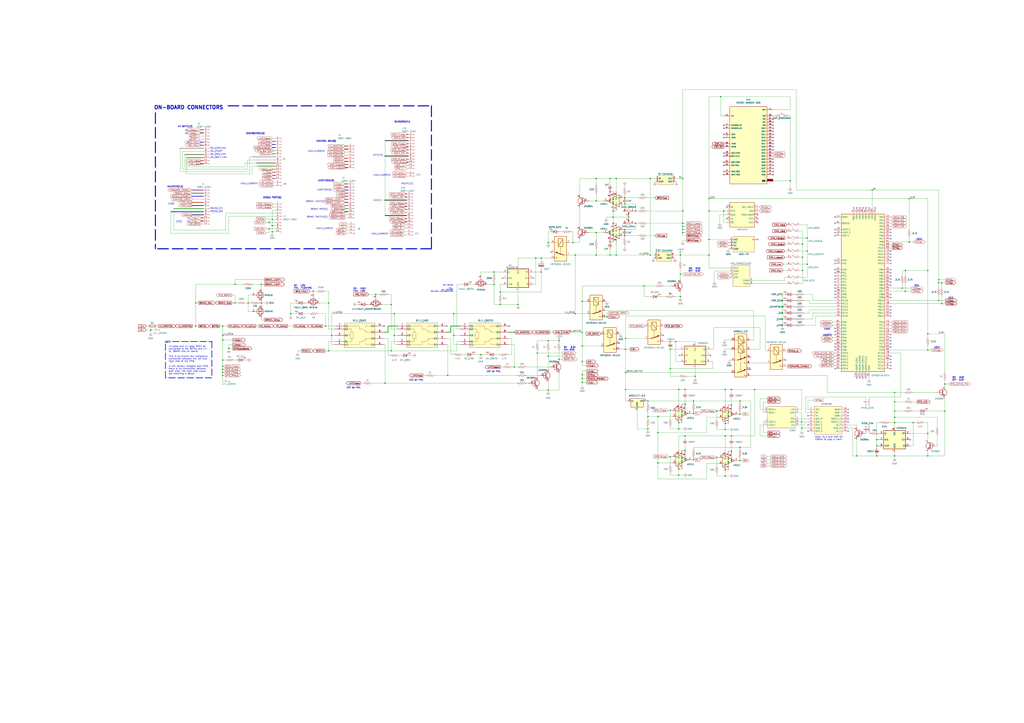
<source format=kicad_sch>
(kicad_sch (version 20211123) (generator eeschema)
  (paper "A1")
  (junction (at 223.52 190.5))
  (junction (at 472.44 209.55))
  (junction (at 582.295 209.55))
  (junction (at 516.255 178.435))
  (junction (at 562.61 358.14))
  (junction (at 182.88 279.4))
  (junction (at 557.53 352.425))
  (junction (at 607.695 329.565))
  (junction (at 595.63 320.04))
  (junction (at 478.155 247.65))
  (junction (at 506.095 146.685))
  (junction (at 734.695 374.65))
  (junction (at 372.745 275.59))
  (junction (at 405.765 233.68))
  (junction (at 478.155 307.975))
  (junction (at 220.98 187.96))
  (junction (at 560.705 191.135))
  (junction (at 743.585 222.25))
  (junction (at 550.545 302.895))
  (junction (at 560.705 183.515))
  (junction (at 501.015 157.48))
  (junction (at 316.23 164.465))
  (junction (at 405.765 223.52))
  (junction (at 367.665 308.61))
  (junction (at 588.645 375.92))
  (junction (at 662.94 217.17))
  (junction (at 582.295 196.85))
  (junction (at 734.695 330.2))
  (junction (at 594.36 173.355))
  (junction (at 308.61 241.935))
  (junction (at 762 374.65))
  (junction (at 582.295 163.195))
  (junction (at 595.63 358.14))
  (junction (at 182.88 303.53))
  (junction (at 557.53 347.345))
  (junction (at 323.85 275.59))
  (junction (at 267.335 267.97))
  (junction (at 595.63 386.08))
  (junction (at 372.745 257.81))
  (junction (at 560.705 186.055))
  (junction (at 160.655 248.92))
  (junction (at 560.705 188.595))
  (junction (at 532.13 342.265))
  (junction (at 540.385 380.365))
  (junction (at 582.295 173.355))
  (junction (at 746.76 198.755))
  (junction (at 550.545 280.67))
  (junction (at 187.96 286.385))
  (junction (at 570.865 309.245))
  (junction (at 503.555 183.515))
  (junction (at 501.015 198.755))
  (junction (at 770.89 232.41))
  (junction (at 394.97 291.465))
  (junction (at 569.595 339.725))
  (junction (at 560.705 173.355))
  (junction (at 762 274.32))
  (junction (at 160.655 267.97))
  (junction (at 450.215 292.735))
  (junction (at 223.52 180.34))
  (junction (at 607.695 378.46))
  (junction (at 591.82 79.375))
  (junction (at 478.155 314.325))
  (junction (at 440.055 212.09))
  (junction (at 410.845 250.19))
  (junction (at 422.275 301.625))
  (junction (at 720.09 374.65))
  (junction (at 773.43 232.41))
  (junction (at 444.5 212.09))
  (junction (at 513.08 167.64))
  (junction (at 557.53 320.04))
  (junction (at 658.495 346.71))
  (junction (at 550.545 375.285))
  (junction (at 321.31 288.29))
  (junction (at 521.97 183.515))
  (junction (at 316.23 314.96))
  (junction (at 600.71 358.14))
  (junction (at 569.595 377.825))
  (junction (at 734.695 347.345))
  (junction (at 503.555 178.435))
  (junction (at 775.97 315.595))
  (junction (at 214.63 248.92))
  (junction (at 470.535 199.39))
  (junction (at 513.715 320.04))
  (junction (at 720.09 361.315))
  (junction (at 321.31 250.19))
  (junction (at 501.015 146.685))
  (junction (at 513.715 287.02))
  (junction (at 459.105 295.275))
  (junction (at 569.595 329.565))
  (junction (at 658.495 351.79))
  (junction (at 762 222.25))
  (junction (at 203.835 248.92))
  (junction (at 410.845 240.03))
  (junction (at 540.385 342.265))
  (junction (at 642.62 247.015))
  (junction (at 716.28 156.21))
  (junction (at 703.58 374.65))
  (junction (at 257.175 239.395))
  (junction (at 741.045 236.855))
  (junction (at 506.095 209.55))
  (junction (at 269.875 288.29))
  (junction (at 498.475 260.35))
  (junction (at 734.695 342.9))
  (junction (at 734.695 337.82))
  (junction (at 272.415 275.59))
  (junction (at 550.545 337.185))
  (junction (at 220.98 182.88))
  (junction (at 478.155 273.05))
  (junction (at 557.53 390.525))
  (junction (at 532.13 352.425))
  (junction (at 450.215 199.39))
  (junction (at 607.695 367.665))
  (junction (at 642.62 267.335))
  (junction (at 662.94 206.375))
  (junction (at 489.585 165.1))
  (junction (at 720.09 366.395))
  (junction (at 762 356.235))
  (junction (at 472.44 257.81))
  (junction (at 123.825 271.145))
  (junction (at 193.04 233.68))
  (junction (at 659.13 222.25))
  (junction (at 607.695 340.36))
  (junction (at 595.63 353.06))
  (junction (at 558.8 225.425))
  (junction (at 478.155 284.48))
  (junction (at 770.89 229.87))
  (junction (at 600.71 320.04))
  (junction (at 534.035 209.55))
  (junction (at 595.63 347.98))
  (junction (at 746.76 163.195))
  (junction (at 193.04 248.92))
  (junction (at 749.935 347.345))
  (junction (at 662.94 195.58))
  (junction (at 557.53 385.445))
  (junction (at 648.97 148.59))
  (junction (at 528.955 234.95))
  (junction (at 269.875 248.92))
  (junction (at 642.62 257.175))
  (junction (at 521.97 173.355))
  (junction (at 562.61 332.105))
  (junction (at 540.385 355.6))
  (junction (at 182.88 300.99))
  (junction (at 513.715 278.13))
  (junction (at 238.76 257.81))
  (junction (at 659.13 200.66))
  (junction (at 773.43 249.555))
  (junction (at 450.215 280.035))
  (junction (at 182.88 306.07))
  (junction (at 513.08 162.56))
  (junction (at 619.76 320.04))
  (junction (at 441.325 290.195))
  (junction (at 503.555 173.355))
  (junction (at 459.105 280.035))
  (junction (at 560.705 146.685))
  (junction (at 223.52 185.42))
  (junction (at 478.155 297.18))
  (junction (at 558.8 209.55))
  (junction (at 513.715 306.07))
  (junction (at 489.585 191.135))
  (junction (at 558.8 243.84))
  (junction (at 775.97 337.82))
  (junction (at 642.62 252.095))
  (junction (at 489.585 146.685))
  (junction (at 444.5 223.52))
  (junction (at 532.13 329.565))
  (junction (at 323.85 257.81))
  (junction (at 478.155 311.15))
  (junction (at 182.88 267.97))
  (junction (at 642.62 262.255))
  (junction (at 182.88 308.61))
  (junction (at 600.71 332.74))
  (junction (at 182.88 295.91))
  (junction (at 534.035 146.685))
  (junction (at 554.99 280.67))
  (junction (at 562.61 320.04))
  (junction (at 600.71 370.84))
  (junction (at 595.63 391.16))
  (junction (at 489.585 209.55))
  (junction (at 550.545 287.02))
  (junction (at 450.215 320.675))
  (junction (at 513.08 193.675))
  (junction (at 562.61 370.205))
  (junction (at 425.45 250.19))
  (junction (at 734.695 322.58))
  (junction (at 770.89 247.015))
  (junction (at 214.63 233.68))
  (junction (at 513.08 188.595))
  (junction (at 501.015 209.55))
  (junction (at 182.88 275.59))
  (junction (at 743.585 239.395))
  (junction (at 588.645 337.82))
  (junction (at 762 287.655))
  (junction (at 659.13 211.455))
  (junction (at 316.23 128.27))
  (no_connect (at 731.52 244.475))
  (no_connect (at 711.2 170.815))
  (no_connect (at 731.52 216.535))
  (no_connect (at 731.52 229.235))
  (no_connect (at 696.595 339.09))
  (no_connect (at 635 138.43))
  (no_connect (at 685.8 302.895))
  (no_connect (at 635 120.65))
  (no_connect (at 713.74 170.815))
  (no_connect (at 731.52 234.315))
  (no_connect (at 731.52 213.995))
  (no_connect (at 594.36 102.87))
  (no_connect (at 685.8 188.595))
  (no_connect (at 596.9 170.18))
  (no_connect (at 708.66 170.815))
  (no_connect (at 731.52 257.175))
  (no_connect (at 635 113.03))
  (no_connect (at 696.595 336.55))
  (no_connect (at 635 118.11))
  (no_connect (at 731.52 295.275))
  (no_connect (at 438.15 228.6))
  (no_connect (at 731.52 282.575))
  (no_connect (at 731.52 280.035))
  (no_connect (at 731.52 300.355))
  (no_connect (at 731.52 206.375))
  (no_connect (at 685.8 224.155))
  (no_connect (at 635 123.19))
  (no_connect (at 696.595 344.17))
  (no_connect (at 706.12 310.515))
  (no_connect (at 635 105.41))
  (no_connect (at 747.395 361.315))
  (no_connect (at 594.36 125.73))
  (no_connect (at 731.52 292.735))
  (no_connect (at 685.8 229.235))
  (no_connect (at 635 143.51))
  (no_connect (at 635 97.79))
  (no_connect (at 696.595 354.33))
  (no_connect (at 622.3 182.88))
  (no_connect (at 703.58 170.815))
  (no_connect (at 685.8 239.395))
  (no_connect (at 645.16 295.91))
  (no_connect (at 367.03 267.97))
  (no_connect (at 635 130.81))
  (no_connect (at 685.8 236.855))
  (no_connect (at 731.52 302.895))
  (no_connect (at 706.12 170.815))
  (no_connect (at 708.66 310.515))
  (no_connect (at 635 102.87))
  (no_connect (at 635 107.95))
  (no_connect (at 412.75 228.6))
  (no_connect (at 685.8 274.955))
  (no_connect (at 731.52 297.815))
  (no_connect (at 731.52 221.615))
  (no_connect (at 635 133.35))
  (no_connect (at 685.8 282.575))
  (no_connect (at 635 110.49))
  (no_connect (at 558.165 292.1))
  (no_connect (at 731.52 224.155))
  (no_connect (at 635 140.97))
  (no_connect (at 512.445 183.515))
  (no_connect (at 731.52 252.095))
  (no_connect (at 583.565 292.1))
  (no_connect (at 508.635 281.94))
  (no_connect (at 594.36 143.51))
  (no_connect (at 731.52 241.935))
  (no_connect (at 701.04 170.815))
  (no_connect (at 418.465 267.97))
  (no_connect (at 731.52 254.635))
  (no_connect (at 731.52 285.115))
  (no_connect (at 685.8 231.775))
  (no_connect (at 622.3 176.53))
  (no_connect (at 731.52 231.775))
  (no_connect (at 594.36 110.49))
  (no_connect (at 731.52 208.915))
  (no_connect (at 685.8 234.315))
  (no_connect (at 685.8 191.135))
  (no_connect (at 685.8 183.515))
  (no_connect (at 685.8 213.995))
  (no_connect (at 685.8 272.415))
  (no_connect (at 703.58 310.515))
  (no_connect (at 685.8 241.935))
  (no_connect (at 685.8 244.475))
  (no_connect (at 635 100.33))
  (no_connect (at 711.2 310.515))
  (no_connect (at 594.36 105.41))
  (no_connect (at 685.8 216.535))
  (no_connect (at 685.8 226.695))
  (no_connect (at 685.8 178.435))
  (no_connect (at 731.52 191.135))
  (no_connect (at 594.36 113.03))
  (no_connect (at 731.52 274.955))
  (no_connect (at 594.36 140.97))
  (no_connect (at 594.36 135.89))
  (no_connect (at 731.52 226.695))
  (no_connect (at 696.595 341.63))
  (no_connect (at 685.8 221.615))
  (no_connect (at 731.52 211.455))
  (no_connect (at 685.8 287.655))
  (no_connect (at 731.52 196.215))
  (no_connect (at 544.83 275.59))
  (no_connect (at 685.8 193.675))
  (no_connect (at 596.9 179.705))
  (no_connect (at 615.95 293.37))
  (no_connect (at 663.575 349.25))
  (no_connect (at 512.445 173.355))
  (no_connect (at 635 115.57))
  (no_connect (at 622.3 196.85))
  (no_connect (at 635 135.89))
  (no_connect (at 696.595 346.71))
  (no_connect (at 663.575 341.63))
  (no_connect (at 452.755 207.01))
  (no_connect (at 685.8 269.875))
  (no_connect (at 622.3 179.705))
  (no_connect (at 594.36 133.35))
  (no_connect (at 731.52 277.495))
  (no_connect (at 731.52 193.675))
  (no_connect (at 685.8 285.115))
  (no_connect (at 718.82 170.815))
  (no_connect (at 315.595 267.97))
  (no_connect (at 731.52 188.595))
  (no_connect (at 731.52 259.715))
  (no_connect (at 615.95 303.53))
  (no_connect (at 663.575 354.33))
  (no_connect (at 594.36 128.27))
  (wire (pts (xy 332.105 190.5) (xy 334.01 190.5)))
  (wire (pts (xy 193.04 229.87) (xy 193.04 233.68)))
  (wire (pts (xy 516.255 179.705) (xy 516.255 178.435)))
  (wire (pts (xy 425.45 238.76) (xy 425.45 250.19)))
  (wire (pts (xy 250.825 248.92) (xy 252.095 248.92)))
  (wire (pts (xy 662.94 217.17) (xy 656.59 217.17)))
  (wire (pts (xy 652.78 262.255) (xy 652.145 262.255)))
  (wire (pts (xy 656.59 227.965) (xy 662.94 227.965)))
  (wire (pts (xy 203.835 242.57) (xy 207.01 242.57)))
  (wire (pts (xy 540.385 393.7) (xy 580.39 393.7)))
  (wire (pts (xy 203.2 139.065) (xy 203.2 131.445)))
  (wire (pts (xy 540.385 355.6) (xy 580.39 355.6)))
  (wire (pts (xy 283.21 179.07) (xy 285.75 179.07)) (stroke (width 0.5) (color 194 194 194 1)))
  (wire (pts (xy 375.285 280.67) (xy 375.285 288.29)))
  (wire (pts (xy 661.67 326.39) (xy 661.67 339.09)))
  (wire (pts (xy 323.85 257.81) (xy 323.85 275.59)))
  (wire (pts (xy 157.48 166.37) (xy 167.005 166.37)) (stroke (width 0.5) (color 194 0 0 1)))
  (wire (pts (xy 223.52 190.5) (xy 226.06 190.5)))
  (wire (pts (xy 703.58 349.25) (xy 703.58 351.155)))
  (polyline (pts (xy 354.33 204.47) (xy 127.635 204.47)) (stroke (width 0.8)))
  (wire (pts (xy 441.325 280.035) (xy 450.215 280.035)))
  (wire (pts (xy 600.71 332.74) (xy 598.17 332.74)))
  (wire (pts (xy 489.585 191.135) (xy 489.585 196.85)))
  (wire (pts (xy 513.08 188.595) (xy 511.175 188.595)))
  (wire (pts (xy 588.645 389.89) (xy 588.645 391.16)))
  (wire (pts (xy 432.435 314.96) (xy 433.705 314.96)))
  (wire (pts (xy 734.695 347.345) (xy 734.695 351.155)))
  (wire (pts (xy 558.8 209.55) (xy 582.295 209.55)))
  (wire (pts (xy 716.28 156.21) (xy 716.28 170.815)))
  (wire (pts (xy 467.995 199.39) (xy 470.535 199.39)))
  (wire (pts (xy 213.36 248.92) (xy 214.63 248.92)))
  (wire (pts (xy 165.1 184.15) (xy 167.005 184.15)) (stroke (width 0.5) (color 194 194 194 1)))
  (wire (pts (xy 274.955 283.21) (xy 272.415 283.21)))
  (wire (pts (xy 550.545 389.255) (xy 550.545 390.525)))
  (wire (pts (xy 711.2 354.965) (xy 711.2 356.235)))
  (wire (pts (xy 182.88 279.4) (xy 191.135 279.4)))
  (wire (pts (xy 283.21 158.75) (xy 285.75 158.75)) (stroke (width 0.5) (color 132 0 132 1)))
  (wire (pts (xy 478.155 247.65) (xy 478.155 273.05)))
  (wire (pts (xy 521.97 188.595) (xy 521.97 183.515)))
  (wire (pts (xy 334.01 118.11) (xy 335.28 118.11)) (stroke (width 0.5) (color 194 0 0 1)))
  (wire (pts (xy 659.13 222.25) (xy 659.13 233.045)))
  (wire (pts (xy 420.37 301.625) (xy 422.275 301.625)))
  (wire (pts (xy 753.11 330.2) (xy 749.935 330.2)))
  (wire (pts (xy 160.655 233.68) (xy 160.655 248.92)))
  (wire (pts (xy 598.17 201.93) (xy 599.44 201.93)))
  (wire (pts (xy 501.015 209.55) (xy 489.585 209.55)))
  (wire (pts (xy 478.155 284.48) (xy 493.395 284.48)))
  (polyline (pts (xy 135.89 282.575) (xy 135.89 310.515)) (stroke (width 0.5)))
  (wire (pts (xy 274.955 280.67) (xy 269.875 280.67)))
  (wire (pts (xy 468.63 273.05) (xy 478.155 273.05)))
  (wire (pts (xy 481.965 314.325) (xy 478.155 314.325)))
  (wire (pts (xy 567.69 339.725) (xy 569.595 339.725)))
  (wire (pts (xy 598.17 204.47) (xy 598.17 205.105)))
  (wire (pts (xy 203.2 295.91) (xy 201.295 295.91)))
  (wire (pts (xy 743.585 239.395) (xy 748.03 239.395)))
  (wire (pts (xy 644.525 267.335) (xy 642.62 267.335)))
  (wire (pts (xy 321.31 241.935) (xy 321.31 250.19)))
  (wire (pts (xy 557.53 390.525) (xy 561.34 390.525)))
  (wire (pts (xy 560.705 183.515) (xy 563.88 183.515)))
  (wire (pts (xy 659.13 200.66) (xy 656.59 200.66)))
  (wire (pts (xy 501.015 156.845) (xy 501.015 157.48)))
  (wire (pts (xy 659.13 200.66) (xy 659.13 211.455)))
  (wire (pts (xy 444.5 212.09) (xy 440.055 212.09)))
  (wire (pts (xy 596.9 182.88) (xy 594.36 182.88)))
  (wire (pts (xy 762 356.235) (xy 762 361.315)))
  (wire (pts (xy 720.09 361.315) (xy 721.995 361.315)))
  (wire (pts (xy 151.765 127) (xy 167.005 127)) (stroke (width 0.5) (color 72 72 0 1)))
  (wire (pts (xy 580.39 393.7) (xy 580.39 381)))
  (wire (pts (xy 269.875 239.395) (xy 269.875 248.92)))
  (wire (pts (xy 123.825 271.145) (xy 126.365 271.145)))
  (wire (pts (xy 773.43 249.555) (xy 776.605 249.555)))
  (wire (pts (xy 732.155 272.415) (xy 731.52 272.415)))
  (wire (pts (xy 557.53 385.445) (xy 557.53 390.525)))
  (wire (pts (xy 478.155 311.15) (xy 478.155 314.325)))
  (wire (pts (xy 224.155 149.86) (xy 226.06 149.86)))
  (wire (pts (xy 501.015 199.39) (xy 501.015 198.755)))
  (wire (pts (xy 182.88 303.53) (xy 182.88 306.07)))
  (wire (pts (xy 685.8 249.555) (xy 664.845 249.555)))
  (wire (pts (xy 498.475 248.285) (xy 498.475 247.65)))
  (wire (pts (xy 394.97 291.465) (xy 400.05 291.465)))
  (wire (pts (xy 459.105 295.275) (xy 461.645 295.275)))
  (wire (pts (xy 553.085 209.55) (xy 558.8 209.55)))
  (wire (pts (xy 734.695 322.58) (xy 742.315 322.58)))
  (wire (pts (xy 591.185 183.515) (xy 591.185 176.53)))
  (wire (pts (xy 537.845 149.225) (xy 537.845 149.86)))
  (wire (pts (xy 562.61 360.68) (xy 562.61 358.14)))
  (wire (pts (xy 659.13 211.455) (xy 656.59 211.455)))
  (wire (pts (xy 580.39 342.9) (xy 590.55 342.9)))
  (wire (pts (xy 182.88 308.61) (xy 182.88 313.69)))
  (wire (pts (xy 495.935 191.135) (xy 489.585 191.135)))
  (wire (pts (xy 569.595 338.455) (xy 569.595 339.725)))
  (wire (pts (xy 269.875 288.29) (xy 321.31 288.29)))
  (wire (pts (xy 743.585 222.25) (xy 743.585 226.06)))
  (wire (pts (xy 459.74 190.5) (xy 461.645 190.5)))
  (wire (pts (xy 410.845 240.03) (xy 444.5 240.03)))
  (wire (pts (xy 626.745 346.71) (xy 626.745 355.6)))
  (wire (pts (xy 123.825 271.145) (xy 123.825 273.685)))
  (wire (pts (xy 191.135 283.21) (xy 187.96 283.21)))
  (wire (pts (xy 267.335 267.97) (xy 274.955 267.97)))
  (wire (pts (xy 316.23 283.21) (xy 316.23 314.96)))
  (wire (pts (xy 532.13 339.09) (xy 532.13 342.265)))
  (wire (pts (xy 450.215 199.39) (xy 450.215 200.66)))
  (wire (pts (xy 570.865 377.825) (xy 569.595 377.825)))
  (wire (pts (xy 658.495 320.04) (xy 619.76 320.04)))
  (wire (pts (xy 570.865 339.725) (xy 569.595 339.725)))
  (wire (pts (xy 550.545 280.67) (xy 550.545 281.305)))
  (wire (pts (xy 540.385 342.265) (xy 552.45 342.265)))
  (wire (pts (xy 379.095 233.68) (xy 375.285 233.68)))
  (wire (pts (xy 739.775 290.195) (xy 739.775 326.39)))
  (wire (pts (xy 498.475 257.175) (xy 498.475 260.35)))
  (wire (pts (xy 513.715 287.02) (xy 513.715 306.07)))
  (wire (pts (xy 193.04 248.92) (xy 194.31 248.92)))
  (wire (pts (xy 224.155 146.685) (xy 226.06 146.685)) (stroke (width 0.5) (color 132 0 132 1)))
  (wire (pts (xy 394.97 223.52) (xy 405.765 223.52)))
  (wire (pts (xy 564.515 309.245) (xy 570.865 309.245)))
  (wire (pts (xy 660.4 241.935) (xy 667.385 241.935)))
  (wire (pts (xy 372.745 283.21) (xy 377.825 283.21)))
  (wire (pts (xy 450.215 190.5) (xy 452.12 190.5)))
  (wire (pts (xy 283.21 153.67) (xy 285.75 153.67)) (stroke (width 0.5) (color 0 0 0 1)))
  (wire (pts (xy 459.105 280.035) (xy 459.105 281.2926)))
  (wire (pts (xy 679.45 308.61) (xy 679.45 322.58)))
  (wire (pts (xy 182.88 300.99) (xy 182.88 303.53)))
  (wire (pts (xy 332.74 182.245) (xy 334.01 182.245)) (stroke (width 0.5) (color 0 0 0 1)))
  (wire (pts (xy 160.655 248.92) (xy 160.655 267.97)))
  (wire (pts (xy 410.845 250.19) (xy 425.45 250.19)))
  (wire (pts (xy 405.765 250.19) (xy 410.845 250.19)))
  (wire (pts (xy 311.15 241.935) (xy 308.61 241.935)))
  (wire (pts (xy 469.265 190.5) (xy 470.535 190.5)))
  (wire (pts (xy 267.335 257.81) (xy 261.62 257.81)))
  (wire (pts (xy 685.165 300.355) (xy 685.8 300.355)))
  (wire (pts (xy 644.525 200.66) (xy 646.43 200.66)))
  (wire (pts (xy 321.31 250.19) (xy 321.31 270.51)))
  (wire (pts (xy 142.875 171.45) (xy 142.875 189.23)))
  (wire (pts (xy 506.095 173.355) (xy 503.555 173.355)))
  (wire (pts (xy 664.845 257.175) (xy 664.845 254.635)))
  (wire (pts (xy 501.015 146.685) (xy 501.015 151.765)))
  (wire (pts (xy 544.83 267.97) (xy 546.1 267.97)))
  (wire (pts (xy 703.58 361.315) (xy 703.58 374.65)))
  (wire (pts (xy 442.595 308.61) (xy 432.435 308.61)))
  (wire (pts (xy 700.405 351.79) (xy 700.405 374.65)))
  (wire (pts (xy 503.555 198.755) (xy 501.015 198.755)))
  (polyline (pts (xy 173.99 310.515) (xy 135.89 310.515)) (stroke (width 0.5)))
  (wire (pts (xy 513.715 320.04) (xy 513.715 329.565)))
  (wire (pts (xy 347.345 308.61) (xy 349.25 308.61)))
  (wire (pts (xy 313.69 250.19) (xy 321.31 250.19)))
  (wire (pts (xy 163.83 114.3) (xy 167.005 114.3)))
  (wire (pts (xy 316.23 164.465) (xy 334.01 164.465)) (stroke (width 0.5) (color 0 0 0 1)))
  (wire (pts (xy 272.415 275.59) (xy 272.415 283.21)))
  (wire (pts (xy 220.98 179.705) (xy 220.98 182.88)))
  (wire (pts (xy 642.62 267.335) (xy 642.62 268.605)))
  (wire (pts (xy 244.475 288.29) (xy 247.65 288.29)))
  (wire (pts (xy 157.48 168.91) (xy 167.005 168.91)) (stroke (width 0.5) (color 0 0 0 1)))
  (wire (pts (xy 762 287.655) (xy 764.54 287.655)))
  (wire (pts (xy 220.98 187.96) (xy 220.98 191.135)))
  (wire (pts (xy 594.36 182.88) (xy 594.36 173.355)))
  (wire (pts (xy 769.62 342.9) (xy 769.62 350.52)))
  (wire (pts (xy 770.89 232.41) (xy 770.89 236.22)))
  (wire (pts (xy 600.71 370.84) (xy 598.17 370.84)))
  (wire (pts (xy 254.635 239.395) (xy 257.175 239.395)))
  (wire (pts (xy 595.63 391.16) (xy 599.44 391.16)))
  (wire (pts (xy 583.565 297.18) (xy 585.47 297.18)))
  (wire (pts (xy 569.595 329.565) (xy 607.695 329.565)))
  (wire (pts (xy 450.215 292.735) (xy 450.215 303.53)))
  (wire (pts (xy 580.39 355.6) (xy 580.39 342.9)))
  (wire (pts (xy 629.92 375.285) (xy 632.46 375.285)))
  (wire (pts (xy 410.845 301.625) (xy 412.75 301.625)))
  (wire (pts (xy 731.52 290.195) (xy 739.775 290.195)))
  (wire (pts (xy 550.545 352.425) (xy 557.53 352.425)))
  (wire (pts (xy 656.59 195.58) (xy 662.94 195.58)))
  (wire (pts (xy 149.86 124.46) (xy 149.86 139.065)))
  (wire (pts (xy 201.295 137.16) (xy 201.295 133.985)))
  (wire (pts (xy 562.61 365.76) (xy 562.61 370.205)))
  (wire (pts (xy 193.04 248.92) (xy 193.04 242.57)))
  (wire (pts (xy 513.08 188.595) (xy 521.97 188.595)))
  (wire (pts (xy 534.035 146.685) (xy 539.115 146.685)))
  (wire (pts (xy 607.695 330.835) (xy 607.695 329.565)))
  (wire (pts (xy 142.875 189.23) (xy 185.42 189.23)))
  (wire (pts (xy 615.95 298.45) (xy 629.92 298.45)))
  (wire (pts (xy 713.74 356.235) (xy 714.375 356.235)))
  (wire (pts (xy 441.325 320.675) (xy 450.215 320.675)))
  (wire (pts (xy 716.28 156.21) (xy 770.89 156.21)))
  (wire (pts (xy 652.78 252.095) (xy 652.145 252.095)))
  (wire (pts (xy 588.645 391.16) (xy 595.63 391.16)))
  (wire (pts (xy 356.87 308.61) (xy 367.665 308.61)))
  (wire (pts (xy 207.01 142.875) (xy 207.01 136.525)))
  (wire (pts (xy 223.52 190.5) (xy 223.52 191.77)))
  (wire (pts (xy 283.21 132.715) (xy 285.75 132.715)) (stroke (width 0.5) (color 0 0 0 1)))
  (wire (pts (xy 624.205 269.24) (xy 624.205 287.02)))
  (wire (pts (xy 444.5 212.09) (xy 444.5 213.995)))
  (wire (pts (xy 218.44 187.96) (xy 220.98 187.96)))
  (wire (pts (xy 532.13 342.265) (xy 540.385 342.265)))
  (wire (pts (xy 746.76 163.195) (xy 762 163.195)))
  (wire (pts (xy 555.625 149.225) (xy 554.355 149.225)))
  (wire (pts (xy 586.74 222.885) (xy 599.44 222.885)))
  (wire (pts (xy 683.895 267.335) (xy 685.8 267.335)))
  (wire (pts (xy 164.465 116.84) (xy 167.005 116.84)) (stroke (width 0.5) (color 0 0 194 1)))
  (wire (pts (xy 286.385 191.77) (xy 284.48 191.77)))
  (wire (pts (xy 664.845 249.555) (xy 664.845 247.015)))
  (wire (pts (xy 713.74 326.39) (xy 739.775 326.39)))
  (wire (pts (xy 149.86 139.065) (xy 203.2 139.065)))
  (wire (pts (xy 450.215 321.945) (xy 450.215 320.675)))
  (wire (pts (xy 734.695 342.9) (xy 734.695 347.345)))
  (wire (pts (xy 655.955 344.17) (xy 663.575 344.17)))
  (wire (pts (xy 412.75 233.68) (xy 410.845 233.68)))
  (wire (pts (xy 734.695 322.58) (xy 734.695 330.2)))
  (wire (pts (xy 662.94 195.58) (xy 662.94 206.375)))
  (wire (pts (xy 210.82 133.985) (xy 226.06 133.985)) (stroke (width 0.5) (color 72 72 0 1)))
  (wire (pts (xy 550.545 351.155) (xy 550.545 352.425)))
  (wire (pts (xy 720.09 347.345) (xy 720.09 361.315)))
  (wire (pts (xy 503.555 173.355) (xy 503.555 178.435)))
  (wire (pts (xy 644.525 227.965) (xy 646.43 227.965)))
  (wire (pts (xy 647.065 288.29) (xy 645.16 288.29)))
  (wire (pts (xy 503.555 178.435) (xy 503.555 183.515)))
  (polyline (pts (xy 354.33 86.995) (xy 354.33 204.47)) (stroke (width 0.8)))
  (wire (pts (xy 238.76 257.81) (xy 238.76 248.92)))
  (wire (pts (xy 610.235 378.46) (xy 607.695 378.46)))
  (wire (pts (xy 582.295 173.355) (xy 594.36 173.355)))
  (wire (pts (xy 713.74 328.295) (xy 713.74 326.39)))
  (wire (pts (xy 558.8 225.425) (xy 560.705 225.425)))
  (wire (pts (xy 305.435 314.96) (xy 316.23 314.96)))
  (wire (pts (xy 550.545 287.02) (xy 558.165 287.02)))
  (wire (pts (xy 420.37 278.13) (xy 420.37 291.465)))
  (wire (pts (xy 523.875 173.355) (xy 521.97 173.355)))
  (wire (pts (xy 223.52 116.205) (xy 226.06 116.205)) (stroke (width 0.5) (color 132 0 132 1)))
  (wire (pts (xy 205.105 140.97) (xy 205.105 128.905)))
  (wire (pts (xy 370.205 273.05) (xy 370.205 267.97)) (stroke (width 0.5)))
  (wire (pts (xy 554.355 146.685) (xy 560.705 146.685)))
  (wire (pts (xy 779.145 315.595) (xy 775.97 315.595)))
  (wire (pts (xy 370.205 278.13) (xy 370.205 291.465)))
  (wire (pts (xy 669.925 259.715) (xy 669.925 267.335)))
  (wire (pts (xy 652.78 247.015) (xy 652.145 247.015)))
  (wire (pts (xy 742.315 330.2) (xy 734.695 330.2)))
  (wire (pts (xy 316.23 177.165) (xy 334.01 177.165)) (stroke (width 0.5) (color 0 0 0 1)))
  (wire (pts (xy 534.035 146.685) (xy 534.035 209.55)))
  (wire (pts (xy 422.275 283.21) (xy 418.465 283.21)))
  (wire (pts (xy 531.495 183.515) (xy 560.705 183.515)))
  (wire (pts (xy 532.13 329.565) (xy 532.13 331.47)))
  (wire (pts (xy 257.175 239.395) (xy 259.715 239.395)))
  (wire (pts (xy 316.23 115.57) (xy 316.23 128.27)))
  (wire (pts (xy 560.705 188.595) (xy 560.705 186.055)))
  (wire (pts (xy 544.83 280.67) (xy 550.545 280.67)))
  (wire (pts (xy 283.21 151.13) (xy 285.75 151.13)) (stroke (width 0.5) (color 194 0 0 1)))
  (wire (pts (xy 562.61 320.04) (xy 557.53 320.04)))
  (wire (pts (xy 546.735 243.84) (xy 541.655 243.84)))
  (wire (pts (xy 372.745 257.81) (xy 472.44 257.81)))
  (wire (pts (xy 214.63 233.68) (xy 214.63 237.49)))
  (wire (pts (xy 214.63 262.89) (xy 214.63 260.985)))
  (wire (pts (xy 323.85 275.59) (xy 326.39 275.59)))
  (wire (pts (xy 659.13 222.25) (xy 656.59 222.25)))
  (wire (pts (xy 334.01 135.89) (xy 335.28 135.89)))
  (wire (pts (xy 316.23 128.27) (xy 335.28 128.27)) (stroke (width 0.5) (color 0 0 0 1)))
  (wire (pts (xy 770.89 247.015) (xy 776.605 247.015)))
  (wire (pts (xy 269.875 270.51) (xy 274.955 270.51)))
  (wire (pts (xy 441.325 290.195) (xy 461.645 290.195)))
  (wire (pts (xy 550.545 309.245) (xy 556.895 309.245)))
  (wire (pts (xy 284.48 189.23) (xy 286.385 189.23)))
  (wire (pts (xy 441.325 280.035) (xy 441.325 281.305)))
  (wire (pts (xy 308.61 241.935) (xy 308.61 242.57)))
  (wire (pts (xy 560.705 73.66) (xy 560.705 146.685)))
  (wire (pts (xy 696.595 349.25) (xy 703.58 349.25)))
  (wire (pts (xy 334.01 142.24) (xy 335.28 142.24)))
  (wire (pts (xy 643.255 217.17) (xy 646.43 217.17)))
  (wire (pts (xy 607.695 376.555) (xy 607.695 378.46)))
  (wire (pts (xy 130.175 267.97) (xy 128.905 267.97)))
  (wire (pts (xy 658.495 339.09) (xy 658.495 346.71)))
  (wire (pts (xy 250.825 257.81) (xy 254 257.81)))
  (wire (pts (xy 647.065 95.25) (xy 648.97 95.25)))
  (wire (pts (xy 570.865 302.26) (xy 570.865 309.245)))
  (wire (pts (xy 591.82 79.375) (xy 648.97 79.375)))
  (wire (pts (xy 619.125 255.27) (xy 619.125 279.4)))
  (wire (pts (xy 598.805 295.91) (xy 600.71 295.91)))
  (wire (pts (xy 732.79 201.295) (xy 731.52 201.295)))
  (wire (pts (xy 321.31 280.67) (xy 321.31 288.29)))
  (wire (pts (xy 334.01 133.35) (xy 335.28 133.35)) (stroke (width 0.5) (color 0 0 0 1)))
  (wire (pts (xy 489.585 191.135) (xy 483.87 191.135)))
  (wire (pts (xy 652.78 267.335) (xy 652.145 267.335)))
  (wire (pts (xy 244.475 288.29) (xy 244.475 290.195)))
  (wire (pts (xy 642.62 262.255) (xy 642.62 267.335)))
  (wire (pts (xy 658.495 336.55) (xy 658.495 320.04)))
  (wire (pts (xy 506.095 157.48) (xy 506.095 146.685)))
  (wire (pts (xy 749.935 347.345) (xy 734.695 347.345)))
  (wire (pts (xy 768.35 322.58) (xy 749.935 322.58)))
  (wire (pts (xy 394.97 291.465) (xy 394.97 292.735)))
  (wire (pts (xy 218.44 182.88) (xy 220.98 182.88)))
  (wire (pts (xy 223.52 121.285) (xy 226.06 121.285)) (stroke (width 0.5) (color 0 0 0 1)))
  (wire (pts (xy 591.82 95.25) (xy 591.82 79.375)))
  (wire (pts (xy 372.745 275.59) (xy 377.825 275.59)))
  (wire (pts (xy 489.585 204.47) (xy 489.585 209.55)))
  (wire (pts (xy 540.385 380.365) (xy 552.45 380.365)))
  (wire (pts (xy 509.905 274.32) (xy 509.905 274.955)))
  (wire (pts (xy 217.805 248.92) (xy 214.63 248.92)))
  (wire (pts (xy 762 274.32) (xy 762 276.86)))
  (wire (pts (xy 489.585 146.685) (xy 489.585 151.765)))
  (wire (pts (xy 190.5 248.92) (xy 193.04 248.92)))
  (wire (pts (xy 321.31 288.29) (xy 375.285 288.29)))
  (wire (pts (xy 269.875 280.67) (xy 269.875 288.29)))
  (wire (pts (xy 164.465 109.22) (xy 167.005 109.22)) (stroke (width 0.5) (color 0 0 0 1)))
  (wire (pts (xy 187.96 286.385) (xy 187.96 287.655)))
  (wire (pts (xy 534.035 209.55) (xy 537.845 209.55)))
  (wire (pts (xy 223.52 118.745) (xy 226.06 118.745)) (stroke (width 0.5) (color 0 0 194 1)))
  (wire (pts (xy 513.715 306.07) (xy 513.715 320.04)))
  (wire (pts (xy 459.105 295.275) (xy 459.105 296.545)))
  (wire (pts (xy 151.765 127) (xy 151.765 137.16)))
  (wire (pts (xy 375.285 233.68) (xy 375.285 270.51)))
  (wire (pts (xy 582.295 173.355) (xy 582.295 196.85)))
  (wire (pts (xy 652.78 241.935) (xy 652.145 241.935)))
  (wire (pts (xy 550.545 375.285) (xy 552.45 375.285)))
  (wire (pts (xy 147.955 121.92) (xy 167.005 121.92)) (stroke (width 0.5) (color 132 132 132 1)))
  (wire (pts (xy 506.095 173.355) (xy 506.095 172.72)))
  (wire (pts (xy 450.215 190.5) (xy 450.215 199.39)))
  (wire (pts (xy 164.465 134.62) (xy 167.005 134.62)) (stroke (width 0.5) (color 0 0 0 1)))
  (wire (pts (xy 658.495 351.79) (xy 658.495 354.33)))
  (wire (pts (xy 743.585 233.68) (xy 743.585 239.395)))
  (wire (pts (xy 770.89 229.87) (xy 776.605 229.87)))
  (wire (pts (xy 540.385 355.6) (xy 540.385 380.365)))
  (wire (pts (xy 588.645 337.82) (xy 590.55 337.82)))
  (wire (pts (xy 582.295 163.195) (xy 582.295 173.355)))
  (wire (pts (xy 476.25 196.215) (xy 476.25 199.39)))
  (wire (pts (xy 540.385 342.265) (xy 540.385 355.6)))
  (wire (pts (xy 513.08 203.835) (xy 513.08 202.565)))
  (wire (pts (xy 153.035 129.54) (xy 153.035 142.875)))
  (wire (pts (xy 588.01 375.92) (xy 588.645 375.92)))
  (wire (pts (xy 628.015 336.55) (xy 624.205 336.55)))
  (wire (pts (xy 664.845 247.015) (xy 660.4 247.015)))
  (wire (pts (xy 600.71 320.04) (xy 600.71 322.58)))
  (wire (pts (xy 652.78 257.175) (xy 652.145 257.175)))
  (wire (pts (xy 588.01 337.82) (xy 588.645 337.82)))
  (wire (pts (xy 598.17 204.47) (xy 599.44 204.47)))
  (wire (pts (xy 283.21 122.555) (xy 285.75 122.555)) (stroke (width 0.5) (color 0 0 0 1)))
  (wire (pts (xy 295.91 314.96) (xy 297.815 314.96)))
  (wire (pts (xy 157.48 158.75) (xy 167.005 158.75)) (stroke (width 0.5) (color 72 72 0 1)))
  (wire (pts (xy 513.08 193.675) (xy 511.175 193.675)))
  (wire (pts (xy 283.21 127.635) (xy 285.75 127.635)))
  (wire (pts (xy 193.04 233.68) (xy 200.025 233.68)))
  (wire (pts (xy 626.745 339.09) (xy 626.745 330.2)))
  (wire (pts (xy 667.385 257.175) (xy 685.8 257.175)))
  (wire (pts (xy 660.4 252.095) (xy 685.8 252.095)))
  (wire (pts (xy 644.525 230.505) (xy 644.525 227.965)))
  (wire (pts (xy 629.92 382.905) (xy 632.46 382.905)))
  (wire (pts (xy 184.785 295.91) (xy 182.88 295.91)))
  (wire (pts (xy 224.155 152.4) (xy 226.06 152.4)))
  (wire (pts (xy 645.16 300.99) (xy 647.065 300.99)))
  (wire (pts (xy 223.52 180.34) (xy 223.52 185.42)))
  (wire (pts (xy 497.84 178.435) (xy 497.84 179.705)))
  (wire (pts (xy 721.995 366.395) (xy 720.09 366.395)))
  (wire (pts (xy 667.385 241.935) (xy 667.385 247.015)))
  (wire (pts (xy 642.62 252.095) (xy 642.62 257.175)))
  (wire (pts (xy 610.235 340.36) (xy 607.695 340.36)))
  (wire (pts (xy 157.48 161.29) (xy 167.005 161.29)) (stroke (width 0.5) (color 0 0 194 1)))
  (wire (pts (xy 642.62 257.175) (xy 642.62 262.255)))
  (wire (pts (xy 558.8 225.425) (xy 558.8 229.87)))
  (wire (pts (xy 205.105 128.905) (xy 207.01 128.905)))
  (wire (pts (xy 629.92 288.29) (xy 628.65 288.29)))
  (wire (pts (xy 503.555 178.435) (xy 497.84 178.435)))
  (wire (pts (xy 658.495 346.71) (xy 658.495 351.79)))
  (wire (pts (xy 332.74 184.785) (xy 334.01 184.785)))
  (wire (pts (xy 586.105 287.02) (xy 586.105 269.24)))
  (wire (pts (xy 182.88 275.59) (xy 182.88 279.4)))
  (wire (pts (xy 648.97 90.17) (xy 635 90.17)))
  (wire (pts (xy 332.105 193.04) (xy 334.01 193.04)))
  (wire (pts (xy 185.42 175.26) (xy 226.06 175.26)))
  (wire (pts (xy 659.13 233.045) (xy 656.59 233.045)))
  (wire (pts (xy 762 222.25) (xy 762 163.195)))
  (wire (pts (xy 182.88 303.53) (xy 184.785 303.53)))
  (wire (pts (xy 223.52 185.42) (xy 226.06 185.42)))
  (wire (pts (xy 318.77 273.05) (xy 318.77 267.97)) (stroke (width 0.5)))
  (wire (pts (xy 422.275 301.625) (xy 424.815 301.625)))
  (wire (pts (xy 489.585 146.685) (xy 476.25 146.685)))
  (wire (pts (xy 550.545 337.185) (xy 550.545 343.535)))
  (wire (pts (xy 123.825 271.145) (xy 120.015 271.145)))
  (wire (pts (xy 661.67 339.09) (xy 663.575 339.09)))
  (wire (pts (xy 272.415 257.81) (xy 272.415 275.59)))
  (wire (pts (xy 560.705 197.485) (xy 563.88 197.485)))
  (wire (pts (xy 770.89 156.21) (xy 770.89 229.87)))
  (wire (pts (xy 257.175 241.3) (xy 257.175 239.395)))
  (wire (pts (xy 513.08 194.945) (xy 513.08 193.675)))
  (wire (pts (xy 660.4 257.175) (xy 664.845 257.175)))
  (wire (pts (xy 615.95 308.61) (xy 679.45 308.61)))
  (wire (pts (xy 450.215 313.69) (xy 450.215 320.675)))
  (wire (pts (xy 472.44 257.81) (xy 481.965 257.81)))
  (wire (pts (xy 595.63 386.08) (xy 595.63 391.16)))
  (wire (pts (xy 262.255 248.92) (xy 269.875 248.92)))
  (wire (pts (xy 147.955 121.92) (xy 147.955 140.97)))
  (wire (pts (xy 370.205 267.97) (xy 377.825 267.97)) (stroke (width 0.5)))
  (wire (pts (xy 224.155 144.145) (xy 226.06 144.145)) (stroke (width 0.5) (color 0 0 194 1)))
  (wire (pts (xy 513.715 259.715) (xy 628.65 259.715)))
  (wire (pts (xy 563.88 193.675) (xy 560.705 193.675)))
  (wire (pts (xy 563.88 188.595) (xy 560.705 188.595)))
  (wire (pts (xy 182.88 308.61) (xy 184.785 308.61)))
  (wire (pts (xy 377.825 280.67) (xy 375.285 280.67)))
  (wire (pts (xy 489.585 159.385) (xy 489.585 165.1)))
  (wire (pts (xy 646.43 211.455) (xy 644.525 211.455)))
  (wire (pts (xy 182.88 295.91) (xy 182.88 300.99)))
  (wire (pts (xy 605.79 340.36) (xy 607.695 340.36)))
  (wire (pts (xy 624.205 358.14) (xy 630.555 358.14)))
  (wire (pts (xy 520.065 183.515) (xy 521.97 183.515)))
  (wire (pts (xy 648.97 95.25) (xy 648.97 148.59)))
  (wire (pts (xy 478.155 304.8) (xy 478.155 307.975)))
  (wire (pts (xy 394.97 223.52) (xy 394.97 226.06)))
  (wire (pts (xy 679.45 322.58) (xy 734.695 322.58)))
  (wire (pts (xy 773.43 232.41) (xy 773.43 236.22)))
  (wire (pts (xy 530.86 329.565) (xy 532.13 329.565)))
  (wire (pts (xy 149.86 124.46) (xy 167.005 124.46)) (stroke (width 0.5) (color 194 194 194 1)))
  (wire (pts (xy 157.48 156.21) (xy 167.005 156.21)) (stroke (width 0.5) (color 132 0 132 1)))
  (wire (pts (xy 598.17 199.39) (xy 599.44 199.39)))
  (wire (pts (xy 481.965 247.65) (xy 478.155 247.65)))
  (polyline (pts (xy 173.99 280.67) (xy 173.99 310.515)) (stroke (width 0.5)))
  (wire (pts (xy 158.115 163.83) (xy 167.005 163.83)))
  (wire (pts (xy 619.76 358.14) (xy 600.71 358.14)))
  (wire (pts (xy 732.155 269.875) (xy 731.52 269.875)))
  (wire (pts (xy 550.545 302.895) (xy 550.545 309.245)))
  (wire (pts (xy 160.655 267.97) (xy 163.195 267.97)))
  (wire (pts (xy 165.1 181.61) (xy 167.005 181.61)) (stroke (width 0.5) (color 0 0 0 1)))
  (wire (pts (xy 318.77 267.97) (xy 326.39 267.97)) (stroke (width 0.5)))
  (wire (pts (xy 495.935 165.1) (xy 489.585 165.1)))
  (wire (pts (xy 734.695 337.82) (xy 734.695 342.9)))
  (wire (pts (xy 761.365 337.82) (xy 775.97 337.82)))
  (wire (pts (xy 284.48 186.69) (xy 286.385 186.69)))
  (wire (pts (xy 203.835 255.905) (xy 207.01 255.905)))
  (wire (pts (xy 283.21 171.45) (xy 285.75 171.45)) (stroke (width 0.5) (color 0 132 0 1)))
  (wire (pts (xy 302.895 241.935) (xy 308.61 241.935)))
  (wire (pts (xy 762 222.25) (xy 762 274.32)))
  (wire (pts (xy 626.745 355.6) (xy 630.555 355.6)))
  (wire (pts (xy 734.695 342.9) (xy 769.62 342.9)))
  (wire (pts (xy 516.255 178.435) (xy 516.255 177.165)))
  (wire (pts (xy 685.8 259.715) (xy 669.925 259.715)))
  (wire (pts (xy 550.545 337.185) (xy 552.45 337.185)))
  (wire (pts (xy 318.77 292.1) (xy 320.04 292.1)))
  (wire (pts (xy 523.24 337.185) (xy 523.24 352.425)))
  (wire (pts (xy 628.015 346.71) (xy 626.745 346.71)))
  (wire (pts (xy 741.045 233.68) (xy 741.045 236.855)))
  (wire (pts (xy 569.595 376.555) (xy 569.595 377.825)))
  (wire (pts (xy 326.39 270.51) (xy 321.31 270.51)))
  (wire (pts (xy 607.695 367.665) (xy 569.595 367.665)))
  (wire (pts (xy 591.185 176.53) (xy 596.9 176.53)))
  (wire (pts (xy 513.715 278.13) (xy 513.715 259.715)))
  (wire (pts (xy 643.255 222.25) (xy 646.43 222.25)))
  (wire (pts (xy 441.325 288.925) (xy 441.325 290.195)))
  (wire (pts (xy 762 374.65) (xy 734.695 374.65)))
  (wire (pts (xy 441.325 320.04) (xy 441.325 320.675)))
  (wire (pts (xy 549.275 375.285) (xy 550.545 375.285)))
  (wire (pts (xy 332.74 159.385) (xy 334.01 159.385)) (stroke (width 0.5) (color 194 0 0 1)))
  (wire (pts (xy 238.76 257.81) (xy 238.76 259.715)))
  (wire (pts (xy 478.155 234.95) (xy 478.155 247.65)))
  (wire (pts (xy 743.585 222.25) (xy 762 222.25)))
  (wire (pts (xy 214.63 262.89) (xy 217.17 262.89)))
  (wire (pts (xy 661.67 326.39) (xy 711.2 326.39)))
  (wire (pts (xy 562.61 327.66) (xy 562.61 332.105)))
  (wire (pts (xy 655.955 349.25) (xy 661.035 349.25)))
  (wire (pts (xy 528.955 234.95) (xy 478.155 234.95)))
  (wire (pts (xy 762 347.345) (xy 762 356.235)))
  (wire (pts (xy 700.405 374.65) (xy 703.58 374.65)))
  (wire (pts (xy 558.8 208.915) (xy 558.8 209.55)))
  (wire (pts (xy 266.7 288.29) (xy 269.875 288.29)))
  (wire (pts (xy 741.045 236.855) (xy 748.03 236.855)))
  (wire (pts (xy 444.5 221.615) (xy 444.5 223.52)))
  (wire (pts (xy 182.88 267.97) (xy 187.325 267.97)))
  (wire (pts (xy 151.765 137.16) (xy 201.295 137.16)))
  (wire (pts (xy 582.295 163.195) (xy 746.76 163.195)))
  (wire (pts (xy 582.295 196.85) (xy 599.44 196.85)))
  (wire (pts (xy 478.155 297.18) (xy 481.965 297.18)))
  (wire (pts (xy 662.94 206.375) (xy 662.94 217.17)))
  (wire (pts (xy 746.76 198.755) (xy 749.935 198.755)))
  (wire (pts (xy 762 371.475) (xy 762 374.65)))
  (wire (pts (xy 316.23 314.96) (xy 424.815 314.96)))
  (wire (pts (xy 513.08 167.64) (xy 511.175 167.64)))
  (wire (pts (xy 595.63 358.14) (xy 600.71 358.14)))
  (wire (pts (xy 187.96 283.21) (xy 187.96 286.385)))
  (wire (pts (xy 646.43 206.375) (xy 644.525 206.375)))
  (wire (pts (xy 187.96 177.8) (xy 187.96 191.77)))
  (wire (pts (xy 642.62 241.935) (xy 642.62 247.015)))
  (wire (pts (xy 164.465 132.08) (xy 167.005 132.08)) (stroke (width 0.5) (color 194 0 0 1)))
  (wire (pts (xy 332.74 167.005) (xy 334.01 167.005)) (stroke (width 0.5) (color 194 0 0 1)))
  (wire (pts (xy 532.13 351.155) (xy 532.13 352.425)))
  (wire (pts (xy 558.8 221.615) (xy 558.8 225.425)))
  (wire (pts (xy 550.545 375.285) (xy 550.545 381.635)))
  (wire (pts (xy 386.715 233.68) (xy 389.89 233.68)))
  (wire (pts (xy 283.21 176.53) (xy 285.75 176.53)) (stroke (width 0.5) (color 194 194 194 1)))
  (wire (pts (xy 476.25 170.18) (xy 476.25 186.055)))
  (wire (pts (xy 272.415 275.59) (xy 274.955 275.59)))
  (wire (pts (xy 644.525 252.095) (xy 642.62 252.095)))
  (wire (pts (xy 501.015 204.47) (xy 501.015 209.55)))
  (wire (pts (xy 656.59 184.785) (xy 662.94 184.785)))
  (wire (pts (xy 153.035 129.54) (xy 167.005 129.54)) (stroke (width 0.5)))
  (wire (pts (xy 582.295 79.375) (xy 591.82 79.375)))
  (wire (pts (xy 749.935 366.395) (xy 749.935 347.345)))
  (wire (pts (xy 628.015 349.25) (xy 624.205 349.25)))
  (wire (pts (xy 334.01 144.78) (xy 335.28 144.78)))
  (wire (pts (xy 513.715 329.565) (xy 515.62 329.565)))
  (wire (pts (xy 207.01 128.905) (xy 226.06 128.905)) (stroke (width 0.5) (color 132 132 132 1)))
  (wire (pts (xy 732.155 186.055) (xy 731.52 186.055)))
  (wire (pts (xy 600.71 320.04) (xy 619.76 320.04)))
  (wire (pts (xy 600.71 327.66) (xy 600.71 332.74)))
  (wire (pts (xy 595.63 332.74) (xy 595.63 320.04)))
  (wire (pts (xy 501.015 146.685) (xy 489.585 146.685)))
  (wire (pts (xy 478.155 300.355) (xy 481.965 300.355)))
  (wire (pts (xy 582.295 196.85) (xy 582.295 209.55)))
  (wire (pts (xy 720.09 361.315) (xy 720.09 366.395)))
  (wire (pts (xy 595.63 347.98) (xy 595.63 353.06)))
  (wire (pts (xy 618.49 230.505) (xy 644.525 230.505)))
  (wire (pts (xy 618.49 233.045) (xy 646.43 233.045)))
  (wire (pts (xy 506.095 198.755) (xy 506.095 209.55)))
  (wire (pts (xy 223.52 180.34) (xy 226.06 180.34)))
  (wire (pts (xy 470.535 199.39) (xy 476.25 199.39)))
  (wire (pts (xy 499.745 257.175) (xy 498.475 257.175)))
  (wire (pts (xy 540.385 380.365) (xy 540.385 393.7)))
  (wire (pts (xy 513.08 162.56) (xy 511.175 162.56)))
  (wire (pts (xy 696.595 351.79) (xy 700.405 351.79)))
  (wire (pts (xy 554.99 297.18) (xy 554.99 280.67)))
  (wire (pts (xy 557.53 385.445) (xy 560.07 385.445)))
  (wire (pts (xy 658.495 351.79) (xy 663.575 351.79)))
  (wire (pts (xy 582.295 220.345) (xy 599.44 220.345)))
  (wire (pts (xy 283.21 163.83) (xy 285.75 163.83)) (stroke (width 0.5) (color 194 0 0 1)))
  (wire (pts (xy 405.765 250.19) (xy 405.765 233.68)))
  (wire (pts (xy 720.09 366.395) (xy 720.09 368.3)))
  (wire (pts (xy 214.63 247.65) (xy 214.63 248.92)))
  (wire (pts (xy 629.92 380.365) (xy 632.46 380.365)))
  (wire (pts (xy 207.645 233.68) (xy 214.63 233.68)))
  (wire (pts (xy 607.695 367.665) (xy 616.585 367.665)))
  (wire (pts (xy 334.01 113.03) (xy 335.28 113.03)) (stroke (width 0.5) (color 72 72 0 1)))
  (wire (pts (xy 264.795 267.97) (xy 267.335 267.97)))
  (wire (pts (xy 594.995 287.02) (xy 600.71 287.02)))
  (wire (pts (xy 656.59 206.375) (xy 662.94 206.375)))
  (wire (pts (xy 623.57 173.355) (xy 622.3 173.355)))
  (wire (pts (xy 703.58 374.65) (xy 720.09 374.65)))
  (wire (pts (xy 381.635 291.465) (xy 379.73 291.465)))
  (wire (pts (xy 334.01 110.49) (xy 335.28 110.49)) (stroke (width 0.5) (color 194 0 0 1)))
  (wire (pts (xy 497.205 260.35) (xy 498.475 260.35)))
  (wire (pts (xy 669.925 267.335) (xy 660.4 267.335)))
  (wire (pts (xy 629.92 377.825) (xy 632.46 377.825)))
  (wire (pts (xy 283.21 166.37) (xy 285.75 166.37)) (stroke (width 0.5) (color 0 0 0 1)))
  (wire (pts (xy 562.61 358.14) (xy 557.53 358.14)))
  (polyline (pts (xy 141.605 280.67) (xy 173.99 280.67)) (stroke (width 0.5)))
  (wire (pts (xy 624.205 287.02) (xy 615.95 287.02)))
  (wire (pts (xy 662.94 184.785) (xy 662.94 195.58)))
  (wire (pts (xy 550.545 280.67) (xy 554.99 280.67)))
  (wire (pts (xy 585.47 302.895) (xy 550.545 302.895)))
  (wire (pts (xy 283.21 125.095) (xy 285.75 125.095)))
  (wire (pts (xy 628.65 259.715) (xy 628.65 288.29)))
  (wire (pts (xy 747.395 356.235) (xy 762 356.235)))
  (wire (pts (xy 731.52 247.015) (xy 770.89 247.015)))
  (wire (pts (xy 667.385 262.255) (xy 667.385 257.175)))
  (wire (pts (xy 332.74 174.625) (xy 334.01 174.625)) (stroke (width 0.5) (color 132 132 132 1)))
  (wire (pts (xy 459.105 306.705) (xy 459.105 320.675)))
  (wire (pts (xy 272.415 257.81) (xy 323.85 257.81)))
  (wire (pts (xy 323.85 257.81) (xy 372.745 257.81)))
  (wire (pts (xy 648.97 90.17) (xy 648.97 79.375)))
  (wire (pts (xy 223.52 123.825) (xy 226.06 123.825)) (stroke (width 0.5) (color 132 132 132 1)))
  (wire (pts (xy 318.77 241.935) (xy 321.31 241.935)))
  (wire (pts (xy 160.655 233.68) (xy 193.04 233.68)))
  (wire (pts (xy 328.93 292.1) (xy 327.66 292.1)))
  (wire (pts (xy 201.93 248.92) (xy 203.835 248.92)))
  (wire (pts (xy 720.09 374.65) (xy 734.695 374.65)))
  (wire (pts (xy 367.03 278.13) (xy 370.205 278.13)))
  (wire (pts (xy 624.205 349.25) (xy 624.205 358.14)))
  (wire (pts (xy 153.035 142.875) (xy 207.01 142.875)))
  (wire (pts (xy 749.935 347.345) (xy 751.84 347.345)))
  (wire (pts (xy 220.98 187.96) (xy 226.06 187.96)))
  (wire (pts (xy 370.205 291.465) (xy 372.11 291.465)))
  (wire (pts (xy 775.97 274.32) (xy 762 274.32)))
  (wire (pts (xy 489.585 165.1) (xy 483.87 165.1)))
  (wire (pts (xy 214.63 248.92) (xy 214.63 250.825)))
  (wire (pts (xy 642.62 247.015) (xy 642.62 252.095)))
  (wire (pts (xy 664.845 254.635) (xy 685.8 254.635)))
  (wire (pts (xy 334.01 130.81) (xy 335.28 130.81)) (stroke (width 0.5) (color 194 0 0 1)))
  (wire (pts (xy 731.52 239.395) (xy 743.585 239.395)))
  (wire (pts (xy 557.53 352.425) (xy 561.34 352.425)))
  (wire (pts (xy 508.635 287.02) (xy 513.715 287.02)))
  (wire (pts (xy 183.515 313.69) (xy 182.88 313.69)))
  (wire (pts (xy 586.105 269.24) (xy 624.205 269.24)))
  (wire (pts (xy 570.865 309.245) (xy 570.865 311.15)))
  (wire (pts (xy 769.62 358.14) (xy 769.62 366.395)))
  (wire (pts (xy 588.645 375.92) (xy 590.55 375.92)))
  (wire (pts (xy 440.055 212.09) (xy 440.055 233.68)))
  (wire (pts (xy 513.715 287.02) (xy 513.715 278.13)))
  (wire (pts (xy 775.97 315.595) (xy 775.97 317.5)))
  (wire (pts (xy 775.97 305.435) (xy 775.97 274.32)))
  (wire (pts (xy 451.485 301.625) (xy 432.435 301.625)))
  (wire (pts (xy 560.705 191.135) (xy 560.705 193.675)))
  (wire (pts (xy 499.745 260.35) (xy 498.475 260.35)))
  (wire (pts (xy 654.05 73.66) (xy 654.05 156.21)))
  (wire (pts (xy 654.05 156.21) (xy 716.28 156.21)))
  (wire (pts (xy 555.625 149.225) (xy 555.625 149.86)))
  (wire (pts (xy 513.08 161.29) (xy 513.08 162.56)))
  (wire (pts (xy 685.165 290.195) (xy 685.8 290.195)))
  (wire (pts (xy 536.575 212.09) (xy 537.845 212.09)))
  (wire (pts (xy 207.01 136.525) (xy 212.09 136.525)))
  (wire (pts (xy 418.465 273.05) (xy 422.91 273.05)) (stroke (width 0.5)))
  (wire (pts (xy 372.745 257.81) (xy 372.745 275.59)))
  (wire (pts (xy 607.695 338.455) (xy 607.695 340.36)))
  (wire (pts (xy 283.21 135.255) (xy 285.75 135.255)) (stroke (width 0.5) (color 194 0 0 1)))
  (wire (pts (xy 497.205 255.27) (xy 619.125 255.27)))
  (wire (pts (xy 746.76 195.58) (xy 746.76 198.755)))
  (wire (pts (xy 223.52 126.365) (xy 226.06 126.365)) (stroke (width 0.5) (color 0 132 0 1)))
  (wire (pts (xy 223.52 139.065) (xy 226.06 139.065)) (stroke (width 0.5) (color 132 132 0 1)))
  (wire (pts (xy 582.295 209.55) (xy 582.295 220.345)))
  (wire (pts (xy 315.595 283.21) (xy 316.23 283.21)))
  (wire (pts (xy 140.335 173.99) (xy 140.335 191.77)))
  (wire (pts (xy 478.155 307.975) (xy 478.155 311.15)))
  (wire (pts (xy 770.89 232.41) (xy 773.43 232.41)))
  (wire (pts (xy 425.45 212.09) (xy 440.055 212.09)))
  (wire (pts (xy 417.83 291.465) (xy 420.37 291.465)))
  (wire (pts (xy 503.555 157.48) (xy 501.015 157.48)))
  (wire (pts (xy 501.015 209.55) (xy 506.095 209.55)))
  (wire (pts (xy 759.46 347.345) (xy 762 347.345)))
  (wire (pts (xy 655.955 339.09) (xy 658.495 339.09)))
  (wire (pts (xy 203.835 248.92) (xy 203.835 255.905)))
  (wire (pts (xy 732.155 267.335) (xy 731.52 267.335)))
  (wire (pts (xy 367.03 273.05) (xy 370.205 273.05)) (stroke (width 0.5)))
  (wire (pts (xy 658.495 336.55) (xy 655.955 336.55)))
  (wire (pts (xy 732.155 178.435) (xy 731.52 178.435)))
  (wire (pts (xy 598.805 295.91) (xy 598.805 296.545)))
  (wire (pts (xy 267.335 257.81) (xy 267.335 267.97)))
  (wire (pts (xy 551.18 234.95) (xy 545.465 234.95)))
  (wire (pts (xy 731.52 236.855) (xy 741.045 236.855)))
  (wire (pts (xy 451.485 273.05) (xy 454.025 273.05)))
  (wire (pts (xy 405.765 224.79) (xy 405.765 223.52)))
  (wire (pts (xy 667.385 247.015) (xy 685.8 247.015)))
  (wire (pts (xy 734.695 330.2) (xy 734.695 337.82)))
  (wire (pts (xy 775.97 337.82) (xy 775.97 374.65)))
  (wire (pts (xy 506.095 146.685) (xy 501.015 146.685)))
  (wire (pts (xy 624.205 336.55) (xy 624.205 327.66)))
  (wire (pts (xy 316.23 164.465) (xy 316.23 177.165)))
  (wire (pts (xy 375.285 270.51) (xy 377.825 270.51)))
  (wire (pts (xy 523.24 352.425) (xy 532.13 352.425)))
  (wire (pts (xy 732.155 183.515) (xy 731.52 183.515)))
  (wire (pts (xy 516.255 178.435) (xy 503.555 178.435)))
  (wire (pts (xy 182.88 275.59) (xy 272.415 275.59)))
  (wire (pts (xy 585.47 297.18) (xy 585.47 302.895)))
  (wire (pts (xy 662.94 217.17) (xy 662.94 227.965)))
  (wire (pts (xy 600.71 365.76) (xy 600.71 370.84)))
  (wire (pts (xy 557.53 347.345) (xy 560.07 347.345)))
  (wire (pts (xy 548.64 337.185) (xy 550.545 337.185)))
  (wire (pts (xy 567.69 377.825) (xy 569.595 377.825)))
  (wire (pts (xy 616.585 367.665) (xy 616.585 329.565)))
  (wire (pts (xy 560.07 370.205) (xy 562.61 370.205)))
  (wire (pts (xy 334.01 123.19) (xy 335.28 123.19)) (stroke (width 0.5) (color 194 0 0 1)))
  (wire (pts (xy 450.215 280.035) (xy 450.215 281.305)))
  (wire (pts (xy 367.665 308.61) (xy 424.815 308.61)))
  (wire (pts (xy 389.255 291.465) (xy 394.97 291.465)))
  (wire (pts (xy 582.295 79.375) (xy 582.295 163.195)))
  (wire (pts (xy 142.875 171.45) (xy 167.005 171.45)) (stroke (width 0.5)))
  (wire (pts (xy 659.13 211.455) (xy 659.13 222.25)))
  (wire (pts (xy 734.695 337.82) (xy 742.315 337.82)))
  (wire (pts (xy 332.74 179.705) (xy 334.01 179.705)) (stroke (width 0.5) (color 194 0 0 1)))
  (wire (pts (xy 586.105 287.02) (xy 583.565 287.02)))
  (wire (pts (xy 193.04 242.57) (xy 190.5 242.57)))
  (wire (pts (xy 550.545 287.02) (xy 550.545 302.895)))
  (wire (pts (xy 326.39 280.67) (xy 321.31 280.67)))
  (wire (pts (xy 425.45 212.09) (xy 425.45 218.44)))
  (wire (pts (xy 313.055 164.465) (xy 316.23 164.465)))
  (wire (pts (xy 595.63 386.08) (xy 598.17 386.08)))
  (wire (pts (xy 523.875 193.675) (xy 513.08 193.675)))
  (wire (pts (xy 422.275 283.21) (xy 422.275 301.625)))
  (wire (pts (xy 332.74 169.545) (xy 334.01 169.545)) (stroke (width 0.5) (color 0 0 0 1)))
  (wire (pts (xy 224.155 170.18) (xy 226.06 170.18)))
  (wire (pts (xy 182.88 306.07) (xy 184.785 306.07)))
  (wire (pts (xy 418.465 278.13) (xy 420.37 278.13)))
  (wire (pts (xy 534.035 243.84) (xy 528.955 243.84)))
  (wire (pts (xy 472.44 209.55) (xy 489.585 209.55)))
  (wire (pts (xy 607.695 329.565) (xy 616.585 329.565)))
  (wire (pts (xy 550.545 286.385) (xy 550.545 287.02)))
  (wire (pts (xy 569.595 367.665) (xy 569.595 368.935)))
  (wire (pts (xy 595.63 370.84) (xy 595.63 358.14)))
  (wire (pts (xy 283.21 156.21) (xy 285.75 156.21)) (stroke (width 0.5) (color 0 0 194 1)))
  (wire (pts (xy 732.79 203.835) (xy 731.52 203.835)))
  (wire (pts (xy 595.63 320.04) (xy 600.71 320.04)))
  (wire (pts (xy 773.43 232.41) (xy 776.605 232.41)))
  (wire (pts (xy 562.61 320.04) (xy 595.63 320.04)))
  (wire (pts (xy 731.52 249.555) (xy 773.43 249.555)))
  (wire (pts (xy 160.655 248.92) (xy 163.195 248.92)))
  (wire (pts (xy 208.915 131.445) (xy 226.06 131.445)) (stroke (width 0.5) (color 194 194 194 1)))
  (wire (pts (xy 316.23 115.57) (xy 335.28 115.57)) (stroke (width 0.5) (color 0 0 0 1)))
  (wire (pts (xy 648.97 148.59) (xy 635 148.59)))
  (wire (pts (xy 626.745 330.2) (xy 630.555 330.2)))
  (wire (pts (xy 711.2 328.295) (xy 711.2 326.39)))
  (wire (pts (xy 644.525 195.58) (xy 646.43 195.58)))
  (wire (pts (xy 619.125 279.4) (xy 615.95 279.4)))
  (wire (pts (xy 459.105 288.9126) (xy 459.105 295.275)))
  (wire (pts (xy 182.88 267.97) (xy 182.88 275.59)))
  (wire (pts (xy 405.765 232.41) (xy 405.765 233.68)))
  (wire (pts (xy 659.13 189.865) (xy 659.13 200.66)))
  (wire (pts (xy 180.34 267.97) (xy 182.88 267.97)))
  (wire (pts (xy 182.88 300.99) (xy 184.785 300.99)))
  (wire (pts (xy 644.525 247.015) (xy 642.62 247.015)))
  (wire (pts (xy 762 284.48) (xy 762 287.655)))
  (wire (pts (xy 628.015 339.09) (xy 626.745 339.09)))
  (wire (pts (xy 334.01 120.65) (xy 335.28 120.65)) (stroke (width 0.5) (color 0 0 0 1)))
  (wire (pts (xy 773.43 243.84) (xy 773.43 249.555)))
  (wire (pts (xy 713.74 310.515) (xy 713.74 311.785)))
  (wire (pts (xy 588.645 337.82) (xy 588.645 344.17)))
  (wire (pts (xy 236.22 267.97) (xy 241.3 267.97)))
  (wire (pts (xy 283.21 161.29) (xy 285.75 161.29)) (stroke (width 0.5) (color 132 0 132 1)))
  (wire (pts (xy 283.21 168.91) (xy 285.75 168.91)) (stroke (width 0.5) (color 194 0 0 1)))
  (wire (pts (xy 557.53 370.205) (xy 557.53 358.14)))
  (wire (pts (xy 644.525 257.175) (xy 642.62 257.175)))
  (wire (pts (xy 140.335 173.99) (xy 167.005 173.99)) (stroke (width 0.5) (color 0 0 194 1)))
  (wire (pts (xy 562.61 322.58) (xy 562.61 320.04)))
  (wire (pts (xy 513.715 320.04) (xy 557.53 320.04)))
  (wire (pts (xy 203.2 131.445) (xy 208.915 131.445)))
  (wire (pts (xy 372.745 275.59) (xy 372.745 283.21)))
  (wire (pts (xy 410.845 233.68) (xy 410.845 240.03)))
  (wire (pts (xy 558.8 240.03) (xy 558.8 243.84)))
  (wire (pts (xy 163.83 111.76) (xy 167.005 111.76)))
  (wire (pts (xy 770.89 243.84) (xy 770.89 247.015)))
  (wire (pts (xy 217.17 229.87) (xy 193.04 229.87)))
  (wire (pts (xy 140.335 191.77) (xy 187.96 191.77)))
  (wire (pts (xy 472.44 209.55) (xy 472.44 257.81)))
  (wire (pts (xy 450.215 199.39) (xy 452.755 199.39)))
  (wire (pts (xy 655.955 346.71) (xy 658.495 346.71)))
  (wire (pts (xy 450.215 288.925) (xy 450.215 292.735)))
  (wire (pts (xy 741.045 222.25) (xy 741.045 226.06)))
  (wire (pts (xy 746.76 163.195) (xy 746.76 187.96)))
  (wire (pts (xy 531.495 173.355) (xy 560.705 173.355)))
  (wire (pts (xy 205.74 248.92) (xy 203.835 248.92)))
  (wire (pts (xy 121.285 267.97) (xy 120.015 267.97)))
  (wire (pts (xy 595.63 347.98) (xy 598.17 347.98)))
  (wire (pts (xy 332.74 187.325) (xy 334.01 187.325)))
  (wire (pts (xy 212.09 136.525) (xy 226.06 136.525)) (stroke (width 0.5)))
  (wire (pts (xy 410.845 241.3) (xy 410.845 240.03)))
  (wire (pts (xy 513.08 167.64) (xy 521.97 167.64)))
  (wire (pts (xy 554.99 297.18) (xy 558.165 297.18)))
  (wire (pts (xy 283.21 173.99) (xy 285.75 173.99)) (stroke (width 0.5) (color 0 0 0 1)))
  (wire (pts (xy 187.96 286.385) (xy 191.135 286.385)))
  (wire (pts (xy 532.13 343.535) (xy 532.13 342.265)))
  (wire (pts (xy 316.23 128.27) (xy 316.23 164.465)))
  (wire (pts (xy 520.065 173.355) (xy 521.97 173.355)))
  (wire (pts (xy 444.5 223.52) (xy 438.15 223.52)))
  (wire (pts (xy 283.21 130.175) (xy 285.75 130.175)) (stroke (width 0.5) (color 194 0 0 1)))
  (wire (pts (xy 560.07 332.105) (xy 562.61 332.105)))
  (wire (pts (xy 523.875 183.515) (xy 521.97 183.515)))
  (wire (pts (xy 223.52 113.665) (xy 226.06 113.665)) (stroke (width 0.5) (color 194 194 194 1)))
  (wire (pts (xy 521.97 167.64) (xy 521.97 173.355)))
  (wire (pts (xy 459.105 280.035) (xy 450.215 280.035)))
  (wire (pts (xy 450.215 292.735) (xy 461.645 292.735)))
  (wire (pts (xy 292.735 250.19) (xy 294.64 250.19)))
  (wire (pts (xy 685.165 292.735) (xy 685.8 292.735)))
  (wire (pts (xy 619.76 320.04) (xy 619.76 358.14)))
  (wire (pts (xy 523.875 162.56) (xy 513.08 162.56)))
  (wire (pts (xy 743.585 222.25) (xy 741.045 222.25)))
  (wire (pts (xy 223.52 190.5) (xy 223.52 185.42)))
  (wire (pts (xy 663.575 328.93) (xy 663.575 336.55)))
  (wire (pts (xy 683.895 264.795) (xy 685.8 264.795)))
  (wire (pts (xy 220.98 191.135) (xy 218.44 191.135)))
  (wire (pts (xy 668.02 328.93) (xy 663.575 328.93)))
  (wire (pts (xy 569.595 329.565) (xy 569.595 330.835)))
  (wire (pts (xy 478.155 273.05) (xy 478.155 284.48)))
  (wire (pts (xy 323.85 283.21) (xy 326.39 283.21)))
  (wire (pts (xy 560.705 173.355) (xy 560.705 146.685)))
  (wire (pts (xy 476.25 160.02) (xy 476.25 146.685)))
  (wire (pts (xy 562.61 358.14) (xy 595.63 358.14)))
  (wire (pts (xy 588.645 353.06) (xy 595.63 353.06)))
  (wire (pts (xy 470.535 190.5) (xy 470.535 199.39)))
  (wire (pts (xy 481.965 311.15) (xy 478.155 311.15)))
  (wire (pts (xy 182.88 279.4) (xy 182.88 295.91)))
  (wire (pts (xy 557.53 332.105) (xy 557.53 320.04)))
  (wire (pts (xy 635 95.25) (xy 636.905 95.25)))
  (wire (pts (xy 164.465 106.68) (xy 167.005 106.68)) (stroke (width 0.5) (color 194 0 0 1)))
  (wire (pts (xy 570.865 280.67) (xy 570.865 281.94)))
  (wire (pts (xy 685.165 297.815) (xy 685.8 297.815)))
  (wire (pts (xy 212.725 267.97) (xy 210.185 267.97)))
  (wire (pts (xy 407.67 291.465) (xy 410.21 291.465)))
  (wire (pts (xy 164.465 119.38) (xy 167.005 119.38)) (stroke (width 0.5) (color 132 0 132 1)))
  (wire (pts (xy 685.165 295.275) (xy 685.8 295.275)))
  (wire (pts (xy 644.525 262.255) (xy 642.62 262.255)))
  (wire (pts (xy 481.965 307.975) (xy 478.155 307.975)))
  (wire (pts (xy 586.74 222.885) (xy 586.74 231.775)))
  (wire (pts (xy 165.1 179.07) (xy 167.005 179.07)) (stroke (width 0.5) (color 194 0 0 1)))
  (wire (pts (xy 594.995 287.655) (xy 594.995 287.02)))
  (wire (pts (xy 600.71 358.14) (xy 600.71 360.68)))
  (wire (pts (xy 605.79 378.46) (xy 607.695 378.46)))
  (wire (pts (xy 224.155 167.64) (xy 226.06 167.64)))
  (wire (pts (xy 528.955 243.84) (xy 528.955 234.95)))
  (wire (pts (xy 481.965 304.8) (xy 478.155 304.8)))
  (wire (pts (xy 560.705 183.515) (xy 560.705 173.355)))
  (wire (pts (xy 550.545 390.525) (xy 557.53 390.525)))
  (wire (pts (xy 223.52 172.72) (xy 226.06 172.72)))
  (wire (pts (xy 661.035 349.25) (xy 661.035 346.71)))
  (wire (pts (xy 182.88 306.07) (xy 182.88 308.61)))
  (wire (pts (xy 503.555 173.355) (xy 503.555 172.72)))
  (wire (pts (xy 444.5 240.03) (xy 444.5 223.52)))
  (wire (pts (xy 560.705 73.66) (xy 654.05 73.66)))
  (wire (pts (xy 185.42 189.23) (xy 185.42 175.26)))
  (wire (pts (xy 214.63 233.68) (xy 217.17 233.68)))
  (wire (pts (xy 594.36 173.355) (xy 596.9 173.355)))
  (wire (pts (xy 588.645 351.79) (xy 588.645 353.06)))
  (wire (pts (xy 513.08 152.4) (xy 513.08 153.67)))
  (wire (pts (xy 513.715 306.07) (xy 600.71 306.07)))
  (wire (pts (xy 283.21 137.795) (xy 285.75 137.795)) (stroke (width 0.5) (color 0 0 0 1)))
  (wire (pts (xy 731.52 198.755) (xy 746.76 198.755)))
  (wire (pts (xy 531.495 162.56) (xy 537.845 162.56)))
  (wire (pts (xy 588.645 375.92) (xy 588.645 382.27)))
  (wire (pts (xy 554.99 280.67) (xy 570.865 280.67)))
  (wire (pts (xy 147.955 140.97) (xy 205.105 140.97)))
  (wire (pts (xy 683.895 277.495) (xy 685.8 277.495)))
  (wire (pts (xy 425.45 251.46) (xy 425.45 250.19)))
  (wire (pts (xy 267.335 239.395) (xy 269.875 239.395)))
  (wire (pts (xy 203.835 242.57) (xy 203.835 248.92)))
  (wire (pts (xy 720.09 373.38) (xy 720.09 374.65)))
  (wire (pts (xy 201.295 133.985) (xy 210.82 133.985)))
  (wire (pts (xy 318.77 278.13) (xy 318.77 292.1)))
  (wire (pts (xy 467.995 209.55) (xy 472.44 209.55)))
  (wire (pts (xy 594.995 279.4) (xy 600.71 279.4)))
  (wire (pts (xy 478.155 284.48) (xy 478.155 297.18)))
  (wire (pts (xy 661.035 346.71) (xy 663.575 346.71)))
  (wire (pts (xy 498.475 247.65) (xy 497.205 247.65)))
  (wire (pts (xy 269.875 248.92) (xy 269.875 270.51)))
  (wire (pts (xy 554.355 212.09) (xy 553.085 212.09)))
  (wire (pts (xy 624.205 327.66) (xy 630.555 327.66)))
  (wire (pts (xy 410.845 248.92) (xy 410.845 250.19)))
  (wire (pts (xy 732.155 264.795) (xy 731.52 264.795)))
  (wire (pts (xy 554.355 212.09) (xy 554.355 212.725)))
  (wire (pts (xy 537.845 234.95) (xy 528.955 234.95)))
  (wire (pts (xy 238.76 248.92) (xy 243.205 248.92)))
  (wire (pts (xy 193.675 295.91) (xy 192.405 295.91)))
  (wire (pts (xy 656.59 189.865) (xy 659.13 189.865)))
  (wire (pts (xy 560.705 186.055) (xy 560.705 183.515)))
  (wire (pts (xy 554.355 243.84) (xy 558.8 243.84)))
  (wire (pts (xy 238.76 257.81) (xy 243.205 257.81)))
  (wire (pts (xy 722.63 347.345) (xy 720.09 347.345)))
  (polyline (pts (xy 127.635 92.71) (xy 127.635 204.47)) (stroke (width 0.8)))
  (wire (pts (xy 775.97 327.66) (xy 775.97 337.82)))
  (wire (pts (xy 560.705 198.755) (xy 560.705 197.485)))
  (wire (pts (xy 400.05 233.68) (xy 405.765 233.68)))
  (wire (pts (xy 775.97 313.055) (xy 775.97 315.595)))
  (wire (pts (xy 730.25 347.345) (xy 734.695 347.345)))
  (wire (pts (xy 315.595 273.05) (xy 318.77 273.05)) (stroke (width 0.5)))
  (wire (pts (xy 405.765 223.52) (xy 412.75 223.52)))
  (wire (pts (xy 334.01 138.43) (xy 335.28 138.43)))
  (wire (pts (xy 558.8 243.84) (xy 558.8 245.11)))
  (wire (pts (xy 459.105 320.675) (xy 450.215 320.675)))
  (wire (pts (xy 563.88 191.135) (xy 560.705 191.135)))
  (wire (pts (xy 775.97 374.65) (xy 762 374.65)))
  (wire (pts (xy 506.095 209.55) (xy 534.035 209.55)))
  (wire (pts (xy 157.48 176.53) (xy 167.005 176.53)) (stroke (width 0.5) (color 0 0 0 1)))
  (polyline (pts (xy 187.325 86.995) (xy 354.33 86.995)) (stroke (width 0.8)))
  (wire (pts (xy 218.44 179.705) (xy 220.98 179.705)))
  (wire (pts (xy 478.155 297.18) (xy 478.155 300.355)))
  (wire (pts (xy 506.095 183.515) (xy 503.555 183.515)))
  (wire (pts (xy 339.09 292.1) (xy 336.55 292.1)))
  (wire (pts (xy 508.635 274.32) (xy 509.905 274.32)))
  (wire (pts (xy 187.96 177.8) (xy 226.06 177.8)))
  (wire (pts (xy 683.895 280.035) (xy 685.8 280.035)))
  (wire (pts (xy 440.055 233.68) (xy 438.15 233.68)))
  (wire (pts (xy 367.665 283.21) (xy 367.665 308.61)))
  (wire (pts (xy 713.74 354.965) (xy 713.74 356.235)))
  (wire (pts (xy 580.39 381) (xy 590.55 381)))
  (wire (pts (xy 732.155 180.975) (xy 731.52 180.975)))
  (wire (pts (xy 734.695 374.65) (xy 734.695 376.555)))
  (wire (pts (xy 284.48 184.15) (xy 286.385 184.15)))
  (wire (pts (xy 770.89 229.87) (xy 770.89 232.41)))
  (wire (pts (xy 536.575 212.09) (xy 536.575 212.725)))
  (wire (pts (xy 332.74 172.085) (xy 334.01 172.085)) (stroke (width 0.5) (color 194 0 0 1)))
  (wire (pts (xy 734.695 371.475) (xy 734.695 374.65)))
  (wire (pts (xy 557.53 347.345) (xy 557.53 352.425)))
  (wire (pts (xy 318.77 278.13) (xy 315.595 278.13)))
  (wire (pts (xy 478.155 314.325) (xy 478.155 317.5)))
  (wire (pts (xy 762 287.655) (xy 731.52 287.655)))
  (wire (pts (xy 158.115 267.97) (xy 160.655 267.97)))
  (wire (pts (xy 220.98 182.88) (xy 226.06 182.88)))
  (wire (pts (xy 648.97 148.59) (xy 648.97 154.305)))
  (wire (pts (xy 532.13 329.565) (xy 569.595 329.565)))
  (wire (pts (xy 452.755 212.09) (xy 444.5 212.09)))
  (wire (pts (xy 513.715 278.13) (xy 529.59 278.13)))
  (wire (pts (xy 302.26 250.19) (xy 303.53 250.19)))
  (wire (pts (xy 334.01 125.73) (xy 335.28 125.73)) (stroke (width 0.5) (color 0 132 0 1)))
  (wire (pts (xy 517.525 287.02) (xy 513.715 287.02)))
  (wire (pts (xy 332.74 161.925) (xy 334.01 161.925)) (stroke (width 0.5) (color 0 0 194 1)))
  (wire (pts (xy 753.745 337.82) (xy 749.935 337.82)))
  (wire (pts (xy 283.21 120.015) (xy 285.75 120.015)) (stroke (width 0.5) (color 194 0 0 1)))
  (wire (pts (xy 367.665 283.21) (xy 367.03 283.21)))
  (wire (pts (xy 539.115 149.225) (xy 537.845 149.225)))
  (wire (pts (xy 623.57 170.18) (xy 622.3 170.18)))
  (wire (pts (xy 644.525 241.935) (xy 642.62 241.935)))
  (wire (pts (xy 747.395 366.395) (xy 749.935 366.395)))
  (wire (pts (xy 594.36 95.25) (xy 591.82 95.25)))
  (wire (pts (xy 506.095 146.685) (xy 534.035 146.685)))
  (wire (pts (xy 441.325 290.195) (xy 441.325 309.88)))
  (wire (pts (xy 660.4 262.255) (xy 667.385 262.255)))
  (wire (pts (xy 224.155 141.605) (xy 226.06 141.605)) (stroke (width 0.5) (color 255 0 0 1)))
  (wire (pts (xy 558.8 209.55) (xy 558.8 213.995)))
  (wire (pts (xy 531.495 193.675) (xy 537.845 193.675)))
  (wire (pts (xy 595.63 353.06) (xy 599.44 353.06)))
  (wire (pts (xy 223.52 180.34) (xy 223.52 172.72)))
  (wire (pts (xy 607.695 368.935) (xy 607.695 367.665)))
  (wire (pts (xy 594.995 280.035) (xy 594.995 279.4)))
  (wire (pts (xy 323.85 275.59) (xy 323.85 283.21)))
  (wire (pts (xy 560.705 186.055) (xy 563.88 186.055)))
  (wire (pts (xy 532.13 352.425) (xy 532.13 353.695)))
  (wire (pts (xy 560.705 188.595) (xy 560.705 191.135)))
  (text "LV+_{CONN} and LV-_{CONN} MUST be\nconnected to the BOTS_{2} and LV-\nby 18AWG wire on board.\n\nThis is to ensure low-resistance\nconnection between the left and\nright side of the PCB.\n\nIn the factory-shipped bare PCB,\nthere is no connection between\nboth side. The right side would\nnot receiving a power." (at 138.43 307.975 0) (effects (font (size 1.27 1.27)) (justify left bottom)))
  (text "OK   3.3V\nFAIL GND\n" (at 462.915 288.29 0) (effects (font (size 1.27 1.27) (thickness 0.254) bold) (justify left bottom)))
  (text "ON_{PUMP" (at 172.72 125.095 0) (effects (font (size 1.27 1.27)) (justify left bottom)))
  (text "CONTROL BOX(8)\n" (at 259.715 116.84 0) (effects (font (size 1.27 1.27) (thickness 0.254) bold) (justify left bottom)))
  (text "ON-BOARD CONNECTORS" (at 126.365 90.17 0) (effects (font (size 3 3) (thickness 0.6) bold) (justify left bottom)))
  (text "2A" (at 153.67 182.88 0) (effects (font (size 1.27 1.27)) (justify left bottom)))
  (text "DASHBOARD(16)" (at 201.93 110.49 0) (effects (font (size 1.27 1.27) (thickness 0.254) bold) (justify left bottom)))
  (text "HIGH_CURRENT" (at 259.715 188.595 0) (effects (font (size 1.27 1.27)) (justify left bottom)))
  (text "BRAKE LIGHT(2)\n" (at 251.46 166.37 0) (effects (font (size 1.27 1.27)) (justify left bottom)))
  (text "RS232_{RX" (at 172.72 174.625 0) (effects (font (size 1.27 1.27)) (justify left bottom)))
  (text "HV BATT(12)" (at 146.05 104.775 0) (effects (font (size 1.27 1.27) (thickness 0.254) bold) (justify left bottom)))
  (text "2A" (at 153.67 180.34 0) (effects (font (size 1.27 1.27)) (justify left bottom)))
  (text "12V on FAIL" (at 399.415 306.07 0) (effects (font (size 1.27 1.27) (thickness 0.254) bold) (justify left bottom)))
  (text "SENSORS(24)" (at 323.85 100.965 0) (effects (font (size 1.27 1.27) (thickness 0.254) bold) (justify left bottom)))
  (text "HIGH_CURRENT" (at 306.705 144.78 0) (effects (font (size 1.27 1.27)) (justify left bottom)))
  (text "OK: FLOATING\n\nFAIL: \n0s : LOW(GND)\nAfter 0.5s : HIGH (about 10V)\n" (at 372.11 240.03 180) (effects (font (size 0.8 0.8)) (justify right bottom)))
  (text "INVERTER(12)" (at 137.16 154.305 0) (effects (font (size 1.27 1.27) (thickness 0.254) bold) (justify left bottom)))
  (text "RIGHT(12)\n" (at 329.565 151.765 0) (effects (font (size 1.27 1.27)) (justify left bottom)))
  (text "ON   GND\nOFF  3.3V\n" (at 575.31 223.52 180) (effects (font (size 1.27 1.27) (thickness 0.254) bold) (justify right bottom)))
  (text "OK   LOW\nFAIL  FLOATING" (at 241.3 237.49 0) (effects (font (size 1.27 1.27) (thickness 0.254) bold) (justify left bottom)))
  (text "ON_{BATT_FAN" (at 172.72 130.175 0) (effects (font (size 1.27 1.27)) (justify left bottom)))
  (text "LEFT(12)\n" (at 306.07 128.27 0) (effects (font (size 1.27 1.27)) (justify left bottom)))
  (text "HIGH_CURRENT" (at 304.8 193.04 0) (effects (font (size 1.27 1.27)) (justify left bottom)))
  (text "ON   GND\nOFF  3.3V\n" (at 791.845 313.055 180) (effects (font (size 1.27 1.27) (thickness 0.254) bold) (justify right bottom)))
  (text "JUNCTION(5)\n" (at 260.35 156.845 0) (effects (font (size 1.27 1.27)) (justify left bottom)))
  (text "JUNCTION(16)\n" (at 260.985 149.225 0) (effects (font (size 1.27 1.27) (thickness 0.254) bold) (justify left bottom)))
  (text "short IO_2 and GND for\n100ms to play a track" (at 669.29 361.95 0) (effects (font (size 1.27 1.27)) (justify left bottom)))
  (text "OK   HIGH\nFAIL  LOW" (at 290.195 240.03 0) (effects (font (size 1.27 1.27) (thickness 0.254) bold) (justify left bottom)))
  (text "1A" (at 154.94 115.57 0) (effects (font (size 1.27 1.27)) (justify left bottom)))
  (text "ON_{COOLING" (at 172.72 122.555 0) (effects (font (size 1.27 1.27)) (justify left bottom)))
  (text "HIGH_CURRENT" (at 197.485 151.765 0) (effects (font (size 1.27 1.27)) (justify left bottom)))
  (text "J2(3)\n" (at 144.145 182.88 0) (effects (font (size 1.27 1.27)) (justify left bottom)))
  (text "BRAKE RPS(3)" (at 255.27 172.72 0) (effects (font (size 1.27 1.27)) (justify left bottom)))
  (text "HIGH_CURRENT" (at 252.73 125.095 0) (effects (font (size 1.27 1.27)) (justify left bottom)))
  (text "J1(9)\n" (at 137.795 168.275 0) (effects (font (size 1.27 1.27)) (justify left bottom)))
  (text "I2C3" (at 767.08 286.385 0) (effects (font (size 1.27 1.27) (thickness 0.254) bold) (justify left bottom)))
  (text "DEBUG PORT(6)" (at 215.9 163.195 0) (effects (font (size 1.27 1.27) (thickness 0.254) bold) (justify left bottom)))
  (text "1A" (at 154.94 113.03 0) (effects (font (size 1.27 1.27)) (justify left bottom)))
  (text "3A" (at 151.765 107.95 0) (effects (font (size 1.27 1.27)) (justify left bottom)))
  (text "12V on FAIL" (at 284.48 319.405 0) (effects (font (size 1.27 1.27) (thickness 0.254) bold) (justify left bottom)))
  (text "NOTE" (at 135.255 281.94 0) (effects (font (size 1.27 1.27) bold) (justify left bottom)))
  (text "ON_{RAD_FAN" (at 172.72 127.635 0) (effects (font (size 1.27 1.27)) (justify left bottom)))
  (text "CAN1" (at 676.91 271.145 0) (effects (font (size 1.27 1.27) (thickness 0.254) bold) (justify left bottom)))
  (text "I2C3" (at 752.475 197.485 0) (effects (font (size 1.27 1.27) (thickness 0.254) bold) (justify left bottom)))
  (text "I2C1" (at 750.57 235.585 0) (effects (font (size 1.27 1.27) (thickness 0.254) bold) (justify left bottom)))
  (text "12V on FAIL" (at 335.915 313.055 0) (effects (font (size 1.27 1.27) (thickness 0.254) bold) (justify left bottom)))
  (text "3A" (at 151.765 110.49 0) (effects (font (size 1.27 1.27)) (justify left bottom)))
  (text "BRAKE SWITCH(2)" (at 252.095 179.07 0) (effects (font (size 1.27 1.27)) (justify left bottom)))
  (text "RS232_{TX" (at 172.72 172.085 0) (effects (font (size 1.27 1.27)) (justify left bottom)))
  (text "I2C2" (at 778.51 245.745 0) (effects (font (size 1.27 1.27) (thickness 0.254) bold) (justify left bottom)))
  (text "USART2" (at 683.26 276.225 180) (effects (font (size 1.27 1.27) (thickness 0.254) bold) (justify right bottom)))
  (label "3.3V" (at 582.93 163.195 0))
  (label "5V" (at 560.07 146.685 180))
  (label "LV_{PCB" (at 183.515 275.59 0))
  (label "LV_{PCB" (at 532.765 209.55 180))
  (label "LV_{PCB" (at 471.805 257.81 180))
  (label "LV_{PCB" (at 273.05 257.81 0))
  (label "HV_{ACTIVE" (at 477.52 273.05 180))
  (label "5V" (at 719.455 156.21 180))
  (label "3.3V" (at 747.395 163.195 0))
  (label "3.3V" (at 775.335 274.32 180))
  (label "DRIVE_{ACTIVE" (at 514.35 306.07 0))
  (global_label "GND_{INV}" (shape output) (at 481.965 307.975 0) (effects (font (thickness 0.254) bold)) (property "Intersheet References" "${INTERSHEET_REFS}" (effects hide)))
  (global_label "RESET_{1}" (shape input) (at 283.21 130.175 180) (property "Intersheet References" "${INTERSHEET_REFS}" (effects hide)))
  (global_label "HVD_{1}" (shape output) (at 283.21 158.75 180) (property "Intersheet References" "${INTERSHEET_REFS}" (effects hide)))
  (global_label "FL" (shape output) (at 570.865 339.725 0) (property "Intersheet References" "${INTERSHEET_REFS}" (effects hide)))
  (global_label "SPD_RR_{GND}" (shape input) (at 588.01 375.92 180) (property "Intersheet References" "${INTERSHEET_REFS}" (effects hide)))
  (global_label "STM_{RX}" (shape output) (at 732.79 203.835 0) (effects (font (thickness 0.254) bold)) (property "Intersheet References" "${INTERSHEET_REFS}" (effects hide)))
  (global_label "HV_AUX_{R2}" (shape output) (at 264.795 267.97 180) (effects (font (thickness 0.254) bold)) (property "Intersheet References" "${INTERSHEET_REFS}" (effects hide)))
  (global_label "RR" (shape output) (at 610.235 378.46 0) (property "Intersheet References" "${INTERSHEET_REFS}" (effects hide)))
  (global_label "ADC3_IN12" (shape bidirectional) (at 632.46 380.365 0) (property "Intersheet References" "${INTERSHEET_REFS}" (effects hide)))
  (global_label "HV_AUX_{C1}" (shape output) (at 212.725 267.97 0) (effects (font (thickness 0.254) bold)) (property "Intersheet References" "${INTERSHEET_REFS}" (effects hide)))
  (global_label "ACC_{SDA}" (shape bidirectional) (at 623.57 173.355 0) (property "Intersheet References" "${INTERSHEET_REFS}" (effects hide)))
  (global_label "LV_{PACK}+" (shape input) (at 164.465 106.68 180) (property "Intersheet References" "${INTERSHEET_REFS}" (effects hide)))
  (global_label "FR" (shape input) (at 629.92 377.825 180) (property "Intersheet References" "${INTERSHEET_REFS}" (effects hide)))
  (global_label "ESP_{SDA}" (shape bidirectional) (at 748.03 236.855 0) (property "Intersheet References" "${INTERSHEET_REFS}" (effects hide)))
  (global_label "BOTS_{2}" (shape output) (at 180.34 267.97 180) (effects (font (thickness 0.254) bold)) (property "Intersheet References" "${INTERSHEET_REFS}" (effects hide)))
  (global_label "HV_AUX_{R1}" (shape input) (at 332.105 193.04 180) (property "Intersheet References" "${INTERSHEET_REFS}" (effects hide)))
  (global_label "HV_AUX_{C2}" (shape output) (at 236.22 267.97 180) (effects (font (thickness 0.254) bold)) (property "Intersheet References" "${INTERSHEET_REFS}" (effects hide)))
  (global_label "BRAKE_{GND}" (shape input) (at 283.21 173.99 180) (property "Intersheet References" "${INTERSHEET_REFS}" (effects hide)))
  (global_label "SPD_FR_{GND}" (shape input) (at 588.01 337.82 180) (property "Intersheet References" "${INTERSHEET_REFS}" (effects hide)))
  (global_label "BMS_Pin" (shape bidirectional) (at 685.165 295.275 180) (property "Intersheet References" "${INTERSHEET_REFS}" (effects hide)))
  (global_label "DIST_RL_{PWR}" (shape input) (at 334.01 123.19 180) (property "Intersheet References" "${INTERSHEET_REFS}" (effects hide)))
  (global_label "SPK_L+" (shape input) (at 334.01 135.89 180) (property "Intersheet References" "${INTERSHEET_REFS}" (effects hide)))
  (global_label "BRAKE_SW_{INV}" (shape output) (at 217.17 262.89 0) (effects (font (thickness 0.254) bold)) (property "Intersheet References" "${INTERSHEET_REFS}" (effects hide)))
  (global_label "BMS_FAULT" (shape output) (at 164.465 116.84 180) (property "Intersheet References" "${INTERSHEET_REFS}" (effects hide)))
  (global_label "DIST_FL_{PWR}" (shape input) (at 334.01 110.49 180) (property "Intersheet References" "${INTERSHEET_REFS}" (effects hide)))
  (global_label "HV_AUX_{C2}" (shape output) (at 224.155 152.4 180) (property "Intersheet References" "${INTERSHEET_REFS}" (effects hide)))
  (global_label "SPD_RR_{PWR}" (shape output) (at 184.785 308.61 0) (property "Intersheet References" "${INTERSHEET_REFS}" (effects hide)))
  (global_label "ADC3_IN13" (shape bidirectional) (at 732.155 272.415 0) (property "Intersheet References" "${INTERSHEET_REFS}" (effects hide)))
  (global_label "CAN1_{RX}" (shape bidirectional) (at 599.44 227.965 180) (property "Intersheet References" "${INTERSHEET_REFS}" (effects hide)))
  (global_label "SPD_RL_{PWR}" (shape output) (at 184.785 303.53 0) (property "Intersheet References" "${INTERSHEET_REFS}" (effects hide)))
  (global_label "RTD_BRAKE" (shape input) (at 529.59 267.97 180) (property "Intersheet References" "${INTERSHEET_REFS}" (effects hide)))
  (global_label "BRAKE_LIGHT-" (shape input) (at 283.21 166.37 180) (property "Intersheet References" "${INTERSHEET_REFS}" (effects hide)))
  (global_label "CAN_L_{LOGGER}" (shape input) (at 644.525 211.455 180) (effects (font (thickness 0.254) bold)) (property "Intersheet References" "${INTERSHEET_REFS}" (effects hide)))
  (global_label "BSPD_Pin" (shape bidirectional) (at 685.165 300.355 180) (property "Intersheet References" "${INTERSHEET_REFS}" (effects hide)))
  (global_label "HV_AUX_{R2}" (shape input) (at 332.105 190.5 180) (property "Intersheet References" "${INTERSHEET_REFS}" (effects hide)))
  (global_label "SPD_RL_{GND}" (shape output) (at 334.01 133.35 180) (property "Intersheet References" "${INTERSHEET_REFS}" (effects hide)))
  (global_label "CAN1_{TX}" (shape bidirectional) (at 683.895 267.335 180) (property "Intersheet References" "${INTERSHEET_REFS}" (effects hide)))
  (global_label "GND_{DASHBOARD}" (shape input) (at 223.52 121.285 180) (property "Intersheet References" "${INTERSHEET_REFS}" (effects hide)))
  (global_label "LATCH_{BMS}" (shape output) (at 295.91 314.96 180) (effects (font (thickness 0.254) bold)) (property "Intersheet References" "${INTERSHEET_REFS}" (effects hide)))
  (global_label "LCD_{5V}" (shape input) (at 224.155 141.605 180) (property "Intersheet References" "${INTERSHEET_REFS}" (effects hide)))
  (global_label "CAN_H_{LOGGER}" (shape input) (at 644.525 206.375 180) (effects (font (thickness 0.254) bold)) (property "Intersheet References" "${INTERSHEET_REFS}" (effects hide)))
  (global_label "STM_{TX}" (shape input) (at 218.44 191.135 180) (property "Intersheet References" "${INTERSHEET_REFS}" (effects hide)))
  (global_label "IGNITION_INPUT" (shape output) (at 499.745 257.175 0) (property "Intersheet References" "${INTERSHEET_REFS}" (effects hide)))
  (global_label "ADC3_IN11" (shape bidirectional) (at 632.46 377.825 0) (property "Intersheet References" "${INTERSHEET_REFS}" (effects hide)))
  (global_label "BRAKE_SW_{2}" (shape output) (at 283.21 179.07 180) (property "Intersheet References" "${INTERSHEET_REFS}" (effects hide)))
  (global_label "ADC2_IN2" (shape bidirectional) (at 332.74 161.925 180) (property "Intersheet References" "${INTERSHEET_REFS}" (effects hide)))
  (global_label "LATCH_{BMS}" (shape input) (at 223.52 118.745 180) (property "Intersheet References" "${INTERSHEET_REFS}" (effects hide)))
  (global_label "AIR_DRIVE" (shape input) (at 493.395 274.32 180) (effects (font (thickness 0.254) bold)) (property "Intersheet References" "${INTERSHEET_REFS}" (effects hide)))
  (global_label "ADC2_IN1" (shape bidirectional) (at 334.01 125.73 180) (property "Intersheet References" "${INTERSHEET_REFS}" (effects hide)))
  (global_label "FORWARD_ENABLE" (shape input) (at 157.48 156.21 180) (property "Intersheet References" "${INTERSHEET_REFS}" (effects hide)))
  (global_label "SPD_RR_{PWR}" (shape input) (at 332.74 179.705 180) (property "Intersheet References" "${INTERSHEET_REFS}" (effects hide)))
  (global_label "BRAKE_LIGHT+" (shape input) (at 283.21 163.83 180) (property "Intersheet References" "${INTERSHEET_REFS}" (effects hide)))
  (global_label "SPD_RR_{GND}" (shape output) (at 332.74 182.245 180) (property "Intersheet References" "${INTERSHEET_REFS}" (effects hide)))
  (global_label "BRAKE_{SIG}" (shape output) (at 283.21 171.45 180) (property "Intersheet References" "${INTERSHEET_REFS}" (effects hide)))
  (global_label "ADC2_IN2" (shape bidirectional) (at 732.155 183.515 0) (property "Intersheet References" "${INTERSHEET_REFS}" (effects hide)))
  (global_label "RTD_LED" (shape input) (at 223.52 126.365 180) (property "Intersheet References" "${INTERSHEET_REFS}" (effects hide)))
  (global_label "LV+" (shape output) (at 284.48 184.15 180) (property "Intersheet References" "${INTERSHEET_REFS}" (effects hide)))
  (global_label "STM_{TX}" (shape output) (at 732.79 201.295 0) (effects (font (thickness 0.254) bold)) (property "Intersheet References" "${INTERSHEET_REFS}" (effects hide)))
  (global_label "GPS_{TX}" (shape bidirectional) (at 598.17 201.93 180) (property "Intersheet References" "${INTERSHEET_REFS}" (effects hide)))
  (global_label "DIST_FR_{PWR}" (shape output) (at 563.88 188.595 0) (property "Intersheet References" "${INTERSHEET_REFS}" (effects hide)))
  (global_label "AIR+" (shape input) (at 163.83 111.76 180) (property "Intersheet References" "${INTERSHEET_REFS}" (effects hide)))
  (global_label "LV_MASTER_{1}" (shape input) (at 283.21 120.015 180) (property "Intersheet References" "${INTERSHEET_REFS}" (effects hide)))
  (global_label "BMS_FAULT" (shape input) (at 254.635 239.395 180) (effects (font (thickness 0.254) bold)) (property "Intersheet References" "${INTERSHEET_REFS}" (effects hide)))
  (global_label "ESP_RX" (shape input) (at 218.44 187.96 180) (property "Intersheet References" "${INTERSHEET_REFS}" (effects hide)))
  (global_label "DIST_RR_{PWR}" (shape output) (at 563.88 191.135 0) (property "Intersheet References" "${INTERSHEET_REFS}" (effects hide)))
  (global_label "LV-" (shape input) (at 120.015 271.145 180) (effects (font (thickness 0.254) bold)) (property "Intersheet References" "${INTERSHEET_REFS}" (effects hide)))
  (global_label "LV-" (shape output) (at 284.48 186.69 180) (property "Intersheet References" "${INTERSHEET_REFS}" (effects hide)))
  (global_label "RTD_BUTTON" (shape output) (at 223.52 123.825 180) (property "Intersheet References" "${INTERSHEET_REFS}" (effects hide)))
  (global_label "BRAKE_{GND}" (shape output) (at 563.88 197.485 0) (effects (font (thickness 0.254) bold)) (property "Intersheet References" "${INTERSHEET_REFS}" (effects hide)))
  (global_label "SPD_FL_{PWR}" (shape output) (at 184.785 300.99 0) (property "Intersheet References" "${INTERSHEET_REFS}" (effects hide)))
  (global_label "ACC_{SCL}" (shape bidirectional) (at 749.935 198.755 0) (property "Intersheet References" "${INTERSHEET_REFS}" (effects hide)))
  (global_label "HVD_{1}" (shape input) (at 454.025 273.05 0) (effects (font (thickness 0.254) bold)) (property "Intersheet References" "${INTERSHEET_REFS}" (effects hide)))
  (global_label "SPD_FR_{PWR}" (shape output) (at 184.785 306.07 0) (property "Intersheet References" "${INTERSHEET_REFS}" (effects hide)))
  (global_label "FORWARD_ENABLE" (shape output) (at 647.065 300.99 0) (effects (font (thickness 0.254) bold)) (property "Intersheet References" "${INTERSHEET_REFS}" (effects hide)))
  (global_label "CAN_L_{DEBUG}" (shape output) (at 644.525 200.66 180) (effects (font (thickness 0.254) bold)) (property "Intersheet References" "${INTERSHEET_REFS}" (effects hide)))
  (global_label "BRAKE_{SIG}" (shape input) (at 537.845 162.56 0) (effects (font (thickness 0.254) bold)) (property "Intersheet References" "${INTERSHEET_REFS}" (effects hide)))
  (global_label "CAN_H_{DEBUG}" (shape input) (at 224.155 167.64 180) (property "Intersheet References" "${INTERSHEET_REFS}" (effects hide)))
  (global_label "IMD_FAULT" (shape input) (at 302.895 241.935 180) (effects (font (thickness 0.254) bold)) (property "Intersheet References" "${INTERSHEET_REFS}" (effects hide)))
  (global_label "CAN_L_{BMS}" (shape output) (at 164.465 134.62 180) (property "Intersheet References" "${INTERSHEET_REFS}" (effects hide)))
  (global_label "RESET_{2}" (shape input) (at 283.21 132.715 180) (property "Intersheet References" "${INTERSHEET_REFS}" (effects hide)))
  (global_label "ACC_{SDA}" (shape bidirectional) (at 764.54 287.655 0) (property "Intersheet References" "${INTERSHEET_REFS}" (effects hide)))
  (global_label "IMD_FAULT" (shape output) (at 164.465 119.38 180) (property "Intersheet References" "${INTERSHEET_REFS}" (effects hide)))
  (global_label "LV_{PACK}-" (shape output) (at 191.135 283.21 0) (effects (font (thickness 0.254) bold)) (property "Intersheet References" "${INTERSHEET_REFS}" (effects hide)))
  (global_label "HV_AUX_{R1}" (shape output) (at 241.3 267.97 0) (effects (font (thickness 0.254) bold)) (property "Intersheet References" "${INTERSHEET_REFS}" (effects hide)))
  (global_label "CAN_H_{BMS}" (shape output) (at 164.465 132.08 180) (property "Intersheet References" "${INTERSHEET_REFS}" (effects hide)))
  (global_label "HV_AUX_{L1}" (shape input) (at 334.01 142.24 180) (property "Intersheet References" "${INTERSHEET_REFS}" (effects hide)))
  (global_label "ADC2_IN0" (shape bidirectional) (at 334.01 113.03 180) (property "Intersheet References" "${INTERSHEET_REFS}" (effects hide)))
  (global_label "SPD_FL_{GND}" (shape output) (at 334.01 120.65 180) (property "Intersheet References" "${INTERSHEET_REFS}" (effects hide)))
  (global_label "BSPD_Pin" (shape bidirectional) (at 461.645 295.275 0) (property "Intersheet References" "${INTERSHEET_REFS}" (effects hide)))
  (global_label "SPK_L-" (shape input) (at 334.01 138.43 180) (property "Intersheet References" "${INTERSHEET_REFS}" (effects hide)))
  (global_label "LV_MASTER_{2}" (shape output) (at 158.115 267.97 180) (effects (font (thickness 0.254) bold)) (property "Intersheet References" "${INTERSHEET_REFS}" (effects hide)))
  (global_label "LCD_{SDA}" (shape output) (at 776.605 249.555 0) (effects (font (thickness 0.254) bold)) (property "Intersheet References" "${INTERSHEET_REFS}" (effects hide)))
  (global_label "LV_{JNC}+" (shape input) (at 283.21 151.13 180) (property "Intersheet References" "${INTERSHEET_REFS}" (effects hide)))
  (global_label "DIST_FR_{PWR}" (shape input) (at 332.74 159.385 180) (property "Intersheet References" "${INTERSHEET_REFS}" (effects hide)))
  (global_label "SW_{RTD_EN}" (shape output) (at 647.065 288.29 0) (effects (font (thickness 0.254) bold)) (property "Intersheet References" "${INTERSHEET_REFS}" (effects hide)))
  (global_label "RTD_BRAKE" (shape output) (at 190.5 242.57 180) (property "Intersheet References" "${INTERSHEET_REFS}" (effects hide)))
  (global_label "LV_{INV}+" (shape input) (at 165.1 179.07 180) (property "Intersheet References" "${INTERSHEET_REFS}" (effects hide)))
  (global_label "GND_{INV}" (shape output) (at 157.48 176.53 180) (property "Intersheet References" "${INTERSHEET_REFS}" (effects hide)))
  (global_label "CAN_H_{BMS}" (shape input) (at 646.43 184.785 180) (effects (font (thickness 0.254) bold)) (property "Intersheet References" "${INTERSHEET_REFS}" (effects hide)))
  (global_label "LATCH_{BSPD}" (shape output) (at 410.845 301.625 180) (effects (font (thickness 0.254) bold)) (property "Intersheet References" "${INTERSHEET_REFS}" (effects hide)))
  (global_label "LATCH_{IMD}" (shape output) (at 347.345 308.61 180) (effects (font (thickness 0.254) bold)) (property "Intersheet References" "${INTERSHEET_REFS}" (effects hide)))
  (global_label "LV_{JNC}+" (shape output) (at 481.965 300.355 0) (effects (font (thickness 0.254) bold)) (property "Intersheet References" "${INTERSHEET_REFS}" (effects hide)))
  (global_label "CAN_H_{DEBUG}" (shape output) (at 644.525 195.58 180) (effects (font (thickness 0.254) bold)) (property "Intersheet References" "${INTERSHEET_REFS}" (effects hide)))
  (global_label "RR" (shape input) (at 629.92 382.905 180) (property "Intersheet References" "${INTERSHEET_REFS}" (effects hide)))
  (global_label "BRAKE_LIGHT-" (shape output) (at 217.17 233.68 0) (effects (font (thickness 0.254) bold)) (property "Intersheet References" "${INTERSHEET_REFS}" (effects hide)))
  (global_label "CAN1_{TX}" (shape bidirectional) (at 599.44 225.425 180) (property "Intersheet References" "${INTERSHEET_REFS}" (effects hide)))
  (global_label "LV_{PACK}-" (shape input) (at 164.465 109.22 180) (property "Intersheet References" "${INTERSHEET_REFS}" (effects hide)))
  (global_label "CAN_L_{INV}" (shape input) (at 643.255 217.17 180) (effects (font (thickness 0.254) bold)) (property "Intersheet References" "${INTERSHEET_REFS}" (effects hide)))
  (global_label "BRAKE_{PWR}" (shape output) (at 563.88 193.675 0) (effects (font (thickness 0.254) bold)) (property "Intersheet References" "${INTERSHEET_REFS}" (effects hide)))
  (global_label "HVD_{2}" (shape output) (at 283.21 161.29 180) (property "Intersheet References" "${INTERSHEET_REFS}" (effects hide)))
  (global_label "AIR-" (shape output) (at 481.965 297.18 0) (effects (font (thickness 0.254) bold)) (property "Intersheet References" "${INTERSHEET_REFS}" (effects hide)))
  (global_label "ESP_{SCL}" (shape bidirectional) (at 748.03 239.395 0) (property "Intersheet References" "${INTERSHEET_REFS}" (effects hide)))
  (global_label "REGEN_DISABLE" (shape output) (at 481.965 311.15 0) (effects (font (thickness 0.254) bold)) (property "Intersheet References" "${INTERSHEET_REFS}" (effects hide)))
  (global_label "HV_AUX_{L2}" (shape output) (at 210.185 267.97 180) (effects (font (thickness 0.254) bold)) (property "Intersheet References" "${INTERSHEET_REFS}" (effects hide)))
  (global_label "LV_MASTER_{1}" (shape output) (at 130.175 267.97 0) (effects (font (thickness 0.254) bold)) (property "Intersheet References" "${INTERSHEET_REFS}" (effects hide)))
  (global_label "REGEN_DISABLE" (shape input) (at 157.48 161.29 180) (property "Intersheet References" "${INTERSHEET_REFS}" (effects hide)))
  (global_label "BOTS_{1}" (shape output) (at 163.195 267.97 0) (effects (font (thickness 0.254) bold)) (property "Intersheet References" "${INTERSHEET_REFS}" (effects hide)))
  (global_label "CAN_L_{LOGGER}" (shape output) (at 283.21 137.795 180) (property "Intersheet References" "${INTERSHEET_REFS}" (effects hide)))
  (global_label "SPD_FL_{PWR}" (shape input) (at 334.01 118.11 180) (property "Intersheet References" "${INTERSHEET_REFS}" (effects hide)))
  (global_label "BRAKE_SW_{1}" (shape output) (at 283.21 176.53 180) (property "Intersheet References" "${INTERSHEET_REFS}" (effects hide)))
  (global_label "ADC2_IN1" (shape bidirectional) (at 732.155 180.975 0) (property "Intersheet References" "${INTERSHEET_REFS}" (effects hide)))
  (global_label "GPS_{RX}" (shape bidirectional) (at 598.17 199.39 180) (property "Intersheet References" "${INTERSHEET_REFS}" (effects hide)))
  (global_label "DIST_RR_{PWR}" (shape input) (at 332.74 172.085 180) (property "Intersheet References" "${INTERSHEET_REFS}" (effects hide)))
  (global_label "LV_{PACK}+" (shape output) (at 191.135 279.4 0) (effects (font (thickness 0.254) bold)) (property "Intersheet References" "${INTERSHEET_REFS}" (effects hide)))
  (global_label "BRAKE_{PWR}" (shape input) (at 283.21 168.91 180) (property "Intersheet References" "${INTERSHEET_REFS}" (effects hide)))
  (global_label "ESP_{SCL}" (shape bidirectional) (at 635 128.27 0) (property "Intersheet References" "${INTERSHEET_REFS}" (effects hide)))
  (global_label "LV_{JNC}-" (shape output) (at 481.965 304.8 0) (effects (font (thickness 0.254) bold)) (property "Intersheet References" "${INTERSHEET_REFS}" (effects hide)))
  (global_label "ESP_TX" (shape output) (at 594.36 118.11 180) (effects (font (thickness 0.254) bold)) (property "Intersheet References" "${INTERSHEET_REFS}" (effects hide)))
  (global_label "BRAKE_SW_{1}" (shape output) (at 163.195 248.92 0) (effects (font (thickness 0.254) bold)) (property "Intersheet References" "${INTERSHEET_REFS}" (effects hide)))
  (global_label "ADC3_IN13" (shape bidirectional) (at 632.46 382.905 0) (property "Intersheet References" "${INTERSHEET_REFS}" (effects hide)))
  (global_label "GPS_{TX}" (shape bidirectional) (at 683.895 280.035 180) (property "Intersheet References" "${INTERSHEET_REFS}" (effects hide)))
  (global_label "HV_AUX_{L1}" (shape output) (at 187.325 267.97 0) (effects (font (thickness 0.254) bold)) (property "Intersheet References" "${INTERSHEET_REFS}" (effects hide)))
  (global_label "HALL_{SIG}" (shape input) (at 537.845 193.675 0) (effects (font (thickness 0.254) bold)) (property "Intersheet References" "${INTERSHEET_REFS}" (effects hide)))
  (global_label "ADC3_IN12" (shape bidirectional) (at 732.155 269.875 0) (property "Intersheet References" "${INTERSHEET_REFS}" (effects hide)))
  (global_label "CAN_H_{INV}" (shape input) (at 643.255 222.25 180) (effects (font (thickness 0.254) bold)) (property "Intersheet References" "${INTERSHEET_REFS}" (effects hide)))
  (global_label "SPD_FR_{GND}" (shape output) (at 332.74 169.545 180) (property "Intersheet References" "${INTERSHEET_REFS}" (effects hide)))
  (global_label "HV_ACTIVE_Pin" (shape bidirectional) (at 685.165 292.735 180) (property "Intersheet References" "${INTERSHEET_REFS}" (effects hide)))
  (global_label "LCD_{5V}" (shape output) (at 776.605 232.41 0) (effects (font (thickness 0.254) bold)) (property "Intersheet References" "${INTERSHEET_REFS}" (effects hide)))
  (global_label "SPK_R-" (shape output) (at 630.555 330.2 0) (effects (font (thickness 0.254) bold)) (property "Intersheet References" "${INTERSHEET_REFS}" (effects hide)))
  (global_label "CAN_H_{INV}" (shape output) (at 157.48 166.37 180) (property "Intersheet References" "${INTERSHEET_REFS}" (effects hide)))
  (global_label "LATCH_{IMD}" (shape input) (at 223.52 116.205 180) (property "Intersheet References" "${INTERSHEET_REFS}" (effects hide)))
  (global_label "BOTS_{1}" (shape input) (at 284.48 189.23 180) (property "Intersheet References" "${INTERSHEET_REFS}" (effects hide)))
  (global_label "RTD_LED" (shape output) (at 753.11 330.2 0) (effects (font (thickness 0.254) bold)) (property "Intersheet References" "${INTERSHEET_REFS}" (effects hide)))
  (global_label "MP3_{5V}" (shape output) (at 776.605 229.87 0) (property "Intersheet References" "${INTERSHEET_REFS}" (effects hide)))
  (global_label "LATCH_{BSPD}" (shape input) (at 223.52 113.665 180) (property "Intersheet References" "${INTERSHEET_REFS}" (effects hide)))
  (global_label "LV_{JNC}-" (shape input) (at 283.21 153.67 180) (property "Intersheet References" "${INTERSHEET_REFS}" (effects hide)))
  (global_label "AIR-" (shape input) (at 163.83 114.3 180) (property "Intersheet References" "${INTERSHEET_REFS}" (effects hide)))
  (global_label "RESET_{2}" (shape output) (at 266.7 288.29 180) (effects (font (thickness 0.254) bold)) (property "Intersheet References" "${INTERSHEET_REFS}" (effects hide)))
  (global_label "ADC2_IN0" (shape bidirectional) (at 732.155 178.435 0) (property "Intersheet References" "${INTERSHEET_REFS}" (effects hide)))
  (global_label "LV_MASTER_{2}" (shape input) (at 283.21 122.555 180) (property "Intersheet References" "${INTERSHEET_REFS}" (effects hide)))
  (global_label "LCD_{SCL}" (shape input) (at 224.155 146.685 180) (property "Intersheet References" "${INTERSHEET_REFS}" (effects hide)))
  (global_label "HV_AUX_{C1}" (shape output) (at 224.155 149.86 180) (property "Intersheet References" "${INTERSHEET_REFS}" (effects hide)))
  (global_label "LV_{INV}-" (shape input) (at 165.1 181.61 180) (property "Intersheet References" "${INTERSHEET_REFS}" (effects hide)))
  (global_label "RTD_BUTTON" (shape output) (at 546.1 267.97 0) (effects (font (thickness 0.254) bold)) (property "Intersheet References" "${INTERSHEET_REFS}" (effects hide)))
  (global_label "IMD_Pin" (shape bidirectional) (at 461.645 292.735 0) (property "Intersheet References" "${INTERSHEET_REFS}" (effects hide)))
  (global_label "RL" (shape input) (at 629.92 380.365 180) (property "Intersheet References" "${INTERSHEET_REFS}" (effects hide)))
  (global_label "SPD_RL_{PWR}" (shape input) (at 334.01 130.81 180) (property "Intersheet References" "${INTERSHEET_REFS}" (effects hide)))
  (global_label "ESP_RX" (shape output) (at 594.36 120.65 180) (effects (font (thickness 0.254) bold)) (property "Intersheet References" "${INTERSHEET_REFS}" (effects hide)))
  (global_label "HVD_{2}" (shape input) (at 468.63 273.05 180) (effects (font (thickness 0.254) bold)) (property "Intersheet References" "${INTERSHEET_REFS}" (effects hide)))
  (global_label "AIR+" (shape output) (at 517.525 287.02 0) (effects (font (thickness 0.254) bold)) (property "Intersheet References" "${INTERSHEET_REFS}" (effects hide)))
  (global_label "HV_MASTER_{1}" (shape input) (at 283.21 127.635 180) (property "Intersheet References" "${INTERSHEET_REFS}" (effects hide)))
  (global_label "SPK_R-" (shape input) (at 332.74 187.325 180) (property "Intersheet References" "${INTERSHEET_REFS}" (effects hide)))
  (global_label "DIST_FL_{PWR}" (shape output) (at 563.88 183.515 0) (property "Intersheet References" "${INTERSHEET_REFS}" (effects hide)))
  (global_label "ADC2_IN3" (shape bidirectional) (at 332.74 174.625 180) (property "Intersheet References" "${INTERSHEET_REFS}" (effects hide)))
  (global_label "SPK_R+" (shape output) (at 630.555 327.66 0) (effects (font (thickness 0.254) bold)) (property "Intersheet References" "${INTERSHEET_REFS}" (effects hide)))
  (global_label "SPD_FL_{GND}" (shape input) (at 548.64 337.185 180) (property "Intersheet References" "${INTERSHEET_REFS}" (effects hide)))
  (global_label "BOTS_{2}" (shape input) (at 284.48 191.77 180) (property "Intersheet References" "${INTERSHEET_REFS}" (effects hide)))
  (global_label "LCD_{SCL}" (shape output) (at 776.605 247.015 0) (effects (font (thickness 0.254) bold)) (property "Intersheet References" "${INTERSHEET_REFS}" (effects hide)))
  (global_label "ESP_{SDA}" (shape bidirectional) (at 635 125.73 0) (property "Intersheet References" "${INTERSHEET_REFS}" (effects hide)))
  (global_label "ADC3_IN10" (shape bidirectional) (at 632.46 375.285 0) (property "Intersheet References" "${INTERSHEET_REFS}" (effects hide)))
  (global_label "RL" (shape output) (at 570.865 377.825 0) (property "Intersheet References" "${INTERSHEET_REFS}" (effects hide)))
  (global_label "HV_MASTER_{2}" (shape input) (at 283.21 125.095 180) (property "Intersheet References" "${INTERSHEET_REFS}" (effects hide)))
  (global_label "DIST_RL_{PWR}" (shape output) (at 563.88 186.055 0) (property "Intersheet References" "${INTERSHEET_REFS}" (effects hide)))
  (global_label "RTD_ACTIVE_Pin" (shape bidirectional) (at 685.165 290.195 180) (property "Intersheet References" "${INTERSHEET_REFS}" (effects hide)))
  (global_label "MP3_{5V}" (shape input) (at 668.02 328.93 0) (property "Intersheet References" "${INTERSHEET_REFS}" (effects hide)))
  (global_label "ADC3_IN10" (shape bidirectional) (at 732.155 264.795 0) (property "Intersheet References" "${INTERSHEET_REFS}" (effects hide)))
  (global_label "HV_AUX_{L2}" (shape input) (at 334.01 144.78 180) (property "Intersheet References" "${INTERSHEET_REFS}" (effects hide)))
  (global_label "CAN_H_{LOGGER}" (shape output) (at 283.21 135.255 180) (property "Intersheet References" "${INTERSHEET_REFS}" (effects hide)))
  (global_label "CAN_L_{BMS}" (shape input) (at 646.43 189.865 180) (effects (font (thickness 0.254) bold)) (property "Intersheet References" "${INTERSHEET_REFS}" (effects hide)))
  (global_label "IGNITION_INPUT" (shape input) (at 158.115 163.83 180) (property "Intersheet References" "${INTERSHEET_REFS}" (effects hide)))
  (global_label "BRAKE_SW_{INV}" (shape input) (at 157.48 158.75 180) (property "Intersheet References" "${INTERSHEET_REFS}" (effects hide)))
  (global_label "CAN_L_{DEBUG}" (shape input) (at 224.155 170.18 180) (property "Intersheet References" "${INTERSHEET_REFS}" (effects hide)))
  (global_label "FL" (shape input) (at 629.92 375.285 180) (property "Intersheet References" "${INTERSHEET_REFS}" (effects hide)))
  (global_label "HV_MASTER_{2}" (shape output) (at 451.485 273.05 180) (effects (font (thickness 0.254) bold)) (property "Intersheet References" "${INTERSHEET_REFS}" (effects hide)))
  (global_label "SPD_FR_{PWR}" (shape input) (at 332.74 167.005 180) (property "Intersheet References" "${INTERSHEET_REFS}" (effects hide)))
  (global_label "SPK_L-" (shape output) (at 630.555 358.14 0) (effects (font (thickness 0.254) bold)) (property "Intersheet References" "${INTERSHEET_REFS}" (effects hide)))
  (global_label "HALL_{SIG}" (shape output) (at 283.21 156.21 180) (property "Intersheet References" "${INTERSHEET_REFS}" (effects hide)))
  (global_label "LV_{INV}-" (shape output) (at 481.965 314.325 0) (effects (font (thickness 0.254) bold)) (property "Intersheet References" "${INTERSHEET_REFS}" (effects hide)))
  (global_label "AIR_DRIVE" (shape output) (at 165.1 184.15 180) (property "Intersheet References" "${INTERSHEET_REFS}" (effects hide)))
  (global_label "STM_{RX}" (shape input) (at 218.44 179.705 180) (property "Intersheet References" "${INTERSHEET_REFS}" (effects hide)))
  (global_label "HV_MASTER_{1}" (shape output) (at 422.91 273.05 0) (effects (font (thickness 0.254) bold)) (property "Intersheet References" "${INTERSHEET_REFS}" (effects hide)))
  (global_label "BMS_Pin" (shape bidirectional) (at 461.645 290.195 0) (property "Intersheet References" "${INTERSHEET_REFS}" (effects hide)))
  (global_label "BRAKE_LIGHT+" (shape output) (at 217.17 229.87 0) (effects (font (thickness 0.254) bold)) (property "Intersheet References" "${INTERSHEET_REFS}" (effects hide)))
  (global_label "CAN1_{RX}" (shape bidirectional) (at 683.895 264.795 180) (property "Intersheet References" "${INTERSHEET_REFS}" (effects hide)))
  (global_label "RESET_{1}" (shape output) (at 247.65 288.29 0) (effects (font (thickness 0.254) bold)) (property "Intersheet References" "${INTERSHEET_REFS}" (effects hide)))
  (global_label "LV+" (shape input) (at 120.015 267.97 180) (effects (font (thickness 0.254) bold)) (property "Intersheet References" "${INTERSHEET_REFS}" (effects hide)))
  (global_label "SPK_L+" (shape output) (at 630.555 355.6 0) (effects (font (thickness 0.254) bold)) (property "Intersheet References" "${INTERSHEET_REFS}" (effects hide)))
  (global_label "GPS_{RX}" (shape bidirectional) (at 683.895 277.495 180) (property "Intersheet References" "${INTERSHEET_REFS}" (effects hide)))
  (global_label "ACC_{SCL}" (shape bidirectional) (at 623.57 170.18 0) (property "Intersheet References" "${INTERSHEET_REFS}" (effects hide)))
  (global_label "FR" (shape output) (at 610.235 340.36 0) (property "Intersheet References" "${INTERSHEET_REFS}" (effects hide)))
  (global_label "GND_{DASHBOARD}" (shape output) (at 191.135 286.385 0) (effects (font (thickness 0.254) bold)) (property "Intersheet References" "${INTERSHEET_REFS}" (effects hide)))
  (global_label "ADC2_IN3" (shape bidirectional) (at 732.155 186.055 0) (property "Intersheet References" "${INTERSHEET_REFS}" (effects hide)))
  (global_label "SPD_RL_{GND}" (shape input) (at 549.275 375.285 180) (property "Intersheet References" "${INTERSHEET_REFS}" (effects hide)))
  (global_label "BRAKE_SW_{2}" (shape output) (at 190.5 248.92 180) (effects (font (thickness 0.254) bold)) (property "Intersheet References" "${INTERSHEET_REFS}" (effects hide)))
  (global_label "LV_{INV}+" (shape output) (at 499.745 260.35 0) (effects (font (thickness 0.254) bold)) (property "Intersheet References" "${INTERSHEET_REFS}" (effects hide)))
  (global_label "SW_{RTD_EN}" (shape output) (at 223.52 139.065 180) (property "Intersheet References" "${INTERSHEET_REFS}" (effects hide)))
  (global_label "CAN_L_{INV}" (shape output) (at 157.48 168.91 180) (property "Intersheet References" "${INTERSHEET_REFS}" (effects hide)))
  (global_label "LCD_{SDA}" (shape input) (at 224.155 144.145 180) (property "Intersheet References" "${INTERSHEET_REFS}" (effects hide)))
  (global_label "ADC3_IN11" (shape bidirectional) (at 732.155 267.335 0) (property "Intersheet References" "${INTERSHEET_REFS}" (effects hide)))
  (global_label "RTD_ACTIVE_Pin" (shape bidirectional) (at 779.145 315.595 0) (property "Intersheet References" "${INTERSHEET_REFS}" (effects hide)))
  (global_label "SPK_R+" (shape input) (at 332.74 184.785 180) (property "Intersheet References" "${INTERSHEET_REFS}" (effects hide)))
  (global_label "IMD_Pin" (shape bidirectional) (at 685.165 297.815 180) (property "Intersheet References" "${INTERSHEET_REFS}" (effects hide)))
  (global_label "HV_ACTIVE_Pin" (shape bidirectional) (at 560.705 225.425 0) (property "Intersheet References" "${INTERSHEET_REFS}" (effects hide)))
  (global_label "ESP_TX" (shape input) (at 218.44 182.88 180) (property "Intersheet References" "${INTERSHEET_REFS}" (effects hide)))
  (symbol (lib_id "Device:LED") (at 298.45 250.19 0) (mirror x) (unit 1)
    (property "Reference" "D5" (effects hide))
    (property "Value" "FAULT_{IMD" (at 298.45 254 0))
    (property "Footprint" "LED_THT:LED_D5.0mm" (effects hide))
  )
  (symbol (lib_id "Device:R_US") (at 726.44 347.345 90) (unit 1)
    (property "Reference" "R46" (effects hide))
    (property "Value" "3.3k" (at 726.44 350.52 90))
    (property "Footprint" "Resistor_THT:R_Axial_DIN0207_L6.3mm_D2.5mm_P10.16mm_Horizontal" (effects hide))
  )
  (symbol (lib_id "Device:R_US") (at 746.125 322.58 90) (mirror x) (unit 1)
    (property "Reference" "R47" (effects hide))
    (property "Value" "10k" (at 746.125 320.04 90))
    (property "Footprint" "Resistor_THT:R_Axial_DIN0207_L6.3mm_D2.5mm_P10.16mm_Horizontal" (effects hide))
  )
  (symbol (lib_id "Device:LED") (at 247.015 248.92 0) (mirror x) (unit 1)
    (property "Reference" "D2" (effects hide))
    (property "Value" "FAULT_{BMS" (at 247.015 252.73 0))
    (property "Footprint" "LED_THT:LED_D5.0mm" (effects hide))
  )
  (symbol (lib_id "Device:R_US") (at 558.8 217.805 0) (mirror x) (unit 1)
    (property "Reference" "R37" (effects hide))
    (property "Value" "1k" (at 561.975 217.805 0))
    (property "Footprint" "Resistor_THT:R_Axial_DIN0207_L6.3mm_D2.5mm_P10.16mm_Horizontal" (effects hide))
  )
  (symbol (lib_id "Switch:SW_Push") (at 641.985 95.25 0) (unit 1)
    (property "Reference" "SW8" (effects hide))
    (property "Value" "ESP_{PROGRAM" (at 641.985 97.155 0))
    (property "Footprint" "footprint:TACT_SWITCH" (effects hide))
  )
  (symbol (lib_id "Device:R_US") (at 656.59 241.935 90) (mirror x) (unit 1)
    (property "Reference" "R49" (effects hide))
    (property "Value" "100" (at 654.685 239.395 90) (effects (justify right)))
    (property "Footprint" "Resistor_THT:R_Axial_DIN0207_L6.3mm_D2.5mm_P10.16mm_Horizontal" (effects hide))
  )
  (symbol (lib_id "Device:C_Polarized") (at 444.5 217.805 0) (mirror y) (unit 1)
    (property "Reference" "10uF1" (effects hide))
    (property "Value" "10uF" (at 451.485 220.98 0) (effects (justify left)))
    (property "Footprint" "Capacitor_THT:CP_Radial_D5.0mm_P2.50mm" (effects hide))
  )
  (symbol (lib_id "DFR0299:DFR0299") (at 663.575 336.55 0) (unit 1)
    (property "Reference" "U12" (effects hide))
    (property "Value" "DFR0299" (at 678.815 332.105 0))
    (property "Footprint" "footprint:DFR0299" (effects hide))
    (property "Datasheet" "https://github.com/Arduinolibrary/DFPlayer_Mini_mp3/raw/master/DFPlayer%20Mini%20Manual.pdf" (effects hide))
    (property "Description" "DFRobot Accessories DFPlayer" (effects hide))
    (property "Height" "1.7" (effects hide))
    (property "Manufacturer_Name" "DFRobot" (effects hide))
    (property "Manufacturer_Part_Number" "DFR0299" (effects hide))
    (property "Mouser Part Number" "426-DFR0299" (effects hide))
    (property "Mouser Price/Stock" "https://www.mouser.co.uk/ProductDetail/DFRobot/DFR0299?qs=Zcin8yvlhnPSNhqM2hweWw%3D%3D" (effects hide))
    (property "Arrow Part Number" "DFR0299" (effects hide))
    (property "Arrow Price/Stock" "https://www.arrow.com/en/products/dfr0299/dfrobot?region=nac" (effects hide))
  )
  (symbol (lib_id "Device:R_US") (at 450.215 285.115 0) (mirror x) (unit 1)
    (property "Reference" "R35" (effects hide))
    (property "Value" "1k" (at 447.04 285.1026 0))
    (property "Footprint" "Resistor_THT:R_Axial_DIN0207_L6.3mm_D2.5mm_P10.16mm_Horizontal" (effects hide))
  )
  (symbol (lib_id "Device:C_Small") (at 513.08 191.135 180) (unit 1)
    (property "Reference" "C4" (effects hide))
    (property "Value" "1nF" (at 516.89 191.135 0))
    (property "Footprint" "Capacitor_THT:C_Disc_D5.0mm_W2.5mm_P2.50mm" (effects hide))
  )
  (symbol (lib_id "Device:R_US") (at 656.59 267.335 90) (mirror x) (unit 1)
    (property "Reference" "R63" (effects hide))
    (property "Value" "100" (at 654.685 264.795 90) (effects (justify right)))
    (property "Footprint" "Resistor_THT:R_Axial_DIN0207_L6.3mm_D2.5mm_P10.16mm_Horizontal" (effects hide))
  )
  (symbol (lib_id "Device:R_US") (at 588.645 386.08 0) (mirror x) (unit 1)
    (property "Reference" "R42" (effects hide))
    (property "Value" "100" (at 586.74 386.08 0) (effects (justify right)))
    (property "Footprint" "Resistor_THT:R_Axial_DIN0207_L6.3mm_D2.5mm_P10.16mm_Horizontal" (effects hide))
  )
  (symbol (lib_id "Transistor_FET:IRF740") (at 394.97 231.14 90) (mirror x) (unit 1)
    (property "Reference" "Q4" (effects hide))
    (property "Value" "IRF640" (at 394.97 238.125 90))
    (property "Footprint" "footprint:IRF640NPBF" (effects hide))
    (property "Datasheet" "http://www.vishay.com/docs/91054/91054.pdf" (effects hide))
  )
  (symbol (lib_id "Device:R_US") (at 550.545 347.345 0) (mirror x) (unit 1)
    (property "Reference" "R25" (effects hide))
    (property "Value" "100" (at 548.64 347.345 0) (effects (justify right)))
    (property "Footprint" "Resistor_THT:R_Axial_DIN0207_L6.3mm_D2.5mm_P10.16mm_Horizontal" (effects hide))
  )
  (symbol (lib_id "Device:R_US") (at 532.13 347.345 180) (unit 1)
    (property "Reference" "R13" (effects hide))
    (property "Value" "120" (at 534.035 347.345 0) (effects (justify right)))
    (property "Footprint" "Resistor_THT:R_Axial_DIN0207_L6.3mm_D2.5mm_P10.16mm_Horizontal" (effects hide))
  )
  (symbol (lib_id "power:GND") (at 598.17 205.105 0) (mirror y) (unit 1)
    (property "Reference" "#PWR0115" (effects hide))
    (property "Value" "GND" (at 598.17 208.915 0))
  )
  (symbol (lib_id "Device:R_US") (at 773.43 240.03 0) (mirror x) (unit 1)
    (property "Reference" "R58" (effects hide))
    (property "Value" "2.7k" (at 777.24 240.03 0) (effects (font bold italic)))
    (property "Footprint" "Resistor_THT:R_Axial_DIN0207_L6.3mm_D2.5mm_P10.16mm_Horizontal" (effects hide))
  )
  (symbol (lib_id "Device:R_US") (at 743.585 229.87 0) (mirror x) (unit 1)
    (property "Reference" "R54" (effects hide))
    (property "Value" "2.7k" (at 747.395 229.87 0) (effects (font bold italic)))
    (property "Footprint" "Resistor_THT:R_Axial_DIN0207_L6.3mm_D2.5mm_P10.16mm_Horizontal" (effects hide))
  )
  (symbol (lib_id "power:GND") (at 339.09 292.1 90) (unit 1)
    (property "Reference" "#PWR0104" (effects hide))
    (property "Value" "GND" (effects hide))
  )
  (symbol (lib_id "Device:R_US") (at 441.325 285.115 0) (mirror x) (unit 1)
    (property "Reference" "R34" (effects hide))
    (property "Value" "1k" (at 438.15 285.1026 0))
    (property "Footprint" "Resistor_THT:R_Axial_DIN0207_L6.3mm_D2.5mm_P10.16mm_Horizontal" (effects hide))
  )
  (symbol (lib_id "Device:C_Small") (at 513.08 165.1 0) (mirror y) (unit 1)
    (property "Reference" "C3" (effects hide))
    (property "Value" "1nF" (at 516.89 165.1 0))
    (property "Footprint" "Capacitor_THT:C_Disc_D5.0mm_W2.5mm_P2.50mm" (effects hide))
  )
  (symbol (lib_id "Comparator:LM311") (at 598.17 378.46 0) (unit 1)
    (property "Reference" "U19" (effects hide))
    (property "Value" "LM311" (at 605.155 382.27 0))
    (property "Footprint" "footprint:LM311P" (effects hide))
    (property "Datasheet" "https://www.st.com/resource/en/datasheet/lm311.pdf" (effects hide))
  )
  (symbol (lib_id "Timer:LM555xN") (at 570.865 292.1 0) (unit 1)
    (property "Reference" "U13" (effects hide))
    (property "Value" "LM555xN" (at 572.8844 281.94 0) (effects (justify left)))
    (property "Footprint" "footprint:NE555P" (effects hide))
    (property "Datasheet" "http://www.ti.com/lit/ds/symlink/lm555.pdf" (effects hide))
  )
  (symbol (lib_id "A-FA_PARTS:DC-DC_Converter") (at 545.465 204.47 0) (mirror y) (unit 1)
    (property "Reference" "U6" (effects hide))
    (property "Value" "3.3V Converter" (at 545.465 205.74 0))
    (property "Footprint" "footprint:DCDC_MODULE" (effects hide))
  )
  (symbol (lib_id "Device:C_Small") (at 501.015 154.305 0) (mirror y) (unit 1)
    (property "Reference" "C1" (effects hide))
    (property "Value" "1nF" (at 498.475 151.765 0))
    (property "Footprint" "Capacitor_THT:C_Disc_D5.0mm_W2.5mm_P2.50mm" (effects hide))
  )
  (symbol (lib_id "Timer:LM555xN") (at 734.695 361.315 0) (mirror y) (unit 1)
    (property "Reference" "U14" (effects hide))
    (property "Value" "LM555xN" (at 735.965 351.79 0) (effects (justify right)))
    (property "Footprint" "footprint:NE555P" (effects hide))
    (property "Datasheet" "http://www.ti.com/lit/ds/symlink/lm555.pdf" (effects hide))
  )
  (symbol (lib_id "Device:R_US") (at 588.645 347.98 0) (mirror x) (unit 1)
    (property "Reference" "R41" (effects hide))
    (property "Value" "100" (at 586.74 347.98 0) (effects (justify right)))
    (property "Footprint" "Resistor_THT:R_Axial_DIN0207_L6.3mm_D2.5mm_P10.16mm_Horizontal" (effects hide))
  )
  (symbol (lib_id "Transistor_BJT:2N3904") (at 456.565 301.625 0) (unit 1)
    (property "Reference" "Q10" (effects hide))
    (property "Value" "2N3904" (at 450.85 297.18 0) (effects (justify left)))
    (property "Footprint" "Package_TO_SOT_THT:TO-92_Inline_Wide" (effects hide))
    (property "Datasheet" "https://www.onsemi.com/pub/Collateral/2N3903-D.PDF" (effects hide))
  )
  (symbol (lib_id "Comparator:LM311") (at 560.07 377.825 0) (unit 1)
    (property "Reference" "U17" (effects hide))
    (property "Value" "LM311" (at 567.055 381.635 0))
    (property "Footprint" "footprint:LM311P" (effects hide))
    (property "Datasheet" "https://www.st.com/resource/en/datasheet/lm311.pdf" (effects hide))
  )
  (symbol (lib_id "Transistor_BJT:2N3904") (at 478.79 165.1 0) (mirror y) (unit 1)
    (property "Reference" "Q5" (effects hide))
    (property "Value" "2N3904" (at 487.045 169.545 0) (effects (justify left)))
    (property "Footprint" "Package_TO_SOT_THT:TO-92_Inline_Wide" (effects hide))
    (property "Datasheet" "https://www.onsemi.com/pub/Collateral/2N3903-D.PDF" (effects hide))
  )
  (symbol (lib_id "power:GND") (at 554.355 212.725 0) (mirror y) (unit 1)
    (property "Reference" "#PWR028" (effects hide))
    (property "Value" "GND" (effects hide))
  )
  (symbol (lib_id "Device:R_US") (at 656.59 252.095 90) (mirror x) (unit 1)
    (property "Reference" "R60" (effects hide))
    (property "Value" "100" (at 654.685 249.555 90) (effects (justify right)))
    (property "Footprint" "Resistor_THT:R_Axial_DIN0207_L6.3mm_D2.5mm_P10.16mm_Horizontal" (effects hide))
  )
  (symbol (lib_id "Device:R_US") (at 746.125 330.2 90) (unit 1)
    (property "Reference" "R48" (effects hide))
    (property "Value" "1k" (at 746.125 327.66 90))
    (property "Footprint" "Resistor_THT:R_Axial_DIN0207_L6.3mm_D2.5mm_P10.16mm_Horizontal" (effects hide))
  )
  (symbol (lib_id "Device:LED") (at 382.905 233.68 180) (unit 1)
    (property "Reference" "D7" (effects hide))
    (property "Value" "FAULT_{BSPD" (at 382.905 237.49 0))
    (property "Footprint" "LED_THT:LED_D5.0mm" (effects hide))
  )
  (symbol (lib_id "Device:LED") (at 648.335 257.175 0) (mirror x) (unit 1)
    (property "Reference" "D14" (effects hide))
    (property "Value" "_{SD" (at 640.715 257.175 0))
    (property "Footprint" "LED_THT:LED_D5.0mm" (effects hide))
  )
  (symbol (lib_id "Comparator:LM311") (at 503.555 191.135 180) (unit 1)
    (property "Reference" "U3" (effects hide))
    (property "Value" "LM311" (at 499.11 187.96 0) (effects (justify left)))
    (property "Footprint" "footprint:LM311P" (effects hide))
    (property "Datasheet" "https://www.st.com/resource/en/datasheet/lm311.pdf" (effects hide))
  )
  (symbol (lib_id "A-FA_PARTS:RT424F12") (at 326.39 283.21 0) (mirror x) (unit 1)
    (property "Reference" "RLY2" (effects hide))
    (property "Value" "RLY_{IMD" (at 346.71 263.525 0) (effects (font (size 1.524 1.524))))
    (property "Footprint" "footprint:RT424F12" (effects hide))
  )
  (symbol (lib_id "Regulator_Linear:AMS1117-3.3") (at 523.24 329.565 0) (unit 1)
    (property "Reference" "U4" (effects hide))
    (property "Value" "AMS1117-3.3" (at 523.24 325.12 0))
    (property "Footprint" "footprint:AMS1117-5.0" (effects hide))
    (property "Datasheet" "http://www.advanced-monolithic.com/pdf/ds1117.pdf" (effects hide))
  )
  (symbol (lib_id "Device:R_US") (at 656.59 257.175 90) (mirror x) (unit 1)
    (property "Reference" "R61" (effects hide))
    (property "Value" "100" (at 654.685 254.635 90) (effects (justify right)))
    (property "Footprint" "Resistor_THT:R_Axial_DIN0207_L6.3mm_D2.5mm_P10.16mm_Horizontal" (effects hide))
  )
  (symbol (lib_id "Device:R_US") (at 569.595 334.645 180) (unit 1)
    (property "Reference" "R39" (effects hide))
    (property "Value" "3.3k" (at 571.5 334.645 0) (effects (justify right)))
    (property "Footprint" "Resistor_THT:R_Axial_DIN0207_L6.3mm_D2.5mm_P10.16mm_Horizontal" (effects hide))
  )
  (symbol (lib_id "power:GND") (at 558.8 245.11 0) (unit 1)
    (property "Reference" "#PWR0126" (effects hide))
    (property "Value" "GND" (at 558.8 249.555 0))
  )
  (symbol (lib_id "Transistor_BJT:2N3904") (at 773.43 322.58 0) (unit 1)
    (property "Reference" "Q14" (effects hide))
    (property "Value" "2N3904" (at 767.715 327.66 0) (effects (justify left)))
    (property "Footprint" "Package_TO_SOT_THT:TO-92_Inline_Wide" (effects hide))
    (property "Datasheet" "https://www.onsemi.com/pub/Collateral/2N3903-D.PDF" (effects hide))
  )
  (symbol (lib_id "Device:R_US") (at 416.56 301.625 270) (unit 1)
    (property "Reference" "R16" (effects hide))
    (property "Value" "1k" (at 416.56 299.085 90))
    (property "Footprint" "Resistor_THT:R_Axial_DIN0207_L6.3mm_D2.5mm_P10.16mm_Horizontal" (effects hide))
  )
  (symbol (lib_id "Device:R_US") (at 550.545 243.84 90) (mirror x) (unit 1)
    (property "Reference" "R24" (effects hide))
    (property "Value" "5k" (at 550.545 241.3 90))
    (property "Footprint" "Resistor_THT:R_Axial_DIN0207_L6.3mm_D2.5mm_P10.16mm_Horizontal" (effects hide))
  )
  (symbol (lib_id "A-FA_PARTS:D302") (at 641.985 332.74 0) (unit 1)
    (property "Reference" "U8" (effects hide))
    (property "Value" "D302" (at 650.875 353.695 0))
    (property "Footprint" "footprint:SPK_D302" (effects hide))
  )
  (symbol (lib_id "power:GND") (at 734.695 376.555 0) (unit 1)
    (property "Reference" "#PWR037" (effects hide))
    (property "Value" "GND" (at 734.695 381 0))
  )
  (symbol (lib_id "Device:LED") (at 537.845 243.84 180) (unit 1)
    (property "Reference" "D10" (effects hide))
    (property "Value" "OK_{HV" (at 537.845 240.03 0))
    (property "Footprint" "LED_THT:LED_D5.0mm" (effects hide))
  )
  (symbol (lib_name "SW_DPST_1") (lib_id "Switch:SW_DPST") (at 651.51 208.915 0) (mirror y) (unit 1)
    (property "Reference" "SW5" (effects hide))
    (property "Value" "CAN_{LOGGER" (at 663.575 208.915 0) (effects (justify right)))
    (property "Footprint" "footprint:TOGGLE_SWITCH" (effects hide))
  )
  (symbol (lib_id "Device:C_Small") (at 501.015 201.93 180) (unit 1)
    (property "Reference" "C2" (effects hide))
    (property "Value" "1nF" (at 497.84 204.47 0))
    (property "Footprint" "Capacitor_THT:C_Disc_D5.0mm_W2.5mm_P2.50mm" (effects hide))
  )
  (symbol (lib_id "Relay:DIPxx-1Cxx-51x") (at 489.585 252.73 270) (unit 1)
    (property "Reference" "K2" (effects hide))
    (property "Value" "HR702NH-DC12V" (at 489.585 265.43 90))
    (property "Footprint" "footprint:HR702" (effects hide))
    (property "Datasheet" "https://standexelectronics.com/wp-content/uploads/datasheet_reed_relay_DIP.pdf" (effects hide))
  )
  (symbol (lib_id "power:GND") (at 450.215 321.945 0) (unit 1)
    (property "Reference" "#PWR029" (effects hide))
    (property "Value" "GND" (at 450.215 327.025 0))
  )
  (symbol (lib_id "Connector:Conn_01x10_Female") (at 231.14 177.8 0) (unit 1)
    (property "Reference" "J7" (at 232.41 177.7999 0) (effects (justify left)))
    (property "Value" "5267-10AX" (at 232.41 180.3399 0) (effects (justify left)))
    (property "Footprint" "Connector_PinHeader_2.54mm:PinHeader_1x10_P2.54mm_Vertical" (effects hide))
  )
  (symbol (lib_id "Connector:Conn_01x12_Female") (at 172.085 119.38 0) (unit 1)
    (property "Reference" "J2" (at 161.925 101.6 0) (effects (justify left)))
    (property "Value" "5267-12AX" (at 161.925 104.14 0) (effects (justify left)))
    (property "Footprint" "Connector_PinHeader_2.54mm:PinHeader_1x12_P2.54mm_Vertical" (effects hide))
  )
  (symbol (lib_id "Connector:Conn_01x12_Female") (at 340.36 123.19 0) (unit 1)
    (property "Reference" "J12" (at 330.2 105.41 0) (effects (justify left)))
    (property "Value" "5267-12AX" (at 330.2 107.95 0) (effects (justify left)))
    (property "Footprint" "Connector_PinHeader_2.54mm:PinHeader_1x12_P2.54mm_Vertical" (effects hide))
  )
  (symbol (lib_id "Relay:DIPxx-1Cxx-51x") (at 460.375 204.47 90) (mirror x) (unit 1)
    (property "Reference" "K1" (effects hide))
    (property "Value" "HR702NH-DC12V" (at 460.375 217.17 90))
    (property "Footprint" "footprint:HR702" (effects hide))
    (property "Datasheet" "https://standexelectronics.com/wp-content/uploads/datasheet_reed_relay_DIP.pdf" (effects hide))
  )
  (symbol (lib_id "Device:C_Polarized_Small") (at 550.545 283.845 0) (unit 1)
    (property "Reference" "C5" (effects hide))
    (property "Value" "100uF" (at 548.005 278.765 0) (effects (justify left)))
    (property "Footprint" "Capacitor_THT:CP_Radial_D5.0mm_P2.50mm" (effects hide))
  )
  (symbol (lib_id "Device:R_US") (at 656.59 247.015 90) (mirror x) (unit 1)
    (property "Reference" "R59" (effects hide))
    (property "Value" "100" (at 654.685 244.475 90) (effects (justify right)))
    (property "Footprint" "Resistor_THT:R_Axial_DIN0207_L6.3mm_D2.5mm_P10.16mm_Horizontal" (effects hide))
  )
  (symbol (lib_id "Device:R_US") (at 741.045 229.87 0) (mirror x) (unit 1)
    (property "Reference" "R52" (effects hide))
    (property "Value" "2.7k" (at 737.235 229.87 0) (effects (font bold italic)))
    (property "Footprint" "Resistor_THT:R_Axial_DIN0207_L6.3mm_D2.5mm_P10.16mm_Horizontal" (effects hide))
  )
  (symbol (lib_name "SW_DPST_1") (lib_id "Switch:SW_DPST") (at 651.51 187.325 0) (mirror y) (unit 1)
    (property "Reference" "SW3" (effects hide))
    (property "Value" "CAN_{BMS" (at 663.575 187.325 0) (effects (justify right)))
    (property "Footprint" "footprint:TOGGLE_SWITCH" (effects hide))
  )
  (symbol (lib_id "Device:R_US") (at 410.845 245.11 0) (unit 1)
    (property "Reference" "R18" (effects hide))
    (property "Value" "51k" (at 414.655 245.11 0))
    (property "Footprint" "Resistor_THT:R_Axial_DIN0207_L6.3mm_D2.5mm_P10.16mm_Horizontal" (effects hide))
  )
  (symbol (lib_id "Device:R_US") (at 257.81 257.81 270) (mirror x) (unit 1)
    (property "Reference" "R5" (effects hide))
    (property "Value" "5k" (at 257.81 260.985 90))
    (property "Footprint" "Resistor_THT:R_Axial_DIN0207_L6.3mm_D2.5mm_P10.16mm_Horizontal" (effects hide))
  )
  (symbol (lib_id "Device:LED") (at 648.335 241.935 0) (mirror x) (unit 1)
    (property "Reference" "D11" (effects hide))
    (property "Value" "ERR_{SYS" (at 638.175 241.935 0))
    (property "Footprint" "LED_THT:LED_D5.0mm" (effects hide))
  )
  (symbol (lib_id "Device:C_Small") (at 562.61 363.22 0) (unit 1)
    (property "Reference" "C8" (effects hide))
    (property "Value" "100nF" (at 565.15 363.22 0) (effects (justify left)))
    (property "Footprint" "Capacitor_THT:C_Disc_D5.0mm_W2.5mm_P2.50mm" (effects hide))
  )
  (symbol (lib_id "A-FA_PARTS:CAN_TRANSCEIVER") (at 608.33 215.265 0) (unit 1)
    (property "Reference" "U7" (effects hide))
    (property "Value" "CAN_TRANSCEIVER" (at 608.33 216.535 0))
    (property "Footprint" "footprint:CAN_TRANSIVER" (effects hide))
  )
  (symbol (lib_id "power:GND") (at 537.845 149.86 0) (mirror y) (unit 1)
    (property "Reference" "#PWR024" (effects hide))
    (property "Value" "GND" (effects hide))
  )
  (symbol (lib_id "power:GND") (at 498.475 248.285 0) (mirror y) (unit 1)
    (property "Reference" "#PWR0102" (effects hide))
    (property "Value" "GND" (at 498.475 252.095 0))
  )
  (symbol (lib_id "Device:R_US") (at 746.125 337.82 90) (mirror x) (unit 1)
    (property "Reference" "R64" (effects hide))
    (property "Value" "10k" (at 746.125 335.28 90))
    (property "Footprint" "Resistor_THT:R_Axial_DIN0207_L6.3mm_D2.5mm_P10.16mm_Horizontal" (effects hide))
  )
  (symbol (lib_id "power:GND") (at 123.825 273.685 0) (unit 1)
    (property "Reference" "#PWR02" (effects hide))
    (property "Value" "GND" (at 123.825 278.13 0))
  )
  (symbol (lib_id "11:Conn_01x02_Female") (at 339.09 190.5 0) (unit 1)
    (property "Reference" "J11" (at 340.36 191.7699 0) (effects (justify left)))
    (property "Value" "Conn_01x02_Female" (effects hide))
    (property "Footprint" "footprint:5566-02A" (effects hide))
  )
  (symbol (lib_id "Device:R_US") (at 541.655 234.95 90) (mirror x) (unit 1)
    (property "Reference" "R15" (effects hide))
    (property "Value" "10k" (at 541.655 232.41 90))
    (property "Footprint" "Resistor_THT:R_Axial_DIN0207_L6.3mm_D2.5mm_P10.16mm_Horizontal" (effects hide))
  )
  (symbol (lib_id "A-FA_PARTS:RT424F12") (at 377.825 283.21 0) (mirror x) (unit 1)
    (property "Reference" "RLY3" (effects hide))
    (property "Value" "RLY_{BSPD" (at 398.78 263.525 0) (effects (font (size 1.524 1.524))))
    (property "Footprint" "footprint:RT424F12" (effects hide))
  )
  (symbol (lib_id "power:GND") (at 570.865 311.15 0) (mirror y) (unit 1)
    (property "Reference" "#PWR0118" (effects hide))
    (property "Value" "GND" (at 570.865 314.96 0))
  )
  (symbol (lib_id "A-FA_PARTS:ADXL345") (at 608.965 160.655 0) (mirror y) (unit 1)
    (property "Reference" "U9" (effects hide))
    (property "Value" "ADXL345" (at 609.6 188.595 0))
    (property "Footprint" "footprint:ADXL345" (effects hide))
  )
  (symbol (lib_id "Device:R_US") (at 428.625 314.96 90) (mirror x) (unit 1)
    (property "Reference" "R28" (effects hide))
    (property "Value" "10k" (at 428.625 312.42 90))
    (property "Footprint" "Resistor_THT:R_Axial_DIN0207_L6.3mm_D2.5mm_P10.16mm_Horizontal" (effects hide))
  )
  (symbol (lib_id "11:Conn_01x02_Female") (at 231.14 149.86 0) (unit 1)
    (property "Reference" "J8" (at 232.41 151.1299 0) (effects (justify left)))
    (property "Value" "Conn_01x02_Female" (effects hide))
    (property "Footprint" "footprint:5566-02A" (effects hide))
  )
  (symbol (lib_id "Device:R_US") (at 746.76 191.77 0) (mirror x) (unit 1)
    (property "Reference" "R53" (effects hide))
    (property "Value" "2.7k" (at 751.205 191.77 0) (effects (font bold italic)))
    (property "Footprint" "Resistor_THT:R_Axial_DIN0207_L6.3mm_D2.5mm_P10.16mm_Horizontal" (effects hide))
  )
  (symbol (lib_id "Device:R_US") (at 203.835 233.68 90) (unit 1)
    (property "Reference" "R3" (effects hide))
    (property "Value" "100k" (at 203.835 236.855 90))
    (property "Footprint" "Resistor_THT:R_Axial_DIN0207_L6.3mm_D2.5mm_P10.16mm_Horizontal" (effects hide))
  )
  (symbol (lib_id "Device:R_US") (at 198.12 248.92 270) (unit 1)
    (property "Reference" "R2" (effects hide))
    (property "Value" "100k" (at 198.12 245.745 90))
    (property "Footprint" "Resistor_THT:R_Axial_DIN0207_L6.3mm_D2.5mm_P10.16mm_Horizontal" (effects hide))
  )
  (symbol (lib_id "11:Conn_01x01_Female") (at 131.445 271.145 0) (unit 1)
    (property "Reference" "LV-_{CONN" (at 131.445 273.685 0))
    (property "Value" "Conn_01x01_Female" (effects hide))
    (property "Footprint" "Connector_PinHeader_2.54mm:PinHeader_1x01_P2.54mm_Vertical" (effects hide))
  )
  (symbol (lib_id "power:GND") (at 713.74 311.785 0) (unit 1)
    (property "Reference" "#PWR0116" (effects hide))
    (property "Value" "GND" (at 713.74 316.23 0))
  )
  (symbol (lib_id "Device:R_Potentiometer_US") (at 516.255 173.355 270) (unit 1)
    (property "Reference" "RV1" (effects hide))
    (property "Value" "TUNE_{BRAKE" (at 516.255 170.18 90))
    (property "Footprint" "Potentiometer_THT:Potentiometer_Bourns_3296W_Vertical" (effects hide))
  )
  (symbol (lib_id "power:GND") (at 561.34 390.525 90) (unit 1)
    (property "Reference" "#PWR0123" (effects hide))
    (property "Value" "GND" (at 566.42 390.525 90))
  )
  (symbol (lib_id "power:GND") (at 599.44 391.16 90) (unit 1)
    (property "Reference" "#PWR0122" (effects hide))
    (property "Value" "GND" (at 604.52 391.16 90))
  )
  (symbol (lib_id "Device:LED") (at 403.86 291.465 0) (mirror x) (unit 1)
    (property "Reference" "D8" (effects hide))
    (property "Value" "OK_{BSPD" (at 403.86 294.64 0))
    (property "Footprint" "LED_THT:LED_D5.0mm" (effects hide))
  )
  (symbol (lib_id "Device:R_US") (at 301.625 314.96 270) (unit 1)
    (property "Reference" "R11" (effects hide))
    (property "Value" "1k" (at 301.625 312.42 90))
    (property "Footprint" "Resistor_THT:R_Axial_DIN0207_L6.3mm_D2.5mm_P10.16mm_Horizontal" (effects hide))
  )
  (symbol (lib_id "Device:R_US") (at 755.65 347.345 270) (mirror x) (unit 1)
    (property "Reference" "R50" (effects hide))
    (property "Value" "4.7k" (at 755.65 350.52 90))
    (property "Footprint" "Resistor_THT:R_Axial_DIN0207_L6.3mm_D2.5mm_P10.16mm_Horizontal" (effects hide))
  )
  (symbol (lib_id "11:Conn_01x04_Female") (at 291.465 189.23 0) (unit 1)
    (property "Reference" "J6" (at 293.37 187.9599 0) (effects (justify left)))
    (property "Value" "Conn_01x04_Female" (effects hide))
    (property "Footprint" "footprint:5566-04" (effects hide))
  )
  (symbol (lib_id "Device:R_US") (at 188.595 295.91 90) (mirror x) (unit 1)
    (property "Reference" "R1" (effects hide))
    (property "Value" "5k" (at 188.595 293.37 90))
    (property "Footprint" "Resistor_THT:R_Axial_DIN0207_L6.3mm_D2.5mm_P10.16mm_Horizontal" (effects hide))
  )
  (symbol (lib_id "Device:R_US") (at 550.545 385.445 0) (mirror x) (unit 1)
    (property "Reference" "R33" (effects hide))
    (property "Value" "100" (at 548.64 385.445 0) (effects (justify right)))
    (property "Footprint" "Resistor_THT:R_Axial_DIN0207_L6.3mm_D2.5mm_P10.16mm_Horizontal" (effects hide))
  )
  (symbol (lib_id "Transistor_BJT:2N3904") (at 447.675 308.61 0) (unit 1)
    (property "Reference" "Q9" (effects hide))
    (property "Value" "2N3904" (at 441.96 304.165 0) (effects (justify left)))
    (property "Footprint" "Package_TO_SOT_THT:TO-92_Inline_Wide" (effects hide))
    (property "Datasheet" "https://www.onsemi.com/pub/Collateral/2N3903-D.PDF" (effects hide))
  )
  (symbol (lib_id "Device:R_US") (at 569.595 372.745 180) (unit 1)
    (property "Reference" "R40" (effects hide))
    (property "Value" "3.3k" (at 571.5 372.745 0) (effects (justify right)))
    (property "Footprint" "Resistor_THT:R_Axial_DIN0207_L6.3mm_D2.5mm_P10.16mm_Horizontal" (effects hide))
  )
  (symbol (lib_id "Device:R_US") (at 414.02 291.465 90) (mirror x) (unit 1)
    (property "Reference" "R8" (effects hide))
    (property "Value" "4.7k" (at 414.02 294.64 90))
    (property "Footprint" "Resistor_THT:R_Axial_DIN0207_L6.3mm_D2.5mm_P10.16mm_Horizontal" (effects hide))
  )
  (symbol (lib_id "Device:R_US") (at 718.185 356.235 90) (unit 1)
    (property "Reference" "R45" (effects hide))
    (property "Value" "10k" (at 718.185 353.695 90))
    (property "Footprint" "Resistor_THT:R_Axial_DIN0207_L6.3mm_D2.5mm_P10.16mm_Horizontal" (effects hide))
  )
  (symbol (lib_id "power:GND") (at 560.705 198.755 0) (unit 1)
    (property "Reference" "#PWR0113" (effects hide))
    (property "Value" "GND" (effects hide))
  )
  (symbol (lib_id "Device:R_US") (at 770.89 240.03 0) (mirror x) (unit 1)
    (property "Reference" "R57" (effects hide))
    (property "Value" "2.7k" (at 767.08 240.03 0) (effects (font bold italic)))
    (property "Footprint" "Resistor_THT:R_Axial_DIN0207_L6.3mm_D2.5mm_P10.16mm_Horizontal" (effects hide))
  )
  (symbol (lib_id "Device:Fuse") (at 125.095 267.97 270) (mirror x) (unit 1)
    (property "Reference" "F1" (effects hide))
    (property "Value" "8A" (at 125.095 265.43 90))
    (property "Footprint" "Fuse:Fuseholder_Cylinder-5x20mm_Stelvio-Kontek_PTF78_Horizontal_Open" (effects hide))
  )
  (symbol (lib_id "Device:R_US") (at 353.06 308.61 270) (unit 1)
    (property "Reference" "R14" (effects hide))
    (property "Value" "1k" (at 353.06 306.07 90))
    (property "Footprint" "Resistor_THT:R_Axial_DIN0207_L6.3mm_D2.5mm_P10.16mm_Horizontal" (effects hide))
  )
  (symbol (lib_id "Device:R_US") (at 532.13 335.28 0) (unit 1)
    (property "Reference" "R10" (effects hide))
    (property "Value" "220" (at 534.035 335.28 0) (effects (justify left)))
    (property "Footprint" "Resistor_THT:R_Axial_DIN0207_L6.3mm_D2.5mm_P10.16mm_Horizontal" (effects hide))
  )
  (symbol (lib_id "Connector:Conn_01x12_Female") (at 172.085 168.91 0) (unit 1)
    (property "Reference" "J1" (at 165.735 151.13 0) (effects (justify left)))
    (property "Value" "5267-12AX" (at 161.925 153.67 0) (effects (justify left)))
    (property "Footprint" "Connector_PinHeader_2.54mm:PinHeader_1x12_P2.54mm_Vertical" (effects hide))
  )
  (symbol (lib_id "power:GND") (at 223.52 191.77 0) (mirror y) (unit 1)
    (property "Reference" "#PWR0127" (effects hide))
    (property "Value" "GND" (at 223.52 195.58 0))
  )
  (symbol (lib_name "SW_DPST_1") (lib_id "Switch:SW_DPST") (at 651.51 219.71 0) (mirror y) (unit 1)
    (property "Reference" "SW4" (effects hide))
    (property "Value" "CAN_{INV" (at 663.575 219.71 0) (effects (justify right)))
    (property "Footprint" "footprint:TOGGLE_SWITCH" (effects hide))
  )
  (symbol (lib_id "Device:Q_NMOS_GDS") (at 212.09 242.57 0) (unit 1)
    (property "Reference" "Q1" (effects hide))
    (property "Value" "IRF640" (at 217.17 242.57 0) (effects (justify left)))
    (property "Footprint" "footprint:IRF640NPBF" (effects hide))
  )
  (symbol (lib_id "Device:LED") (at 247.015 257.81 0) (mirror x) (unit 1)
    (property "Reference" "D3" (effects hide))
    (property "Value" "OK_{AUX" (at 247.015 260.985 0))
    (property "Footprint" "LED_THT:LED_D5.0mm" (effects hide))
  )
  (symbol (lib_id "Device:R_US") (at 527.685 183.515 90) (unit 1)
    (property "Reference" "R31" (effects hide))
    (property "Value" "10k" (at 527.685 186.055 90))
    (property "Footprint" "Resistor_THT:R_Axial_DIN0207_L6.3mm_D2.5mm_P10.16mm_Horizontal" (effects hide))
  )
  (symbol (lib_id "11:Conn_01x02_Female") (at 713.74 333.375 270) (unit 1)
    (property "Reference" "J?" (effects hide))
    (property "Value" "RTDS_{STM" (at 712.47 335.28 90))
    (property "Footprint" "Connector_PinHeader_2.54mm:PinHeader_1x02_P2.54mm_Vertical" (effects hide))
  )
  (symbol (lib_id "Device:R_US") (at 607.695 372.745 180) (unit 1)
    (property "Reference" "R44" (effects hide))
    (property "Value" "3.3k" (at 609.6 372.745 0) (effects (justify right)))
    (property "Footprint" "Resistor_THT:R_Axial_DIN0207_L6.3mm_D2.5mm_P10.16mm_Horizontal" (effects hide))
  )
  (symbol (lib_id "Connector:Conn_01x14_Female") (at 231.14 128.905 0) (unit 1)
    (property "Reference" "J5" (at 231.8512 130.6088 0) (effects (justify left)))
    (property "Value" "Conn_01x14_Female" (effects hide))
    (property "Footprint" "Connector_PinHeader_2.54mm:PinHeader_1x14_P2.54mm_Vertical" (effects hide))
  )
  (symbol (lib_id "power:GND") (at 238.76 259.715 0) (unit 1)
    (property "Reference" "#PWR0111" (effects hide))
    (property "Value" "GND" (effects hide))
  )
  (symbol (lib_id "power:GND") (at 642.62 268.605 0) (unit 1)
    (property "Reference" "#PWR034" (effects hide))
    (property "Value" "GND" (at 642.62 273.05 0))
  )
  (symbol (lib_id "power:GND") (at 591.185 183.515 0) (mirror y) (unit 1)
    (property "Reference" "#PWR030" (effects hide))
    (property "Value" "GND" (at 591.185 187.325 0))
  )
  (symbol (lib_name "RT424F12_2") (lib_id "A-FA_PARTS:RT424F12") (at 274.955 283.21 0) (mirror x) (unit 1)
    (property "Reference" "RLY1" (effects hide))
    (property "Value" "RLY_{BMS" (at 295.275 263.525 0) (effects (font (size 1.524 1.524))))
    (property "Footprint" "footprint:RT424F12" (effects hide))
  )
  (symbol (lib_id "Device:Q_NMOS_GDS") (at 212.09 255.905 0) (mirror x) (unit 1)
    (property "Reference" "Q7" (effects hide))
    (property "Value" "IRF640" (at 217.17 255.905 0) (effects (justify left)))
    (property "Footprint" "footprint:IRF640NPBF" (effects hide))
  )
  (symbol (lib_id "Device:R_US") (at 769.62 354.33 0) (mirror x) (unit 1)
    (property "Reference" "R51" (effects hide))
    (property "Value" "10k" (at 763.905 354.33 0) (effects (justify left)))
    (property "Footprint" "Resistor_THT:R_Axial_DIN0207_L6.3mm_D2.5mm_P10.16mm_Horizontal" (effects hide))
  )
  (symbol (lib_id "power:GND") (at 425.45 251.46 0) (unit 1)
    (property "Reference" "#PWR016" (effects hide))
    (property "Value" "GND" (effects hide))
  )
  (symbol (lib_id "power:GND") (at 450.215 200.66 0) (mirror y) (unit 1)
    (property "Reference" "#PWR017" (effects hide))
    (property "Value" "GND" (effects hide))
  )
  (symbol (lib_id "Device:R_US") (at 209.55 248.92 270) (unit 1)
    (property "Reference" "R4" (effects hide))
    (property "Value" "10k" (at 209.55 251.46 90))
    (property "Footprint" "Resistor_THT:R_Axial_DIN0207_L6.3mm_D2.5mm_P10.16mm_Horizontal" (effects hide))
  )
  (symbol (lib_id "Device:R_US") (at 465.455 190.5 270) (mirror x) (unit 1)
    (property "Reference" "R19" (effects hide))
    (property "Value" "1k" (at 465.455 187.325 90))
    (property "Footprint" "Resistor_THT:R_Axial_DIN0207_L6.3mm_D2.5mm_P10.16mm_Horizontal" (effects hide))
  )
  (symbol (lib_id "Device:R_US") (at 762 280.67 0) (mirror x) (unit 1)
    (property "Reference" "R56" (effects hide))
    (property "Value" "2.7k" (at 766.445 280.67 0) (effects (font bold italic)))
    (property "Footprint" "Resistor_THT:R_Axial_DIN0207_L6.3mm_D2.5mm_P10.16mm_Horizontal" (effects hide))
  )
  (symbol (lib_id "Device:R_US") (at 775.97 309.245 0) (mirror x) (unit 1)
    (property "Reference" "R55" (effects hide))
    (property "Value" "1k" (at 772.795 309.245 0))
    (property "Footprint" "Resistor_THT:R_Axial_DIN0207_L6.3mm_D2.5mm_P10.16mm_Horizontal" (effects hide))
  )
  (symbol (lib_id "Device:C_Polarized_Small") (at 720.09 370.84 0) (unit 1)
    (property "Reference" "C6" (effects hide))
    (property "Value" "100uF" (at 711.835 370.84 0) (effects (justify left)))
    (property "Footprint" "Capacitor_THT:CP_Radial_D5.0mm_P2.50mm" (effects hide))
  )
  (symbol (lib_id "Device:R_US") (at 405.765 228.6 180) (unit 1)
    (property "Reference" "R17" (effects hide))
    (property "Value" "200k" (at 401.955 228.6 0))
    (property "Footprint" "Resistor_THT:R_Axial_DIN0207_L6.3mm_D2.5mm_P10.16mm_Horizontal" (effects hide))
  )
  (symbol (lib_id "Relay:DIPxx-1Cxx-51x") (at 501.015 279.4 270) (unit 1)
    (property "Reference" "K3" (effects hide))
    (property "Value" "HR702NH-DC12V" (at 501.015 292.1 90))
    (property "Footprint" "footprint:HR702" (effects hide))
    (property "Datasheet" "https://standexelectronics.com/wp-content/uploads/datasheet_reed_relay_DIP.pdf" (effects hide))
  )
  (symbol (lib_id "Device:R_US") (at 314.96 241.935 270) (mirror x) (unit 1)
    (property "Reference" "R12" (effects hide))
    (property "Value" "10k" (at 314.96 239.395 90))
    (property "Footprint" "Resistor_THT:R_Axial_DIN0207_L6.3mm_D2.5mm_P10.16mm_Horizontal" (effects hide))
  )
  (symbol (lib_id "power:GND") (at 648.97 154.305 0) (unit 1)
    (property "Reference" "#PWR035" (effects hide))
    (property "Value" "GND" (at 648.97 158.75 0))
  )
  (symbol (lib_id "A-FA_PARTS:NEO-7M") (at 610.87 193.04 0) (unit 1)
    (property "Reference" "U10" (effects hide))
    (property "Value" "NEO-7M" (at 610.87 208.915 0))
    (property "Footprint" "footprint:GPSV3-NE0" (effects hide))
  )
  (symbol (lib_id "power:GND") (at 478.155 317.5 0) (mirror y) (unit 1)
    (property "Reference" "#PWR0105" (effects hide))
    (property "Value" "GND" (at 478.155 321.31 0))
  )
  (symbol (lib_id "Device:R_US") (at 489.585 200.66 0) (mirror y) (unit 1)
    (property "Reference" "R21" (effects hide))
    (property "Value" "220" (at 485.775 200.66 0))
    (property "Footprint" "Resistor_THT:R_Axial_DIN0207_L6.3mm_D2.5mm_P10.16mm_Horizontal" (effects hide))
  )
  (symbol (lib_id "power:+3V3") (at 558.8 208.915 0) (unit 1)
    (property "Reference" "#PWR0112" (effects hide))
    (property "Value" "+3V3" (at 558.8 205.105 0))
  )
  (symbol (lib_id "power:GND") (at 244.475 290.195 0) (unit 1)
    (property "Reference" "#PWR0107" (effects hide))
    (property "Value" "GND" (at 244.475 294.64 0))
  )
  (symbol (lib_id "power:GND") (at 513.08 203.835 0) (mirror y) (unit 1)
    (property "Reference" "#PWR022" (effects hide))
    (property "Value" "GND" (effects hide))
  )
  (symbol (lib_id "Device:R_US") (at 489.585 155.575 0) (mirror y) (unit 1)
    (property "Reference" "R20" (effects hide))
    (property "Value" "220" (at 485.775 155.575 0))
    (property "Footprint" "Resistor_THT:R_Axial_DIN0207_L6.3mm_D2.5mm_P10.16mm_Horizontal" (effects hide))
  )
  (symbol (lib_id "Device:R_US") (at 428.625 308.61 90) (mirror x) (unit 1)
    (property "Reference" "R27" (effects hide))
    (property "Value" "10k" (at 428.625 306.07 90))
    (property "Footprint" "Resistor_THT:R_Axial_DIN0207_L6.3mm_D2.5mm_P10.16mm_Horizontal" (effects hide))
  )
  (symbol (lib_id "Device:LED") (at 197.485 295.91 180) (unit 1)
    (property "Reference" "D1" (effects hide))
    (property "Value" "OK_{LV" (at 197.485 292.735 0))
    (property "Footprint" "LED_THT:LED_D5.0mm" (effects hide))
  )
  (symbol (lib_id "power:GND") (at 536.575 212.725 0) (unit 1)
    (property "Reference" "#PWR025" (effects hide))
    (property "Value" "GND" (effects hide))
  )
  (symbol (lib_id "Device:R_US") (at 527.685 173.355 90) (mirror x) (unit 1)
    (property "Reference" "R30" (effects hide))
    (property "Value" "10k" (at 527.685 170.815 90))
    (property "Footprint" "Resistor_THT:R_Axial_DIN0207_L6.3mm_D2.5mm_P10.16mm_Horizontal" (effects hide))
  )
  (symbol (lib_id "power:GND") (at 594.995 287.655 0) (unit 1)
    (property "Reference" "#PWR0124" (effects hide))
    (property "Value" "GND" (at 594.995 291.465 0))
  )
  (symbol (lib_id "power:GND") (at 594.995 280.035 0) (unit 1)
    (property "Reference" "#PWR0125" (effects hide))
    (property "Value" "GND" (at 594.995 283.845 0))
  )
  (symbol (lib_id "power:GND") (at 532.13 353.695 0) (unit 1)
    (property "Reference" "#PWR0121" (effects hide))
    (property "Value" "GND" (at 532.13 358.14 0))
  )
  (symbol (lib_id "Timer:NE555D") (at 425.45 228.6 0) (mirror y) (unit 1)
    (property "Reference" "U1" (at 420.37 217.805 0) (effects (justify left)))
    (property "Value" "NE555D" (at 422.91 219.71 0) (effects (justify left)))
    (property "Footprint" "footprint:NE555P" (effects hide))
    (property "Datasheet" "http://www.ti.com/lit/ds/symlink/ne555.pdf" (effects hide))
  )
  (symbol (lib_name "SW_DPST_1") (lib_id "Switch:SW_DPST") (at 651.51 198.12 0) (mirror y) (unit 1)
    (property "Reference" "SW1" (effects hide))
    (property "Value" "CAN_{DEBUG" (at 663.575 198.12 0) (effects (justify right)))
    (property "Footprint" "footprint:TOGGLE_SWITCH" (effects hide))
  )
  (symbol (lib_name "SW_DPST_1") (lib_id "Switch:SW_DPST") (at 651.51 230.505 0) (mirror y) (unit 1)
    (property "Reference" "SW2" (effects hide))
    (property "Value" "CAN_{ECU" (at 659.765 230.505 0) (effects (justify right)))
    (property "Footprint" "footprint:TOGGLE_SWITCH" (effects hide))
  )
  (symbol (lib_id "A-FA_PARTS:DC-DC_Converter") (at 546.735 141.605 0) (mirror y) (unit 1)
    (property "Reference" "U5" (effects hide))
    (property "Value" "5V Converter" (at 546.735 142.875 0))
    (property "Footprint" "footprint:DCDC_MODULE" (effects hide))
  )
  (symbol (lib_id "11:Conn_01x01_Female") (at 188.595 313.69 0) (unit 1)
    (property "Reference" "J?" (effects hide))
    (property "Value" "LV+_{CONN" (at 187.96 315.595 0))
    (property "Footprint" "Connector_PinHeader_2.54mm:PinHeader_1x01_P2.54mm_Vertical" (effects hide))
  )
  (symbol (lib_id "Device:R_US") (at 428.625 301.625 90) (mirror x) (unit 1)
    (property "Reference" "R26" (effects hide))
    (property "Value" "10k" (at 428.625 299.085 90))
    (property "Footprint" "Resistor_THT:R_Axial_DIN0207_L6.3mm_D2.5mm_P10.16mm_Horizontal" (effects hide))
  )
  (symbol (lib_id "Device:R_Potentiometer_US") (at 516.255 183.515 270) (mirror x) (unit 1)
    (property "Reference" "RV2" (effects hide))
    (property "Value" "TUNE_{HALL" (at 516.255 186.055 90))
    (property "Footprint" "Potentiometer_THT:Potentiometer_Bourns_3296W_Vertical" (effects hide))
  )
  (symbol (lib_id "Transistor_FET:IRF9540N") (at 308.61 247.65 90) (mirror x) (unit 1)
    (property "Reference" "Q3" (effects hide))
    (property "Value" "IRF9540N" (at 313.055 254 90) (effects (justify left)))
    (property "Footprint" "Package_TO_SOT_THT:TO-220-3_Vertical" (effects hide))
    (property "Datasheet" "http://www.irf.com/product-info/datasheets/data/irf9540n.pdf" (effects hide))
  )
  (symbol (lib_id "power:GND") (at 513.08 152.4 0) (mirror x) (unit 1)
    (property "Reference" "#PWR021" (effects hide))
    (property "Value" "GND" (effects hide))
  )
  (symbol (lib_id "Device:LED") (at 332.74 292.1 180) (unit 1)
    (property "Reference" "D4" (effects hide))
    (property "Value" "OK_{BMS" (at 332.74 295.91 0))
    (property "Footprint" "LED_THT:LED_D5.0mm" (effects hide))
  )
  (symbol (lib_id "Device:LED") (at 648.335 247.015 0) (mirror x) (unit 1)
    (property "Reference" "D12" (effects hide))
    (property "Value" "ERR_{CAN" (at 638.175 247.015 0))
    (property "Footprint" "LED_THT:LED_D5.0mm" (effects hide))
  )
  (symbol (lib_id "Device:LED") (at 385.445 291.465 180) (unit 1)
    (property "Reference" "D6" (effects hide))
    (property "Value" "OK_{IMD" (at 385.445 294.64 0))
    (property "Footprint" "LED_THT:LED_D5.0mm" (effects hide))
  )
  (symbol (lib_id "Connector:Conn_01x12_Female") (at 339.09 172.085 0) (unit 1)
    (property "Reference" "J10" (at 328.93 154.305 0) (effects (justify left)))
    (property "Value" "5267-12AX" (at 328.93 156.845 0) (effects (justify left)))
    (property "Footprint" "Connector_PinHeader_2.54mm:PinHeader_1x12_P2.54mm_Vertical" (effects hide))
  )
  (symbol (lib_id "power:GND") (at 658.495 354.33 0) (unit 1)
    (property "Reference" "#PWR033" (effects hide))
    (property "Value" "GND" (at 658.495 358.775 0))
  )
  (symbol (lib_id "ESP32-WROOM-32D:ESP32-WROOM-32D") (at 614.68 118.11 0) (unit 1)
    (property "Reference" "U11" (at 614.68 81.915 0))
    (property "Value" "ESP32-WROOM-32D" (at 614.68 84.455 0))
    (property "Footprint" "footprint:MODULE_ESP32-WROOM-32D" (effects hide))
    (property "MAXIMUM_PACKAGE_HEIGHT" "3.2 mm" (effects hide))
    (property "PARTREV" "1.9" (effects hide))
    (property "MANUFACTURER" "Espressif Systems" (effects hide))
    (property "STANDARD" "Manufacturer Recommendations" (effects hide))
  )
  (symbol (lib_id "power:GND") (at 203.2 295.91 90) (mirror x) (unit 1)
    (property "Reference" "#PWR0109" (effects hide))
    (property "Value" "GND" (effects hide))
  )
  (symbol (lib_id "Comparator:LM311") (at 598.17 340.36 0) (unit 1)
    (property "Reference" "U18" (effects hide))
    (property "Value" "LM311" (at 605.155 344.17 0))
    (property "Footprint" "footprint:LM311P" (effects hide))
    (property "Datasheet" "https://www.st.com/resource/en/datasheet/lm311.pdf" (effects hide))
  )
  (symbol (lib_id "Device:R_US") (at 527.685 162.56 90) (mirror x) (unit 1)
    (property "Reference" "R29" (effects hide))
    (property "Value" "10k" (at 527.685 160.02 90))
    (property "Footprint" "Resistor_THT:R_Axial_DIN0207_L6.3mm_D2.5mm_P10.16mm_Horizontal" (effects hide))
  )
  (symbol (lib_id "Device:R_US") (at 459.105 285.1026 0) (mirror x) (unit 1)
    (property "Reference" "R36" (effects hide))
    (property "Value" "1k" (at 455.93 285.1026 0))
    (property "Footprint" "Resistor_THT:R_Axial_DIN0207_L6.3mm_D2.5mm_P10.16mm_Horizontal" (effects hide))
  )
  (symbol (lib_id "power:GND") (at 561.34 352.425 90) (unit 1)
    (property "Reference" "#PWR0120" (effects hide))
    (property "Value" "GND" (at 566.42 352.425 90))
  )
  (symbol (lib_id "MCU_ST_STM32F4:STM32F407VETx") (at 708.66 239.395 0) (unit 1)
    (property "Reference" "U15" (effects hide))
    (property "Value" "STM32F407VETx" (at 715.645 308.61 0) (effects (justify left)))
    (property "Footprint" "footprint:STM32F407_HOLDER" (effects hide))
    (property "Datasheet" "http://www.st.com/st-web-ui/static/active/en/resource/technical/document/datasheet/DM00037051.pdf" (effects hide))
  )
  (symbol (lib_id "Device:LED") (at 757.555 337.82 180) (unit 1)
    (property "Reference" "D17" (effects hide))
    (property "Value" "RTD" (at 757.555 340.36 0))
    (property "Footprint" "LED_THT:LED_D5.0mm" (effects hide))
  )
  (symbol (lib_id "Device:R_US") (at 513.08 198.755 0) (mirror y) (unit 1)
    (property "Reference" "R23" (effects hide))
    (property "Value" "1M" (at 516.255 198.755 0))
    (property "Footprint" "Resistor_THT:R_Axial_DIN0207_L6.3mm_D2.5mm_P10.16mm_Horizontal" (effects hide))
  )
  (symbol (lib_id "Transistor_BJT:2N3904") (at 556.26 234.95 0) (unit 1)
    (property "Reference" "Q11" (effects hide))
    (property "Value" "2N3904" (at 548.005 231.14 0) (effects (justify left)))
    (property "Footprint" "Package_TO_SOT_THT:TO-92_Inline_Wide" (effects hide))
    (property "Datasheet" "https://www.onsemi.com/pub/Collateral/2N3903-D.PDF" (effects hide))
  )
  (symbol (lib_id "Device:LED") (at 455.93 190.5 0) (mirror x) (unit 1)
    (property "Reference" "D9" (effects hide))
    (property "Value" "BSPD_GATE" (at 455.93 186.69 0))
    (property "Footprint" "LED_THT:LED_D5.0mm" (effects hide))
  )
  (symbol (lib_id "power:GND") (at 292.735 250.19 270) (mirror x) (unit 1)
    (property "Reference" "#PWR0106" (effects hide))
    (property "Value" "GND" (at 290.83 254 90))
  )
  (symbol (lib_id "power:GND") (at 555.625 149.86 0) (mirror y) (unit 1)
    (property "Reference" "#PWR027" (effects hide))
    (property "Value" "GND" (effects hide))
  )
  (symbol (lib_id "Transistor_BJT:2N3904") (at 438.785 314.96 0) (unit 1)
    (property "Reference" "Q8" (effects hide))
    (property "Value" "2N3904" (at 432.435 310.515 0) (effects (justify left)))
    (property "Footprint" "Package_TO_SOT_THT:TO-92_Inline_Wide" (effects hide))
    (property "Datasheet" "https://www.onsemi.com/pub/Collateral/2N3903-D.PDF" (effects hide))
  )
  (symbol (lib_id "Device:R_US") (at 375.92 291.465 270) (unit 1)
    (property "Reference" "R7" (effects hide))
    (property "Value" "4.7k" (at 375.92 294.64 90))
    (property "Footprint" "Resistor_THT:R_Axial_DIN0207_L6.3mm_D2.5mm_P10.16mm_Horizontal" (effects hide))
  )
  (symbol (lib_id "Device:C_Small") (at 600.71 325.12 0) (unit 1)
    (property "Reference" "C9" (effects hide))
    (property "Value" "100nF" (at 603.885 325.12 0) (effects (justify left)))
    (property "Footprint" "Capacitor_THT:C_Disc_D5.0mm_W2.5mm_P2.50mm" (effects hide))
  )
  (symbol (lib_id "Device:R_US") (at 560.705 309.245 90) (unit 1)
    (property "Reference" "R38" (effects hide))
    (property "Value" "10k" (at 560.705 312.42 90))
    (property "Footprint" "Resistor_THT:R_Axial_DIN0207_L6.3mm_D2.5mm_P10.16mm_Horizontal" (effects hide))
  )
  (symbol (lib_id "power:+3V3") (at 459.105 280.035 0) (unit 1)
    (property "Reference" "#PWR0103" (effects hide))
    (property "Value" "+3V3" (at 459.105 276.225 0))
  )
  (symbol (lib_id "Comparator:LM311") (at 503.555 165.1 0) (mirror y) (unit 1)
    (property "Reference" "U2" (effects hide))
    (property "Value" "LM311" (at 499.11 167.64 0) (effects (justify left)))
    (property "Footprint" "footprint:LM311P" (effects hide))
    (property "Datasheet" "https://www.st.com/resource/en/datasheet/lm311.pdf" (effects hide))
  )
  (symbol (lib_id "Relay:DIPxx-1Cxx-51x") (at 537.21 273.05 270) (unit 1)
    (property "Reference" "K5" (effects hide))
    (property "Value" "HR702NH-DC12V" (at 537.21 285.75 90))
    (property "Footprint" "footprint:HR702" (effects hide))
    (property "Datasheet" "https://standexelectronics.com/wp-content/uploads/datasheet_reed_relay_DIP.pdf" (effects hide))
  )
  (symbol (lib_id "Device:R_US") (at 527.685 193.675 90) (unit 1)
    (property "Reference" "R32" (effects hide))
    (property "Value" "10k" (at 527.685 196.215 90))
    (property "Footprint" "Resistor_THT:R_Axial_DIN0207_L6.3mm_D2.5mm_P10.16mm_Horizontal" (effects hide))
  )
  (symbol (lib_id "power:GND") (at 497.84 179.705 0) (mirror y) (unit 1)
    (property "Reference" "#PWR019" (effects hide))
    (property "Value" "GND" (at 497.84 184.15 0))
  )
  (symbol (lib_id "Device:C_Small") (at 562.61 325.12 0) (unit 1)
    (property "Reference" "C7" (effects hide))
    (property "Value" "100nF" (at 565.15 325.12 0) (effects (justify left)))
    (property "Footprint" "Capacitor_THT:C_Disc_D5.0mm_W2.5mm_P2.50mm" (effects hide))
  )
  (symbol (lib_id "Device:R_US") (at 513.08 157.48 0) (mirror x) (unit 1)
    (property "Reference" "R22" (effects hide))
    (property "Value" "1M" (at 516.255 157.48 0))
    (property "Footprint" "Resistor_THT:R_Axial_DIN0207_L6.3mm_D2.5mm_P10.16mm_Horizontal" (effects hide))
  )
  (symbol (lib_id "Device:LED") (at 648.335 262.255 0) (mirror x) (unit 1)
    (property "Reference" "D15" (effects hide))
    (property "Value" "_{CAN" (at 640.08 262.255 0))
    (property "Footprint" "LED_THT:LED_D5.0mm" (effects hide))
  )
  (symbol (lib_id "Device:R_US") (at 656.59 262.255 90) (mirror x) (unit 1)
    (property "Reference" "R62" (effects hide))
    (property "Value" "100" (at 654.685 259.715 90) (effects (justify right)))
    (property "Footprint" "Resistor_THT:R_Axial_DIN0207_L6.3mm_D2.5mm_P10.16mm_Horizontal" (effects hide))
  )
  (symbol (lib_id "Transistor_FET:IRF740") (at 257.175 246.38 270) (unit 1)
    (property "Reference" "Q2" (effects hide))
    (property "Value" "IRF640" (at 257.175 252.73 90))
    (property "Footprint" "footprint:IRF640NPBF" (effects hide))
    (property "Datasheet" "http://www.vishay.com/docs/91054/91054.pdf" (effects hide))
  )
  (symbol (lib_id "Device:R_US") (at 607.695 334.645 180) (unit 1)
    (property "Reference" "R43" (effects hide))
    (property "Value" "3.3k" (at 609.6 334.645 0) (effects (justify right)))
    (property "Footprint" "Resistor_THT:R_Axial_DIN0207_L6.3mm_D2.5mm_P10.16mm_Horizontal" (effects hide))
  )
  (symbol (lib_id "power:GND") (at 586.74 231.775 0) (mirror y) (unit 1)
    (property "Reference" "#PWR0114" (effects hide))
    (property "Value" "GND" (at 586.74 235.585 0))
  )
  (symbol (lib_id "Relay:DIPxx-1Cxx-51x") (at 637.54 293.37 270) (unit 1)
    (property "Reference" "K4" (effects hide))
    (property "Value" "HR702NH-DC12V" (at 637.54 281.305 90))
    (property "Footprint" "footprint:HR702" (effects hide))
    (property "Datasheet" "https://standexelectronics.com/wp-content/uploads/datasheet_reed_relay_DIP.pdf" (effects hide))
  )
  (symbol (lib_id "power:GND") (at 187.96 287.655 0) (unit 1)
    (property "Reference" "#PWR0108" (effects hide))
    (property "Value" "GND" (effects hide))
  )
  (symbol (lib_id "11:Conn_01x02_Female") (at 340.36 142.24 0) (unit 1)
    (property "Reference" "J13" (at 341.63 143.5099 0) (effects (justify left)))
    (property "Value" "Conn_01x02_Female" (effects hide))
    (property "Footprint" "footprint:5566-02A" (effects hide))
  )
  (symbol (lib_id "Device:LED") (at 648.335 252.095 0) (mirror x) (unit 1)
    (property "Reference" "D13" (effects hide))
    (property "Value" "_{HEARTBEAT" (at 637.54 252.095 0))
    (property "Footprint" "LED_THT:LED_D5.0mm" (effects hide))
  )
  (symbol (lib_id "Comparator:LM311") (at 560.07 339.725 0) (unit 1)
    (property "Reference" "U16" (effects hide))
    (property "Value" "LM311" (at 567.055 343.535 0))
    (property "Footprint" "footprint:LM311P" (effects hide))
    (property "Datasheet" "https://www.st.com/resource/en/datasheet/lm311.pdf" (effects hide))
  )
  (symbol (lib_name "EC2-3TNU_1") (lib_id "Relay:EC2-3TNU") (at 608.33 294.64 270) (unit 1)
    (property "Reference" "K6" (effects hide))
    (property "Value" "HR90L2_12V" (at 608.33 272.415 90))
    (property "Footprint" "footprint:HR90L2" (effects hide))
    (property "Datasheet" "https://content.kemet.com/datasheets/KEM_R7002_EC2_EE2.pdf" (effects hide))
  )
  (symbol (lib_id "Connector:Conn_01x12_Female") (at 290.83 163.83 0) (unit 1)
    (property "Reference" "J4" (at 280.67 146.05 0) (effects (justify left)))
    (property "Value" "5267-12AX" (at 280.67 148.59 0) (effects (justify left)))
    (property "Footprint" "Connector_PinHeader_2.54mm:PinHeader_1x12_P2.54mm_Vertical" (effects hide))
  )
  (symbol (lib_id "Transistor_BJT:2N3904") (at 764.54 366.395 0) (mirror y) (unit 1)
    (property "Reference" "Q13" (effects hide))
    (property "Value" "2N3904" (at 772.16 370.84 0) (effects (justify left)))
    (property "Footprint" "Package_TO_SOT_THT:TO-92_Inline_Wide" (effects hide))
    (property "Datasheet" "https://www.onsemi.com/pub/Collateral/2N3903-D.PDF" (effects hide))
  )
  (symbol (lib_id "Device:R_US") (at 263.525 239.395 90) (mirror x) (unit 1)
    (property "Reference" "R9" (effects hide))
    (property "Value" "240K" (at 263.525 236.22 90))
    (property "Footprint" "Resistor_THT:R_Axial_DIN0207_L6.3mm_D2.5mm_P10.16mm_Horizontal" (effects hide))
  )
  (symbol (lib_id "power:GND") (at 313.055 164.465 270) (unit 1)
    (property "Reference" "#PWR04" (effects hide))
    (property "Value" "GND" (at 310.515 164.465 90) (effects (justify right)))
  )
  (symbol (lib_id "power:GND") (at 599.44 353.06 90) (unit 1)
    (property "Reference" "#PWR0119" (effects hide))
    (property "Value" "GND" (at 604.52 353.06 90))
  )
  (symbol (lib_id "Transistor_BJT:2N3904") (at 706.12 356.235 0) (mirror y) (unit 1)
    (property "Reference" "Q12" (effects hide))
    (property "Value" "2N3904" (at 713.74 361.315 0) (effects (justify left)))
    (property "Footprint" "Package_TO_SOT_THT:TO-92_Inline_Wide" (effects hide))
    (property "Datasheet" "https://www.onsemi.com/pub/Collateral/2N3903-D.PDF" (effects hide))
  )
  (symbol (lib_id "11:Conn_01x02_Female") (at 711.2 349.885 90) (unit 1)
    (property "Reference" "J9" (effects hide))
    (property "Value" "RTDS_{TIM" (at 712.47 347.98 90))
    (property "Footprint" "Connector_PinHeader_2.54mm:PinHeader_1x02_P2.54mm_Vertical" (effects hide))
  )
  (symbol (lib_id "power:GND") (at 394.97 292.735 0) (unit 1)
    (property "Reference" "#PWR0101" (effects hide))
    (property "Value" "GND" (at 394.97 297.18 0))
  )
  (symbol (lib_id "power:GND") (at 598.805 296.545 0) (unit 1)
    (property "Reference" "#PWR0117" (effects hide))
    (property "Value" "GND" (at 598.805 300.355 0))
  )
  (symbol (lib_id "Connector:Conn_01x08_Female") (at 290.83 127.635 0) (unit 1)
    (property "Reference" "J3" (at 277.495 111.125 0) (effects (justify left)))
    (property "Value" "5267-08AX" (at 277.495 113.665 0) (effects (justify left)))
    (property "Footprint" "footprint:5566-08" (effects hide))
  )
  (symbol (lib_id "Device:R_US") (at 323.85 292.1 270) (unit 1)
    (property "Reference" "R6" (effects hide))
    (property "Value" "4.7k" (at 323.85 295.91 90))
    (property "Footprint" "Resistor_THT:R_Axial_DIN0207_L6.3mm_D2.5mm_P10.16mm_Horizontal" (effects hide))
  )
  (symbol (lib_id "Transistor_BJT:2N3904") (at 478.79 191.135 0) (mirror y) (unit 1)
    (property "Reference" "Q6" (effects hide))
    (property "Value" "2N3904" (at 487.045 187.325 0) (effects (justify left)))
    (property "Footprint" "Package_TO_SOT_THT:TO-92_Inline_Wide" (effects hide))
    (property "Datasheet" "https://www.onsemi.com/pub/Collateral/2N3903-D.PDF" (effects hide))
  )
  (symbol (lib_id "power:GND") (at 509.905 274.955 0) (mirror y) (unit 1)
    (property "Reference" "#PWR023" (effects hide))
    (property "Value" "GND" (at 509.905 278.765 0))
  )
  (symbol (lib_id "power:GND") (at 217.805 248.92 90) (unit 1)
    (property "Reference" "#PWR0110" (effects hide))
    (property "Value" "GND" (at 222.885 248.92 90))
  )
  (symbol (lib_id "Device:C_Small") (at 600.71 363.22 0) (unit 1)
    (property "Reference" "C10" (effects hide))
    (property "Value" "100nF" (at 603.885 363.22 0) (effects (justify left)))
    (property "Footprint" "Capacitor_THT:C_Disc_D5.0mm_W2.5mm_P2.50mm" (effects hide))
  )
  (symbol (lib_id "Device:LED") (at 648.335 267.335 0) (mirror x) (unit 1)
    (property "Reference" "D16" (effects hide))
    (property "Value" "_{ESP" (at 640.08 267.335 0))
    (property "Footprint" "LED_THT:LED_D5.0mm" (effects hide))
  )
)
</source>
